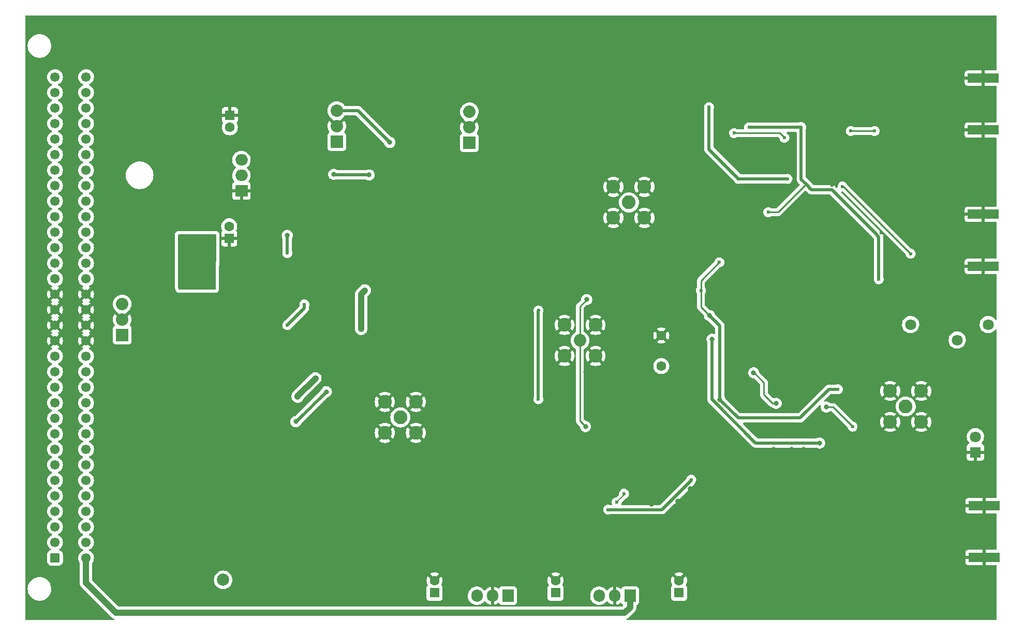
<source format=gbr>
G04 #@! TF.GenerationSoftware,KiCad,Pcbnew,(6.0.7)*
G04 #@! TF.CreationDate,2023-03-27T22:22:02+02:00*
G04 #@! TF.ProjectId,MTS_module,4d54535f-6d6f-4647-956c-652e6b696361,1.3.3*
G04 #@! TF.SameCoordinates,Original*
G04 #@! TF.FileFunction,Copper,L2,Bot*
G04 #@! TF.FilePolarity,Positive*
%FSLAX46Y46*%
G04 Gerber Fmt 4.6, Leading zero omitted, Abs format (unit mm)*
G04 Created by KiCad (PCBNEW (6.0.7)) date 2023-03-27 22:22:02*
%MOMM*%
%LPD*%
G01*
G04 APERTURE LIST*
G04 Aperture macros list*
%AMRoundRect*
0 Rectangle with rounded corners*
0 $1 Rounding radius*
0 $2 $3 $4 $5 $6 $7 $8 $9 X,Y pos of 4 corners*
0 Add a 4 corners polygon primitive as box body*
4,1,4,$2,$3,$4,$5,$6,$7,$8,$9,$2,$3,0*
0 Add four circle primitives for the rounded corners*
1,1,$1+$1,$2,$3*
1,1,$1+$1,$4,$5*
1,1,$1+$1,$6,$7*
1,1,$1+$1,$8,$9*
0 Add four rect primitives between the rounded corners*
20,1,$1+$1,$2,$3,$4,$5,0*
20,1,$1+$1,$4,$5,$6,$7,0*
20,1,$1+$1,$6,$7,$8,$9,0*
20,1,$1+$1,$8,$9,$2,$3,0*%
G04 Aperture macros list end*
G04 #@! TA.AperFunction,ComponentPad*
%ADD10RoundRect,0.249999X0.525001X-0.525001X0.525001X0.525001X-0.525001X0.525001X-0.525001X-0.525001X0*%
G04 #@! TD*
G04 #@! TA.AperFunction,ComponentPad*
%ADD11C,1.550000*%
G04 #@! TD*
G04 #@! TA.AperFunction,ComponentPad*
%ADD12C,1.600000*%
G04 #@! TD*
G04 #@! TA.AperFunction,ComponentPad*
%ADD13R,1.600000X1.600000*%
G04 #@! TD*
G04 #@! TA.AperFunction,ComponentPad*
%ADD14R,1.800000X1.800000*%
G04 #@! TD*
G04 #@! TA.AperFunction,ComponentPad*
%ADD15C,1.800000*%
G04 #@! TD*
G04 #@! TA.AperFunction,ComponentPad*
%ADD16C,2.250000*%
G04 #@! TD*
G04 #@! TA.AperFunction,ComponentPad*
%ADD17C,2.000000*%
G04 #@! TD*
G04 #@! TA.AperFunction,ComponentPad*
%ADD18R,1.905000X2.000000*%
G04 #@! TD*
G04 #@! TA.AperFunction,ComponentPad*
%ADD19O,1.905000X2.000000*%
G04 #@! TD*
G04 #@! TA.AperFunction,SMDPad,CuDef*
%ADD20R,5.080000X1.500000*%
G04 #@! TD*
G04 #@! TA.AperFunction,ComponentPad*
%ADD21R,2.032000X2.032000*%
G04 #@! TD*
G04 #@! TA.AperFunction,ComponentPad*
%ADD22C,2.032000*%
G04 #@! TD*
G04 #@! TA.AperFunction,ComponentPad*
%ADD23C,1.016000*%
G04 #@! TD*
G04 #@! TA.AperFunction,ComponentPad*
%ADD24R,2.000000X1.905000*%
G04 #@! TD*
G04 #@! TA.AperFunction,ComponentPad*
%ADD25O,2.000000X1.905000*%
G04 #@! TD*
G04 #@! TA.AperFunction,ComponentPad*
%ADD26C,2.050000*%
G04 #@! TD*
G04 #@! TA.AperFunction,ViaPad*
%ADD27C,0.600000*%
G04 #@! TD*
G04 #@! TA.AperFunction,ViaPad*
%ADD28C,0.800000*%
G04 #@! TD*
G04 #@! TA.AperFunction,Conductor*
%ADD29C,0.250000*%
G04 #@! TD*
G04 #@! TA.AperFunction,Conductor*
%ADD30C,1.000000*%
G04 #@! TD*
G04 #@! TA.AperFunction,Conductor*
%ADD31C,0.500000*%
G04 #@! TD*
G04 #@! TA.AperFunction,Conductor*
%ADD32C,0.200000*%
G04 #@! TD*
G04 APERTURE END LIST*
D10*
X55400000Y-138100000D03*
D11*
X55400000Y-135560000D03*
X55400000Y-133020000D03*
X55400000Y-130480000D03*
X55400000Y-127940000D03*
X55400000Y-125400000D03*
X55400000Y-122860000D03*
X55400000Y-120320000D03*
X55400000Y-117780000D03*
X55400000Y-115240000D03*
X55400000Y-112700000D03*
X55400000Y-110160000D03*
X55400000Y-107620000D03*
X55400000Y-105080000D03*
X55400000Y-102540000D03*
X55400000Y-100000000D03*
X55400000Y-97460000D03*
X55400000Y-94920000D03*
X55400000Y-92380000D03*
X55400000Y-89840000D03*
X55400000Y-87300000D03*
X55400000Y-84760000D03*
X55400000Y-82220000D03*
X55400000Y-79680000D03*
X55400000Y-77140000D03*
X55400000Y-74600000D03*
X55400000Y-72060000D03*
X55400000Y-69520000D03*
X55400000Y-66980000D03*
X55400000Y-64440000D03*
X55400000Y-61900000D03*
X55400000Y-59360000D03*
X60480000Y-138100000D03*
X60480000Y-135560000D03*
X60480000Y-133020000D03*
X60480000Y-130480000D03*
X60480000Y-127940000D03*
X60480000Y-125400000D03*
X60480000Y-122860000D03*
X60480000Y-120320000D03*
X60480000Y-117780000D03*
X60480000Y-115240000D03*
X60480000Y-112700000D03*
X60480000Y-110160000D03*
X60480000Y-107620000D03*
X60480000Y-105080000D03*
X60480000Y-102540000D03*
X60480000Y-100000000D03*
X60480000Y-97460000D03*
X60480000Y-94920000D03*
X60480000Y-92380000D03*
X60480000Y-89840000D03*
X60480000Y-87300000D03*
X60480000Y-84760000D03*
X60480000Y-82220000D03*
X60480000Y-79680000D03*
X60480000Y-77140000D03*
X60480000Y-74600000D03*
X60480000Y-72060000D03*
X60480000Y-69520000D03*
X60480000Y-66980000D03*
X60480000Y-64440000D03*
X60480000Y-61900000D03*
X60480000Y-59360000D03*
D12*
X154600000Y-106700000D03*
X154600000Y-101700000D03*
D13*
X157500000Y-143800000D03*
D12*
X157500000Y-141800000D03*
D13*
X137300000Y-143800000D03*
D12*
X137300000Y-141800000D03*
D13*
X117500000Y-143800000D03*
D12*
X117500000Y-141800000D03*
D13*
X83900000Y-85800000D03*
D12*
X83900000Y-83800000D03*
D14*
X206000000Y-120800000D03*
D15*
X206000000Y-118260000D03*
D16*
X111900000Y-115100000D03*
X114440000Y-117640000D03*
X114440000Y-112560000D03*
X109360000Y-112560000D03*
X109360000Y-117640000D03*
D17*
X82900000Y-141700000D03*
D18*
X149500000Y-144300000D03*
D19*
X146960000Y-144300000D03*
X144420000Y-144300000D03*
D18*
X129500000Y-144300000D03*
D19*
X126960000Y-144300000D03*
X124420000Y-144300000D03*
D20*
X207300000Y-81850000D03*
X207300000Y-90350000D03*
D16*
X149300000Y-79900000D03*
X151840000Y-77360000D03*
X146760000Y-82440000D03*
X151840000Y-82440000D03*
X146760000Y-77360000D03*
D15*
X195400000Y-99900000D03*
X203020000Y-102440000D03*
X208100000Y-99900000D03*
D20*
X207300000Y-59550000D03*
X207300000Y-68050000D03*
X207400000Y-138050000D03*
X207400000Y-129550000D03*
D21*
X101500000Y-69940000D03*
D22*
X101500000Y-67400000D03*
X101500000Y-64860000D03*
D21*
X66400000Y-101600000D03*
D22*
X66400000Y-99060000D03*
X66400000Y-96520000D03*
D23*
X185404000Y-84102000D03*
X181975000Y-87277000D03*
X173085000Y-82832000D03*
X185404000Y-85372000D03*
X181975000Y-82832000D03*
X173720000Y-92992000D03*
X178165000Y-86642000D03*
X179435000Y-86642000D03*
X184515000Y-82832000D03*
X172196000Y-84102000D03*
X172196000Y-91722000D03*
X175625000Y-88547000D03*
X179435000Y-90452000D03*
X185404000Y-90452000D03*
X178165000Y-90452000D03*
X175625000Y-82832000D03*
X172196000Y-85372000D03*
X172196000Y-90452000D03*
X183880000Y-92992000D03*
X177530000Y-92992000D03*
X185404000Y-91722000D03*
X181975000Y-92992000D03*
X175625000Y-87277000D03*
X181975000Y-88547000D03*
X175625000Y-92992000D03*
X180070000Y-92992000D03*
D24*
X85900000Y-78000000D03*
D25*
X85900000Y-75460000D03*
X85900000Y-72920000D03*
D26*
X141300000Y-102500000D03*
D16*
X143840000Y-105040000D03*
X138760000Y-105040000D03*
X138760000Y-99960000D03*
X143840000Y-99960000D03*
D21*
X123200000Y-70140000D03*
D22*
X123200000Y-67600000D03*
X123200000Y-65060000D03*
D16*
X194600000Y-113300000D03*
X192060000Y-115840000D03*
X192060000Y-110760000D03*
X197140000Y-115840000D03*
X197140000Y-110760000D03*
D13*
X84000000Y-65600000D03*
D12*
X84000000Y-67600000D03*
D27*
X78500000Y-134800000D03*
X78500000Y-133800000D03*
X78500000Y-121800000D03*
X78500000Y-120800000D03*
D28*
X117700000Y-113800000D03*
X118700000Y-113800000D03*
X119700000Y-113800000D03*
X120700000Y-113800000D03*
X121700000Y-113800000D03*
X122700000Y-113800000D03*
X123700000Y-113800000D03*
X124700000Y-113800000D03*
X125700000Y-113800000D03*
X134800000Y-113800000D03*
X135800000Y-113800000D03*
X136800000Y-113800000D03*
X137800000Y-113800000D03*
X138800000Y-113800000D03*
X117700000Y-116350000D03*
X118700000Y-116350000D03*
X119700000Y-116350000D03*
X120700000Y-116350000D03*
X121700000Y-116350000D03*
X122700000Y-116350000D03*
X123700000Y-116350000D03*
X124700000Y-116350000D03*
X125700000Y-116350000D03*
X134800000Y-116350000D03*
X135800000Y-116350000D03*
X136800000Y-116350000D03*
X137800000Y-116350000D03*
X138800000Y-116350000D03*
X148262653Y-114262653D03*
X149262653Y-114262653D03*
X150262653Y-114262653D03*
X150300000Y-113200000D03*
X155100000Y-113400000D03*
X155262653Y-114262653D03*
X156262653Y-114262653D03*
X157262653Y-114262653D03*
X158262653Y-114262653D03*
X159262653Y-114262653D03*
X160262653Y-114262653D03*
X161262653Y-114262653D03*
X164462653Y-116900000D03*
X165462653Y-117900000D03*
X166462653Y-118900000D03*
X167462653Y-119900000D03*
X168462653Y-120900000D03*
X169462653Y-121900000D03*
X163462653Y-115900000D03*
X148000000Y-117025002D03*
X149000000Y-117025002D03*
X150000000Y-117025002D03*
X155000000Y-117025002D03*
X156000000Y-117025002D03*
X157000000Y-117025002D03*
X158000000Y-117025002D03*
X159000000Y-117025002D03*
X160000000Y-117025002D03*
X161200000Y-117300000D03*
X162200000Y-118300000D03*
X163200000Y-119300000D03*
X164200000Y-120300000D03*
X165200000Y-121300000D03*
X166200000Y-122300000D03*
X167200000Y-123300000D03*
X168200000Y-124300000D03*
X169500000Y-124800000D03*
X162462653Y-114862653D03*
X194300000Y-135800000D03*
X193300000Y-135800000D03*
X192300000Y-135800000D03*
X191300000Y-136000000D03*
X190300000Y-136000000D03*
X189300000Y-136000000D03*
X188300000Y-136000000D03*
X187300000Y-136000000D03*
X186300000Y-136000000D03*
X185300000Y-136000000D03*
X184300000Y-136000000D03*
X183300000Y-136000000D03*
X182300000Y-136000000D03*
X181300000Y-136000000D03*
X180300000Y-136000000D03*
X179300000Y-136000000D03*
X178300000Y-136000000D03*
X177300000Y-136000000D03*
X176300000Y-136000000D03*
X175300000Y-136000000D03*
X174300000Y-136000000D03*
X173300000Y-136000000D03*
X172300000Y-136000000D03*
X171300000Y-136000000D03*
X170300000Y-136000000D03*
X169300000Y-136000000D03*
X168300000Y-135500000D03*
X167300000Y-134800000D03*
X166300000Y-133800000D03*
X165300000Y-132800000D03*
X163300000Y-130800000D03*
X162300000Y-129800000D03*
X161300000Y-128800000D03*
X160300000Y-127800000D03*
X159300000Y-126800000D03*
X164300000Y-131800000D03*
X194300000Y-138800000D03*
X193300000Y-138800000D03*
X192300000Y-138800000D03*
X191300000Y-138600000D03*
X190300000Y-138600000D03*
X189300000Y-138600000D03*
X188300000Y-138600000D03*
X187300000Y-138600000D03*
X186300000Y-138600000D03*
X185300000Y-138600000D03*
X184300000Y-138600000D03*
X183300000Y-138600000D03*
X182300000Y-138600000D03*
X181300000Y-138600000D03*
X180300000Y-138600000D03*
X179300000Y-138600000D03*
X178300000Y-138600000D03*
X177300000Y-138600000D03*
X176300000Y-138600000D03*
X175300000Y-138600000D03*
X174300000Y-138600000D03*
X173300000Y-138600000D03*
X172300000Y-138600000D03*
X171300000Y-138600000D03*
X170300000Y-138600000D03*
X169300000Y-138600000D03*
X168300000Y-138600000D03*
X167300000Y-138600000D03*
X166300000Y-137800000D03*
X165300000Y-136800000D03*
X164300000Y-135800000D03*
X163300000Y-134800000D03*
X162300000Y-133800000D03*
X161300000Y-132800000D03*
X160300000Y-131800000D03*
X159300000Y-130800000D03*
X158300000Y-129800000D03*
X157300000Y-128800000D03*
X153000000Y-135300000D03*
X153000000Y-133300000D03*
X153000000Y-131300000D03*
X153000000Y-129300000D03*
X104400000Y-133800000D03*
X104400000Y-131800000D03*
X104400000Y-129800000D03*
X104400000Y-127800000D03*
X104400000Y-125800000D03*
X104400000Y-123800000D03*
X104400000Y-121300000D03*
X104400000Y-113800000D03*
X104400000Y-111800000D03*
X104400000Y-109800000D03*
X106700000Y-107500000D03*
X108700000Y-107500000D03*
X110700000Y-107500000D03*
X112700000Y-107500000D03*
X114700000Y-107500000D03*
X116700000Y-107500000D03*
X118700000Y-107500000D03*
X120700000Y-107500000D03*
X122700000Y-107500000D03*
X124700000Y-107500000D03*
X126700000Y-107500000D03*
X135700000Y-107600000D03*
X137700000Y-107600000D03*
X106400000Y-135800000D03*
X108400000Y-135800000D03*
X110400000Y-135800000D03*
X112400000Y-135800000D03*
X114400000Y-135800000D03*
X116400000Y-135800000D03*
X118400000Y-135800000D03*
X120400000Y-135800000D03*
X122400000Y-135800000D03*
X124400000Y-135800000D03*
X126400000Y-135800000D03*
X135500000Y-135800000D03*
X137500000Y-135800000D03*
X139500000Y-135800000D03*
X141500000Y-135800000D03*
X143500000Y-135800000D03*
X145500000Y-135800000D03*
X147500000Y-135800000D03*
X149500000Y-135800000D03*
X151500000Y-135800000D03*
X173000000Y-128400000D03*
X184800000Y-112500000D03*
X185600000Y-114500000D03*
X186500000Y-118400000D03*
X186500000Y-120400000D03*
X186500000Y-122400000D03*
X186500000Y-124400000D03*
X186500000Y-126400000D03*
X186500000Y-128400000D03*
X186500000Y-130400000D03*
X186500000Y-132400000D03*
X186500000Y-134400000D03*
X178000000Y-122300000D03*
X173000000Y-132300000D03*
X176000000Y-132300000D03*
X176000000Y-124300000D03*
X178000000Y-124300000D03*
X178000000Y-130300000D03*
X178000000Y-132300000D03*
X176000000Y-126300000D03*
X178000000Y-126300000D03*
X176000000Y-130300000D03*
X183000000Y-124300000D03*
X176000000Y-128300000D03*
X178000000Y-128300000D03*
X173000000Y-130300000D03*
X183000000Y-126800000D03*
X176000000Y-122300000D03*
X175900000Y-120300000D03*
X177900000Y-120300000D03*
X173000000Y-120300000D03*
X183000000Y-121800000D03*
X184700000Y-98700000D03*
X184700000Y-99700000D03*
X184700000Y-100700000D03*
X184700000Y-101700000D03*
X184700000Y-102700000D03*
X184700000Y-103700000D03*
X184700000Y-104700000D03*
X185700000Y-104700000D03*
X186700000Y-104700000D03*
X187700000Y-104700000D03*
X188700000Y-104700000D03*
X189700000Y-104700000D03*
X190700000Y-104700000D03*
X191700000Y-104700000D03*
X192700000Y-104700000D03*
X193700000Y-104700000D03*
X194700000Y-104700000D03*
X195700000Y-104700000D03*
X196700000Y-104700000D03*
X197700000Y-104700000D03*
X198700000Y-104700000D03*
X199700000Y-104700000D03*
X200700000Y-104700000D03*
X201700000Y-104700000D03*
X202700000Y-104700000D03*
X203700000Y-104700000D03*
X204700000Y-104700000D03*
X205700000Y-104700000D03*
X206700000Y-104700000D03*
X207700000Y-104700000D03*
X208700000Y-104700000D03*
X140000000Y-119300000D03*
D27*
X207000000Y-61300000D03*
D28*
X138500000Y-117800000D03*
X131000000Y-107500000D03*
D27*
X203500000Y-133200000D03*
D28*
X147500000Y-140100000D03*
X173000000Y-122300000D03*
D27*
X203500000Y-138800000D03*
D28*
X73000000Y-137900000D03*
X141500000Y-119300000D03*
D27*
X203500000Y-53300000D03*
D28*
X95900000Y-133700000D03*
D27*
X203500000Y-140300000D03*
X155500000Y-88800000D03*
D28*
X158300000Y-121900000D03*
X80500000Y-141800000D03*
X158200000Y-119900000D03*
D27*
X163000000Y-76300000D03*
X102000000Y-99800000D03*
D28*
X169000000Y-129800000D03*
D27*
X132300000Y-109500000D03*
X187000000Y-71550000D03*
X176300000Y-97600000D03*
D28*
X97200000Y-125500000D03*
D27*
X124400000Y-110600000D03*
D28*
X179100000Y-74100000D03*
D27*
X207500000Y-140300000D03*
X164200000Y-92700000D03*
D28*
X173000000Y-126300000D03*
D27*
X158500000Y-49800000D03*
X203000000Y-64800000D03*
D28*
X146800000Y-112700000D03*
D27*
X203100000Y-83000000D03*
D28*
X93200000Y-70900000D03*
D27*
X189912500Y-119212500D03*
D28*
X171500000Y-134300000D03*
X129000000Y-107500000D03*
D27*
X208600000Y-92600000D03*
X155500000Y-64800000D03*
X203200000Y-80600000D03*
X194500000Y-49800000D03*
X204500000Y-136300000D03*
X155500000Y-53800000D03*
X203100000Y-88900000D03*
D28*
X173500000Y-134300000D03*
X84300000Y-94800000D03*
X173000000Y-124300000D03*
X150500000Y-107100000D03*
X132000000Y-135800000D03*
X118500000Y-117500000D03*
D27*
X208300000Y-79400000D03*
X202400000Y-138100000D03*
D28*
X116700000Y-113800000D03*
X144000000Y-109800000D03*
D27*
X65500000Y-65700000D03*
D28*
X104400000Y-120000000D03*
X174400000Y-73800000D03*
X104400000Y-115700000D03*
D27*
X171250000Y-64550000D03*
D28*
X144000000Y-119300000D03*
D27*
X88300000Y-137700000D03*
X167300000Y-81000000D03*
D28*
X134000000Y-135800000D03*
X72500000Y-124700000D03*
X147300000Y-120400000D03*
D27*
X80500000Y-99300000D03*
D28*
X169000000Y-126300000D03*
X138500000Y-119300000D03*
X116700000Y-116350000D03*
D27*
X182500000Y-77050000D03*
X182600000Y-97700000D03*
D28*
X97200000Y-120900000D03*
D27*
X208400000Y-83900000D03*
D28*
X145000000Y-110800000D03*
D27*
X206000000Y-131300000D03*
D28*
X130000000Y-135800000D03*
X143000000Y-108800000D03*
D27*
X201100000Y-135600000D03*
X203000000Y-68300000D03*
X198300000Y-119200000D03*
X194400000Y-97600000D03*
X171100000Y-97700000D03*
X165500000Y-79300000D03*
D28*
X184700000Y-97700000D03*
D27*
X206100000Y-92600000D03*
X203000000Y-58800000D03*
X204500000Y-140300000D03*
X206000000Y-127300000D03*
X101800000Y-107100000D03*
X200400000Y-91200000D03*
X207500000Y-136300000D03*
X207000000Y-56800000D03*
X155500000Y-51300000D03*
X188500000Y-49800000D03*
X66300000Y-132200000D03*
X176500000Y-49800000D03*
X202300000Y-134400000D03*
X155500000Y-70800000D03*
X164300000Y-94400000D03*
X203600000Y-137100000D03*
D28*
X173000000Y-117400000D03*
D27*
X189400000Y-121600000D03*
X160900000Y-68100000D03*
X174800000Y-106400000D03*
X66300000Y-131100000D03*
X65500000Y-67300000D03*
D28*
X174500000Y-71400000D03*
X128000000Y-135800000D03*
X181000000Y-115300000D03*
D27*
X203500000Y-49800000D03*
D28*
X183000000Y-117800000D03*
D27*
X108000000Y-99800000D03*
D28*
X74700000Y-94200000D03*
D27*
X206100000Y-88200000D03*
X188500000Y-97400000D03*
D28*
X183000000Y-129300000D03*
X169000000Y-132500000D03*
X80500000Y-128100000D03*
X102000000Y-87800000D03*
X96500000Y-87800000D03*
D27*
X147300000Y-132600000D03*
X203000000Y-76800000D03*
X186700000Y-99900000D03*
D28*
X99600000Y-133800000D03*
D27*
X206000000Y-84000000D03*
D28*
X195300000Y-135800000D03*
D27*
X207000000Y-65800000D03*
D28*
X104700000Y-107500000D03*
D27*
X170500000Y-49800000D03*
X190600000Y-84900000D03*
X155400000Y-94200000D03*
X65500000Y-68900000D03*
D28*
X72600000Y-95000000D03*
X195300000Y-138800000D03*
X144600000Y-113200000D03*
D27*
X188000000Y-73299990D03*
X78500000Y-135800000D03*
D28*
X95700000Y-142500000D03*
X183000000Y-115300000D03*
X142200000Y-107600000D03*
D27*
X155300000Y-96000000D03*
X204000000Y-127300000D03*
X202700000Y-97200000D03*
X201000000Y-138700000D03*
X204000000Y-131300000D03*
X193000000Y-130900000D03*
X184300000Y-65000000D03*
X208600000Y-88200000D03*
D28*
X97100000Y-116900000D03*
D27*
X182500000Y-49800000D03*
X200000000Y-49800000D03*
D28*
X160800000Y-108050000D03*
X169000000Y-128000000D03*
X140200000Y-107600000D03*
X105200000Y-142500000D03*
D27*
X155500000Y-76800000D03*
X194800000Y-81300000D03*
X209000000Y-136300000D03*
X206000000Y-136300000D03*
X93600000Y-82900000D03*
X204000000Y-129300000D03*
D28*
X147000000Y-117025002D03*
D27*
X146375001Y-118625001D03*
X130600000Y-118400000D03*
X164500000Y-49800000D03*
D28*
X178500000Y-109500006D03*
X84800000Y-124700000D03*
D27*
X176000000Y-77300000D03*
D28*
X161300000Y-113100000D03*
X133200000Y-107500000D03*
D27*
X89300000Y-124500000D03*
X203100000Y-94200000D03*
X155500000Y-82800000D03*
D28*
X84500000Y-138000000D03*
D27*
X186000000Y-73200000D03*
X206000000Y-140300000D03*
X207500000Y-127300000D03*
D28*
X179000000Y-115300000D03*
D27*
X188000000Y-76050000D03*
X207500000Y-131300000D03*
D28*
X146000000Y-111800000D03*
D27*
X203000000Y-70800000D03*
D28*
X152400000Y-140100000D03*
D27*
X187400000Y-91600000D03*
X199800000Y-97600000D03*
X166200000Y-82900000D03*
X155500000Y-58800000D03*
X207000000Y-70800000D03*
D28*
X127300000Y-140100000D03*
D27*
X205500000Y-79500000D03*
D28*
X175500000Y-117400000D03*
D27*
X66400000Y-129900000D03*
X209000000Y-140300000D03*
X78500000Y-122800000D03*
D28*
X142400000Y-95800000D03*
X142200000Y-116600000D03*
X169700000Y-107800000D03*
X173400000Y-112800002D03*
X162900000Y-102299998D03*
X94800000Y-115800000D03*
X180500000Y-119300000D03*
X99800000Y-110900000D03*
D27*
X174750000Y-69300000D03*
X166500000Y-68550000D03*
X96199994Y-96600000D03*
X184250000Y-77300000D03*
D28*
X162500000Y-98425010D03*
D27*
X167250000Y-76050000D03*
X162400000Y-64300000D03*
X183500000Y-110500000D03*
X161100000Y-94300000D03*
D28*
X110175688Y-70075688D03*
D27*
X93400000Y-100000000D03*
X147300000Y-129000000D03*
X175250000Y-76050000D03*
X195400000Y-88300000D03*
X164100000Y-89700000D03*
D28*
X164200000Y-112200000D03*
D27*
X148500000Y-127600000D03*
X78600000Y-91000000D03*
D28*
X101000000Y-75300000D03*
X106800000Y-75400000D03*
D27*
X78600000Y-91900000D03*
D28*
X106100000Y-94300000D03*
X95100000Y-111700000D03*
X105500000Y-100600000D03*
X98000000Y-108700000D03*
D27*
X159500000Y-125300000D03*
X177500000Y-67550000D03*
X168950000Y-67600000D03*
D28*
X93400000Y-85300000D03*
D27*
X134487500Y-112112500D03*
X185600000Y-68200000D03*
X134500000Y-97600000D03*
X172100000Y-81500000D03*
X93399992Y-88200000D03*
X190192600Y-92484100D03*
X145900000Y-130200000D03*
X189500000Y-68200000D03*
X185900000Y-116600000D03*
D28*
X181600000Y-113400000D03*
D29*
X114440000Y-117640000D02*
X115730000Y-116350000D01*
X115730000Y-116350000D02*
X116700000Y-116350000D01*
X141274999Y-115674999D02*
X141274999Y-96925001D01*
X141274999Y-96925001D02*
X142400000Y-95800000D01*
X142200000Y-116600000D02*
X141274999Y-115674999D01*
X171400000Y-111365687D02*
X171400000Y-109400000D01*
X172834315Y-112800002D02*
X171400000Y-111365687D01*
X171400000Y-109400000D02*
X169800000Y-107800000D01*
X173400000Y-112800002D02*
X172834315Y-112800002D01*
X169800000Y-107800000D02*
X169700000Y-107800000D01*
D30*
X60420000Y-142147978D02*
X65372022Y-147100000D01*
X149500000Y-146200000D02*
X149500000Y-144300000D01*
X148600000Y-147100000D02*
X149500000Y-146200000D01*
X65372022Y-147100000D02*
X148600000Y-147100000D01*
X60420000Y-138120000D02*
X60420000Y-142147978D01*
D31*
X99800000Y-110900000D02*
X94900000Y-115800000D01*
X170041998Y-119300000D02*
X162900000Y-112158002D01*
X180500000Y-119300000D02*
X170041998Y-119300000D01*
X162900000Y-112158002D02*
X162900000Y-102299998D01*
X94900000Y-115800000D02*
X94800000Y-115800000D01*
D29*
X174000000Y-68550000D02*
X174750000Y-69300000D01*
X166500000Y-68550000D02*
X174000000Y-68550000D01*
X161100000Y-94300000D02*
X161100000Y-97025010D01*
X195425000Y-88300000D02*
X184425000Y-77300000D01*
D31*
X175250000Y-76050000D02*
X167250000Y-76050000D01*
D32*
X148500000Y-127800000D02*
X147300000Y-129000000D01*
D31*
X164200000Y-112200000D02*
X167200000Y-115200000D01*
D29*
X161100000Y-92700000D02*
X161100000Y-94300000D01*
D31*
X177300000Y-115200000D02*
X182000000Y-110500000D01*
X101500000Y-64860000D02*
X104960000Y-64860000D01*
X164200000Y-100125010D02*
X162500000Y-98425010D01*
X104960000Y-64860000D02*
X110175688Y-70075688D01*
X93400000Y-100000000D02*
X96199994Y-97200006D01*
X164200000Y-112200000D02*
X164200000Y-100125010D01*
X96199994Y-97200006D02*
X96199994Y-96600000D01*
D32*
X148500000Y-127600000D02*
X148500000Y-127800000D01*
D29*
X184425000Y-77300000D02*
X184250000Y-77300000D01*
X161100000Y-97025010D02*
X162500000Y-98425010D01*
D31*
X182000000Y-110500000D02*
X183500000Y-110500000D01*
X167250000Y-76050000D02*
X162400000Y-71200000D01*
X162400000Y-71200000D02*
X162400000Y-64300000D01*
D29*
X164100000Y-89700000D02*
X161100000Y-92700000D01*
D31*
X167200000Y-115200000D02*
X177300000Y-115200000D01*
X106800000Y-75400000D02*
X101100000Y-75400000D01*
X101100000Y-75400000D02*
X101000000Y-75300000D01*
D30*
X95100000Y-111600000D02*
X98000000Y-108700000D01*
X105500000Y-94900000D02*
X106100000Y-94300000D01*
X105500000Y-100600000D02*
X105500000Y-94900000D01*
X95100000Y-111700000D02*
X95100000Y-111600000D01*
D31*
X134487500Y-97612500D02*
X134500000Y-97600000D01*
X189850489Y-85210459D02*
X190192600Y-85552570D01*
X168950000Y-67600000D02*
X177450000Y-67600000D01*
X178749999Y-77349999D02*
X178749999Y-77410001D01*
X178300000Y-76900000D02*
X178749999Y-77349999D01*
X190192600Y-85552570D02*
X190192600Y-92484100D01*
X179139999Y-77800001D02*
X182500001Y-77800001D01*
X145900000Y-130200000D02*
X154698609Y-130200000D01*
X177450000Y-67600000D02*
X177500000Y-67550000D01*
X189850489Y-85150489D02*
X189850489Y-85210459D01*
X134487500Y-112112500D02*
X134487500Y-97612500D01*
X182500001Y-77800001D02*
X189850489Y-85150489D01*
X159500000Y-125398609D02*
X159500000Y-125300000D01*
D29*
X173700000Y-81500000D02*
X178300000Y-76900000D01*
D31*
X154698609Y-130200000D02*
X159500000Y-125398609D01*
X93400000Y-88199992D02*
X93399992Y-88200000D01*
X177500000Y-76100000D02*
X178300000Y-76900000D01*
D29*
X172100000Y-81500000D02*
X173700000Y-81500000D01*
D31*
X93400000Y-85300000D02*
X93400000Y-88199992D01*
X177500000Y-67550000D02*
X177500000Y-76100000D01*
D29*
X189500000Y-68200000D02*
X185600000Y-68200000D01*
D31*
X178749999Y-77410001D02*
X179139999Y-77800001D01*
D29*
X182700000Y-113400000D02*
X185900000Y-116600000D01*
X181600000Y-113400000D02*
X182700000Y-113400000D01*
G04 #@! TA.AperFunction,Conductor*
G36*
X81740729Y-85120002D02*
G01*
X81787222Y-85173658D01*
X81798600Y-85227385D01*
X81701369Y-94075385D01*
X81680620Y-94143281D01*
X81626457Y-94189182D01*
X81575377Y-94200000D01*
X75726955Y-94200000D01*
X75658834Y-94179998D01*
X75612341Y-94126342D01*
X75601645Y-94087170D01*
X75600407Y-94075385D01*
X75593542Y-94010072D01*
X75534527Y-93828444D01*
X75516881Y-93797880D01*
X75500000Y-93734880D01*
X75500000Y-85226000D01*
X75520002Y-85157879D01*
X75573658Y-85111386D01*
X75626000Y-85100000D01*
X81672608Y-85100000D01*
X81740729Y-85120002D01*
G37*
G04 #@! TD.AperFunction*
G04 #@! TA.AperFunction,Conductor*
G36*
X209433621Y-49328502D02*
G01*
X209480114Y-49382158D01*
X209491500Y-49434500D01*
X209491500Y-58166000D01*
X209471498Y-58234121D01*
X209417842Y-58280614D01*
X209365500Y-58292000D01*
X207572115Y-58292000D01*
X207556876Y-58296475D01*
X207555671Y-58297865D01*
X207554000Y-58305548D01*
X207554000Y-60789884D01*
X207558475Y-60805123D01*
X207559865Y-60806328D01*
X207567548Y-60807999D01*
X209365500Y-60807999D01*
X209433621Y-60828001D01*
X209480114Y-60881657D01*
X209491500Y-60933999D01*
X209491500Y-66666000D01*
X209471498Y-66734121D01*
X209417842Y-66780614D01*
X209365500Y-66792000D01*
X207572115Y-66792000D01*
X207556876Y-66796475D01*
X207555671Y-66797865D01*
X207554000Y-66805548D01*
X207554000Y-69289884D01*
X207558475Y-69305123D01*
X207559865Y-69306328D01*
X207567548Y-69307999D01*
X209365500Y-69307999D01*
X209433621Y-69328001D01*
X209480114Y-69381657D01*
X209491500Y-69433999D01*
X209491500Y-80466000D01*
X209471498Y-80534121D01*
X209417842Y-80580614D01*
X209365500Y-80592000D01*
X207572115Y-80592000D01*
X207556876Y-80596475D01*
X207555671Y-80597865D01*
X207554000Y-80605548D01*
X207554000Y-83089884D01*
X207558475Y-83105123D01*
X207559865Y-83106328D01*
X207567548Y-83107999D01*
X209365500Y-83107999D01*
X209433621Y-83128001D01*
X209480114Y-83181657D01*
X209491500Y-83233999D01*
X209491500Y-88966000D01*
X209471498Y-89034121D01*
X209417842Y-89080614D01*
X209365500Y-89092000D01*
X207572115Y-89092000D01*
X207556876Y-89096475D01*
X207555671Y-89097865D01*
X207554000Y-89105548D01*
X207554000Y-91589884D01*
X207558475Y-91605123D01*
X207559865Y-91606328D01*
X207567548Y-91607999D01*
X209365500Y-91607999D01*
X209433621Y-91628001D01*
X209480114Y-91681657D01*
X209491500Y-91733999D01*
X209491500Y-99030969D01*
X209471498Y-99099090D01*
X209417842Y-99145583D01*
X209347568Y-99155687D01*
X209282988Y-99126193D01*
X209259708Y-99099409D01*
X209259421Y-99098965D01*
X209219764Y-99037665D01*
X209063887Y-98866358D01*
X209059836Y-98863159D01*
X209059832Y-98863155D01*
X208886177Y-98726011D01*
X208886172Y-98726008D01*
X208882123Y-98722810D01*
X208877607Y-98720317D01*
X208877604Y-98720315D01*
X208683879Y-98613373D01*
X208683875Y-98613371D01*
X208679355Y-98610876D01*
X208674486Y-98609152D01*
X208674482Y-98609150D01*
X208465903Y-98535288D01*
X208465899Y-98535287D01*
X208461028Y-98533562D01*
X208455935Y-98532655D01*
X208455932Y-98532654D01*
X208238095Y-98493851D01*
X208238089Y-98493850D01*
X208233006Y-98492945D01*
X208160096Y-98492054D01*
X208006581Y-98490179D01*
X208006579Y-98490179D01*
X208001411Y-98490116D01*
X207772464Y-98525150D01*
X207552314Y-98597106D01*
X207547726Y-98599494D01*
X207547722Y-98599496D01*
X207351461Y-98701663D01*
X207346872Y-98704052D01*
X207342739Y-98707155D01*
X207342736Y-98707157D01*
X207184731Y-98825791D01*
X207161655Y-98843117D01*
X207158083Y-98846855D01*
X207005932Y-99006072D01*
X207001639Y-99010564D01*
X206998725Y-99014836D01*
X206998724Y-99014837D01*
X206983152Y-99037665D01*
X206871119Y-99201899D01*
X206773602Y-99411981D01*
X206711707Y-99635169D01*
X206687095Y-99865469D01*
X206687392Y-99870622D01*
X206687392Y-99870625D01*
X206699506Y-100080717D01*
X206700427Y-100096697D01*
X206701564Y-100101743D01*
X206701565Y-100101749D01*
X206726257Y-100211313D01*
X206751346Y-100322642D01*
X206753288Y-100327424D01*
X206753289Y-100327428D01*
X206836540Y-100532450D01*
X206838484Y-100537237D01*
X206959501Y-100734719D01*
X207111147Y-100909784D01*
X207289349Y-101057730D01*
X207489322Y-101174584D01*
X207705694Y-101257209D01*
X207710760Y-101258240D01*
X207710761Y-101258240D01*
X207748957Y-101266011D01*
X207932656Y-101303385D01*
X208063324Y-101308176D01*
X208158949Y-101311683D01*
X208158953Y-101311683D01*
X208164113Y-101311872D01*
X208169233Y-101311216D01*
X208169235Y-101311216D01*
X208242270Y-101301860D01*
X208393847Y-101282442D01*
X208398795Y-101280957D01*
X208398802Y-101280956D01*
X208610747Y-101217369D01*
X208615690Y-101215886D01*
X208620324Y-101213616D01*
X208819049Y-101116262D01*
X208819052Y-101116260D01*
X208823684Y-101113991D01*
X209012243Y-100979494D01*
X209176303Y-100816005D01*
X209190080Y-100796833D01*
X209260319Y-100699085D01*
X209263177Y-100695107D01*
X209319172Y-100651459D01*
X209389875Y-100645013D01*
X209452840Y-100677816D01*
X209488074Y-100739452D01*
X209491500Y-100768633D01*
X209491500Y-128166000D01*
X209471498Y-128234121D01*
X209417842Y-128280614D01*
X209365500Y-128292000D01*
X207672115Y-128292000D01*
X207656876Y-128296475D01*
X207655671Y-128297865D01*
X207654000Y-128305548D01*
X207654000Y-130789884D01*
X207658475Y-130805123D01*
X207659865Y-130806328D01*
X207667548Y-130807999D01*
X209365500Y-130807999D01*
X209433621Y-130828001D01*
X209480114Y-130881657D01*
X209491500Y-130933999D01*
X209491500Y-136666000D01*
X209471498Y-136734121D01*
X209417842Y-136780614D01*
X209365500Y-136792000D01*
X207672115Y-136792000D01*
X207656876Y-136796475D01*
X207655671Y-136797865D01*
X207654000Y-136805548D01*
X207654000Y-139289884D01*
X207658475Y-139305123D01*
X207659865Y-139306328D01*
X207667548Y-139307999D01*
X209365500Y-139307999D01*
X209433621Y-139328001D01*
X209480114Y-139381657D01*
X209491500Y-139433999D01*
X209491500Y-148165500D01*
X209471498Y-148233621D01*
X209417842Y-148280114D01*
X209365500Y-148291500D01*
X148999120Y-148291500D01*
X148930999Y-148271498D01*
X148884506Y-148217842D01*
X148874402Y-148147568D01*
X148903896Y-148082988D01*
X148963964Y-148044503D01*
X148966401Y-148043795D01*
X148970417Y-148042629D01*
X148970420Y-148042628D01*
X148976336Y-148040909D01*
X148981068Y-148038456D01*
X148986169Y-148036916D01*
X149002062Y-148028466D01*
X149068260Y-147993269D01*
X149069426Y-147992657D01*
X149146453Y-147952729D01*
X149151926Y-147949892D01*
X149156089Y-147946569D01*
X149160796Y-147944066D01*
X149232918Y-147885245D01*
X149233774Y-147884554D01*
X149272973Y-147853262D01*
X149275477Y-147850758D01*
X149276195Y-147850116D01*
X149280528Y-147846415D01*
X149314062Y-147819065D01*
X149343291Y-147783733D01*
X149351272Y-147774963D01*
X150169383Y-146956851D01*
X150179527Y-146947749D01*
X150204218Y-146927897D01*
X150209025Y-146924032D01*
X150241292Y-146885578D01*
X150244472Y-146881931D01*
X150246115Y-146880119D01*
X150248309Y-146877925D01*
X150275642Y-146844651D01*
X150276348Y-146843800D01*
X150332195Y-146777244D01*
X150336154Y-146772526D01*
X150338722Y-146767856D01*
X150342103Y-146763739D01*
X150385977Y-146681914D01*
X150386606Y-146680755D01*
X150428462Y-146604619D01*
X150428465Y-146604611D01*
X150431433Y-146599213D01*
X150433045Y-146594131D01*
X150435562Y-146589437D01*
X150462762Y-146500469D01*
X150463108Y-146499358D01*
X150489373Y-146416563D01*
X150491235Y-146410694D01*
X150491829Y-146405398D01*
X150493387Y-146400302D01*
X150502790Y-146307743D01*
X150502911Y-146306607D01*
X150508500Y-146256773D01*
X150508500Y-146253246D01*
X150508555Y-146252261D01*
X150509002Y-146246581D01*
X150513374Y-146203538D01*
X150509059Y-146157891D01*
X150508500Y-146146033D01*
X150508500Y-145909435D01*
X150528502Y-145841314D01*
X150582158Y-145794821D01*
X150590270Y-145791453D01*
X150690797Y-145753767D01*
X150699205Y-145750615D01*
X150815761Y-145663261D01*
X150903115Y-145546705D01*
X150954245Y-145410316D01*
X150961000Y-145348134D01*
X150961000Y-143251866D01*
X150954245Y-143189684D01*
X150903115Y-143053295D01*
X150815761Y-142936739D01*
X150699205Y-142849385D01*
X150562816Y-142798255D01*
X150500634Y-142791500D01*
X148499366Y-142791500D01*
X148437184Y-142798255D01*
X148300795Y-142849385D01*
X148184239Y-142936739D01*
X148096885Y-143053295D01*
X148093734Y-143061701D01*
X148089242Y-143073683D01*
X148046599Y-143130447D01*
X147980038Y-143155146D01*
X147910689Y-143139938D01*
X147893168Y-143128334D01*
X147775056Y-143035055D01*
X147766469Y-143029350D01*
X147565278Y-142918286D01*
X147555866Y-142914056D01*
X147339232Y-142837341D01*
X147329261Y-142834707D01*
X147231837Y-142817353D01*
X147218540Y-142818813D01*
X147214000Y-142833370D01*
X147214000Y-145768096D01*
X147217918Y-145781440D01*
X147232194Y-145783427D01*
X147294515Y-145773890D01*
X147304543Y-145771501D01*
X147522988Y-145700102D01*
X147532497Y-145696105D01*
X147736344Y-145589989D01*
X147745061Y-145584500D01*
X147896099Y-145471098D01*
X147962584Y-145446193D01*
X148031980Y-145461186D01*
X148082253Y-145511316D01*
X148089732Y-145527625D01*
X148096885Y-145546705D01*
X148184239Y-145663261D01*
X148300795Y-145750615D01*
X148301052Y-145750711D01*
X148348104Y-145797874D01*
X148363114Y-145867266D01*
X148338226Y-145933757D01*
X148326541Y-145947225D01*
X148219171Y-146054595D01*
X148156859Y-146088621D01*
X148130076Y-146091500D01*
X65841946Y-146091500D01*
X65773825Y-146071498D01*
X65752851Y-146054595D01*
X61465405Y-141767149D01*
X61431379Y-141704837D01*
X61430859Y-141700000D01*
X81386835Y-141700000D01*
X81405465Y-141936711D01*
X81406619Y-141941518D01*
X81406620Y-141941524D01*
X81428657Y-142033312D01*
X81460895Y-142167594D01*
X81462788Y-142172165D01*
X81462789Y-142172167D01*
X81540095Y-142358800D01*
X81551760Y-142386963D01*
X81554346Y-142391183D01*
X81673241Y-142585202D01*
X81673245Y-142585208D01*
X81675824Y-142589416D01*
X81830031Y-142769969D01*
X82010584Y-142924176D01*
X82014792Y-142926755D01*
X82014798Y-142926759D01*
X82191521Y-143035055D01*
X82213037Y-143048240D01*
X82217607Y-143050133D01*
X82217611Y-143050135D01*
X82427833Y-143137211D01*
X82432406Y-143139105D01*
X82494411Y-143153991D01*
X82658476Y-143193380D01*
X82658482Y-143193381D01*
X82663289Y-143194535D01*
X82900000Y-143213165D01*
X83136711Y-143194535D01*
X83141518Y-143193381D01*
X83141524Y-143193380D01*
X83305589Y-143153991D01*
X83367594Y-143139105D01*
X83372167Y-143137211D01*
X83582389Y-143050135D01*
X83582393Y-143050133D01*
X83586963Y-143048240D01*
X83608479Y-143035055D01*
X83785202Y-142926759D01*
X83785208Y-142926755D01*
X83789416Y-142924176D01*
X83969969Y-142769969D01*
X84124176Y-142589416D01*
X84126755Y-142585208D01*
X84126759Y-142585202D01*
X84245654Y-142391183D01*
X84248240Y-142386963D01*
X84259906Y-142358800D01*
X84337211Y-142172167D01*
X84337212Y-142172165D01*
X84339105Y-142167594D01*
X84371343Y-142033312D01*
X84393380Y-141941524D01*
X84393381Y-141941518D01*
X84394535Y-141936711D01*
X84404864Y-141805475D01*
X116187483Y-141805475D01*
X116206472Y-142022519D01*
X116208375Y-142033312D01*
X116264764Y-142243761D01*
X116268510Y-142254053D01*
X116360586Y-142451511D01*
X116366071Y-142461011D01*
X116366701Y-142461910D01*
X116366856Y-142462370D01*
X116368818Y-142465768D01*
X116368135Y-142466162D01*
X116389388Y-142529184D01*
X116372102Y-142598044D01*
X116349066Y-142623803D01*
X116350270Y-142625007D01*
X116343919Y-142631358D01*
X116336739Y-142636739D01*
X116331358Y-142643919D01*
X116331355Y-142643922D01*
X116312937Y-142668498D01*
X116249385Y-142753295D01*
X116198255Y-142889684D01*
X116191500Y-142951866D01*
X116191500Y-144648134D01*
X116198255Y-144710316D01*
X116249385Y-144846705D01*
X116336739Y-144963261D01*
X116453295Y-145050615D01*
X116589684Y-145101745D01*
X116651866Y-145108500D01*
X118348134Y-145108500D01*
X118410316Y-145101745D01*
X118546705Y-145050615D01*
X118663261Y-144963261D01*
X118750615Y-144846705D01*
X118801745Y-144710316D01*
X118808500Y-144648134D01*
X118808500Y-144408402D01*
X122959000Y-144408402D01*
X122959212Y-144410975D01*
X122959212Y-144410986D01*
X122963108Y-144458373D01*
X122973678Y-144586937D01*
X123032206Y-144819944D01*
X123034267Y-144824683D01*
X123121210Y-145024639D01*
X123128003Y-145040263D01*
X123258498Y-145241977D01*
X123420186Y-145419670D01*
X123485305Y-145471098D01*
X123604670Y-145565367D01*
X123604675Y-145565370D01*
X123608724Y-145568568D01*
X123613240Y-145571061D01*
X123613243Y-145571063D01*
X123814526Y-145682177D01*
X123814530Y-145682179D01*
X123819050Y-145684674D01*
X123823919Y-145686398D01*
X123823923Y-145686400D01*
X124040640Y-145763144D01*
X124040644Y-145763145D01*
X124045515Y-145764870D01*
X124050608Y-145765777D01*
X124050611Y-145765778D01*
X124276948Y-145806095D01*
X124276954Y-145806096D01*
X124282037Y-145807001D01*
X124369400Y-145808068D01*
X124517093Y-145809873D01*
X124517095Y-145809873D01*
X124522263Y-145809936D01*
X124759744Y-145773596D01*
X124871997Y-145736906D01*
X124983183Y-145700566D01*
X124983189Y-145700563D01*
X124988101Y-145698958D01*
X124992687Y-145696571D01*
X124992691Y-145696569D01*
X125196607Y-145590416D01*
X125201200Y-145588025D01*
X125356932Y-145471098D01*
X125389185Y-145446882D01*
X125389188Y-145446880D01*
X125393320Y-145443777D01*
X125559301Y-145270088D01*
X125584840Y-145232649D01*
X125639751Y-145187648D01*
X125710275Y-145179477D01*
X125774022Y-145210731D01*
X125794716Y-145235210D01*
X125796085Y-145237326D01*
X125802378Y-145245498D01*
X125957050Y-145415480D01*
X125964583Y-145422506D01*
X126144944Y-145564945D01*
X126153531Y-145570650D01*
X126354722Y-145681714D01*
X126364134Y-145685944D01*
X126580768Y-145762659D01*
X126590739Y-145765293D01*
X126688163Y-145782647D01*
X126701460Y-145781187D01*
X126705543Y-145768096D01*
X127214000Y-145768096D01*
X127217918Y-145781440D01*
X127232194Y-145783427D01*
X127294515Y-145773890D01*
X127304543Y-145771501D01*
X127522988Y-145700102D01*
X127532497Y-145696105D01*
X127736344Y-145589989D01*
X127745061Y-145584500D01*
X127896099Y-145471098D01*
X127962584Y-145446193D01*
X128031980Y-145461186D01*
X128082253Y-145511316D01*
X128089732Y-145527625D01*
X128096885Y-145546705D01*
X128184239Y-145663261D01*
X128300795Y-145750615D01*
X128437184Y-145801745D01*
X128499366Y-145808500D01*
X130500634Y-145808500D01*
X130562816Y-145801745D01*
X130699205Y-145750615D01*
X130815761Y-145663261D01*
X130903115Y-145546705D01*
X130954245Y-145410316D01*
X130961000Y-145348134D01*
X130961000Y-143251866D01*
X130954245Y-143189684D01*
X130903115Y-143053295D01*
X130815761Y-142936739D01*
X130699205Y-142849385D01*
X130562816Y-142798255D01*
X130500634Y-142791500D01*
X128499366Y-142791500D01*
X128437184Y-142798255D01*
X128300795Y-142849385D01*
X128184239Y-142936739D01*
X128096885Y-143053295D01*
X128093734Y-143061701D01*
X128089242Y-143073683D01*
X128046599Y-143130447D01*
X127980038Y-143155146D01*
X127910689Y-143139938D01*
X127893168Y-143128334D01*
X127775056Y-143035055D01*
X127766469Y-143029350D01*
X127565278Y-142918286D01*
X127555866Y-142914056D01*
X127339232Y-142837341D01*
X127329261Y-142834707D01*
X127231837Y-142817353D01*
X127218540Y-142818813D01*
X127214000Y-142833370D01*
X127214000Y-145768096D01*
X126705543Y-145768096D01*
X126706000Y-145766630D01*
X126706000Y-142831904D01*
X126702082Y-142818560D01*
X126687806Y-142816573D01*
X126625485Y-142826110D01*
X126615457Y-142828499D01*
X126397012Y-142899898D01*
X126387503Y-142903895D01*
X126183656Y-143010011D01*
X126174931Y-143015505D01*
X125991148Y-143153493D01*
X125983441Y-143160336D01*
X125824661Y-143326491D01*
X125818177Y-143334498D01*
X125795763Y-143367356D01*
X125740852Y-143412359D01*
X125670328Y-143420532D01*
X125606580Y-143389278D01*
X125585884Y-143364796D01*
X125584311Y-143362365D01*
X125581502Y-143358023D01*
X125419814Y-143180330D01*
X125342983Y-143119653D01*
X125235330Y-143034633D01*
X125235325Y-143034630D01*
X125231276Y-143031432D01*
X125226760Y-143028939D01*
X125226757Y-143028937D01*
X125025474Y-142917823D01*
X125025470Y-142917821D01*
X125020950Y-142915326D01*
X125016081Y-142913602D01*
X125016077Y-142913600D01*
X124799360Y-142836856D01*
X124799356Y-142836855D01*
X124794485Y-142835130D01*
X124789392Y-142834223D01*
X124789389Y-142834222D01*
X124563052Y-142793905D01*
X124563046Y-142793904D01*
X124557963Y-142792999D01*
X124465474Y-142791869D01*
X124322907Y-142790127D01*
X124322905Y-142790127D01*
X124317737Y-142790064D01*
X124080256Y-142826404D01*
X123985833Y-142857266D01*
X123856817Y-142899434D01*
X123856811Y-142899437D01*
X123851899Y-142901042D01*
X123847313Y-142903429D01*
X123847309Y-142903431D01*
X123643393Y-143009584D01*
X123638800Y-143011975D01*
X123616209Y-143028937D01*
X123455565Y-143149552D01*
X123446680Y-143156223D01*
X123280699Y-143329912D01*
X123145314Y-143528378D01*
X123143140Y-143533061D01*
X123143138Y-143533065D01*
X123067640Y-143695713D01*
X123044163Y-143746290D01*
X122979960Y-143977798D01*
X122959000Y-144173928D01*
X122959000Y-144408402D01*
X118808500Y-144408402D01*
X118808500Y-142951866D01*
X118801745Y-142889684D01*
X118750615Y-142753295D01*
X118687063Y-142668498D01*
X118668645Y-142643922D01*
X118668642Y-142643919D01*
X118663261Y-142636739D01*
X118656081Y-142631358D01*
X118649730Y-142625007D01*
X118651872Y-142622865D01*
X118618436Y-142578154D01*
X118613406Y-142507336D01*
X118631523Y-142465965D01*
X118631182Y-142465768D01*
X118632952Y-142462702D01*
X118633299Y-142461910D01*
X118633929Y-142461011D01*
X118639414Y-142451511D01*
X118731490Y-142254053D01*
X118735236Y-142243761D01*
X118791625Y-142033312D01*
X118793528Y-142022519D01*
X118812517Y-141805475D01*
X135987483Y-141805475D01*
X136006472Y-142022519D01*
X136008375Y-142033312D01*
X136064764Y-142243761D01*
X136068510Y-142254053D01*
X136160586Y-142451511D01*
X136166071Y-142461011D01*
X136166701Y-142461910D01*
X136166856Y-142462370D01*
X136168818Y-142465768D01*
X136168135Y-142466162D01*
X136189388Y-142529184D01*
X136172102Y-142598044D01*
X136149066Y-142623803D01*
X136150270Y-142625007D01*
X136143919Y-142631358D01*
X136136739Y-142636739D01*
X136131358Y-142643919D01*
X136131355Y-142643922D01*
X136112937Y-142668498D01*
X136049385Y-142753295D01*
X135998255Y-142889684D01*
X135991500Y-142951866D01*
X135991500Y-144648134D01*
X135998255Y-144710316D01*
X136049385Y-144846705D01*
X136136739Y-144963261D01*
X136253295Y-145050615D01*
X136389684Y-145101745D01*
X136451866Y-145108500D01*
X138148134Y-145108500D01*
X138210316Y-145101745D01*
X138346705Y-145050615D01*
X138463261Y-144963261D01*
X138550615Y-144846705D01*
X138601745Y-144710316D01*
X138608500Y-144648134D01*
X138608500Y-144408402D01*
X142959000Y-144408402D01*
X142959212Y-144410975D01*
X142959212Y-144410986D01*
X142963108Y-144458373D01*
X142973678Y-144586937D01*
X143032206Y-144819944D01*
X143034267Y-144824683D01*
X143121210Y-145024639D01*
X143128003Y-145040263D01*
X143258498Y-145241977D01*
X143420186Y-145419670D01*
X143485305Y-145471098D01*
X143604670Y-145565367D01*
X143604675Y-145565370D01*
X143608724Y-145568568D01*
X143613240Y-145571061D01*
X143613243Y-145571063D01*
X143814526Y-145682177D01*
X143814530Y-145682179D01*
X143819050Y-145684674D01*
X143823919Y-145686398D01*
X143823923Y-145686400D01*
X144040640Y-145763144D01*
X144040644Y-145763145D01*
X144045515Y-145764870D01*
X144050608Y-145765777D01*
X144050611Y-145765778D01*
X144276948Y-145806095D01*
X144276954Y-145806096D01*
X144282037Y-145807001D01*
X144369400Y-145808068D01*
X144517093Y-145809873D01*
X144517095Y-145809873D01*
X144522263Y-145809936D01*
X144759744Y-145773596D01*
X144871997Y-145736906D01*
X144983183Y-145700566D01*
X144983189Y-145700563D01*
X144988101Y-145698958D01*
X144992687Y-145696571D01*
X144992691Y-145696569D01*
X145196607Y-145590416D01*
X145201200Y-145588025D01*
X145356932Y-145471098D01*
X145389185Y-145446882D01*
X145389188Y-145446880D01*
X145393320Y-145443777D01*
X145559301Y-145270088D01*
X145584840Y-145232649D01*
X145639751Y-145187648D01*
X145710275Y-145179477D01*
X145774022Y-145210731D01*
X145794716Y-145235210D01*
X145796085Y-145237326D01*
X145802378Y-145245498D01*
X145957050Y-145415480D01*
X145964583Y-145422506D01*
X146144944Y-145564945D01*
X146153531Y-145570650D01*
X146354722Y-145681714D01*
X146364134Y-145685944D01*
X146580768Y-145762659D01*
X146590739Y-145765293D01*
X146688163Y-145782647D01*
X146701460Y-145781187D01*
X146706000Y-145766630D01*
X146706000Y-142831904D01*
X146702082Y-142818560D01*
X146687806Y-142816573D01*
X146625485Y-142826110D01*
X146615457Y-142828499D01*
X146397012Y-142899898D01*
X146387503Y-142903895D01*
X146183656Y-143010011D01*
X146174931Y-143015505D01*
X145991148Y-143153493D01*
X145983441Y-143160336D01*
X145824661Y-143326491D01*
X145818177Y-143334498D01*
X145795763Y-143367356D01*
X145740852Y-143412359D01*
X145670328Y-143420532D01*
X145606580Y-143389278D01*
X145585884Y-143364796D01*
X145584311Y-143362365D01*
X145581502Y-143358023D01*
X145419814Y-143180330D01*
X145342983Y-143119653D01*
X145235330Y-143034633D01*
X145235325Y-143034630D01*
X145231276Y-143031432D01*
X145226760Y-143028939D01*
X145226757Y-143028937D01*
X145025474Y-142917823D01*
X145025470Y-142917821D01*
X145020950Y-142915326D01*
X145016081Y-142913602D01*
X145016077Y-142913600D01*
X144799360Y-142836856D01*
X144799356Y-142836855D01*
X144794485Y-142835130D01*
X144789392Y-142834223D01*
X144789389Y-142834222D01*
X144563052Y-142793905D01*
X144563046Y-142793904D01*
X144557963Y-142792999D01*
X144465474Y-142791869D01*
X144322907Y-142790127D01*
X144322905Y-142790127D01*
X144317737Y-142790064D01*
X144080256Y-142826404D01*
X143985833Y-142857266D01*
X143856817Y-142899434D01*
X143856811Y-142899437D01*
X143851899Y-142901042D01*
X143847313Y-142903429D01*
X143847309Y-142903431D01*
X143643393Y-143009584D01*
X143638800Y-143011975D01*
X143616209Y-143028937D01*
X143455565Y-143149552D01*
X143446680Y-143156223D01*
X143280699Y-143329912D01*
X143145314Y-143528378D01*
X143143140Y-143533061D01*
X143143138Y-143533065D01*
X143067640Y-143695713D01*
X143044163Y-143746290D01*
X142979960Y-143977798D01*
X142959000Y-144173928D01*
X142959000Y-144408402D01*
X138608500Y-144408402D01*
X138608500Y-142951866D01*
X138601745Y-142889684D01*
X138550615Y-142753295D01*
X138487063Y-142668498D01*
X138468645Y-142643922D01*
X138468642Y-142643919D01*
X138463261Y-142636739D01*
X138456081Y-142631358D01*
X138449730Y-142625007D01*
X138451872Y-142622865D01*
X138418436Y-142578154D01*
X138413406Y-142507336D01*
X138431523Y-142465965D01*
X138431182Y-142465768D01*
X138432952Y-142462702D01*
X138433299Y-142461910D01*
X138433929Y-142461011D01*
X138439414Y-142451511D01*
X138531490Y-142254053D01*
X138535236Y-142243761D01*
X138591625Y-142033312D01*
X138593528Y-142022519D01*
X138612517Y-141805475D01*
X156187483Y-141805475D01*
X156206472Y-142022519D01*
X156208375Y-142033312D01*
X156264764Y-142243761D01*
X156268510Y-142254053D01*
X156360586Y-142451511D01*
X156366071Y-142461011D01*
X156366701Y-142461910D01*
X156366856Y-142462370D01*
X156368818Y-142465768D01*
X156368135Y-142466162D01*
X156389388Y-142529184D01*
X156372102Y-142598044D01*
X156349066Y-142623803D01*
X156350270Y-142625007D01*
X156343919Y-142631358D01*
X156336739Y-142636739D01*
X156331358Y-142643919D01*
X156331355Y-142643922D01*
X156312937Y-142668498D01*
X156249385Y-142753295D01*
X156198255Y-142889684D01*
X156191500Y-142951866D01*
X156191500Y-144648134D01*
X156198255Y-144710316D01*
X156249385Y-144846705D01*
X156336739Y-144963261D01*
X156453295Y-145050615D01*
X156589684Y-145101745D01*
X156651866Y-145108500D01*
X158348134Y-145108500D01*
X158410316Y-145101745D01*
X158546705Y-145050615D01*
X158663261Y-144963261D01*
X158750615Y-144846705D01*
X158801745Y-144710316D01*
X158808500Y-144648134D01*
X158808500Y-142951866D01*
X158801745Y-142889684D01*
X158750615Y-142753295D01*
X158687063Y-142668498D01*
X158668645Y-142643922D01*
X158668642Y-142643919D01*
X158663261Y-142636739D01*
X158656081Y-142631358D01*
X158649730Y-142625007D01*
X158651872Y-142622865D01*
X158618436Y-142578154D01*
X158613406Y-142507336D01*
X158631523Y-142465965D01*
X158631182Y-142465768D01*
X158632952Y-142462702D01*
X158633299Y-142461910D01*
X158633929Y-142461011D01*
X158639414Y-142451511D01*
X158731490Y-142254053D01*
X158735236Y-142243761D01*
X158791625Y-142033312D01*
X158793528Y-142022519D01*
X158812517Y-141805475D01*
X158812517Y-141794525D01*
X158793528Y-141577481D01*
X158791625Y-141566688D01*
X158735236Y-141356239D01*
X158731490Y-141345947D01*
X158639414Y-141148489D01*
X158633931Y-141138994D01*
X158597491Y-141086952D01*
X158587012Y-141078576D01*
X158573566Y-141085644D01*
X157589095Y-142070115D01*
X157526783Y-142104141D01*
X157455968Y-142099076D01*
X157410905Y-142070115D01*
X156425713Y-141084923D01*
X156413938Y-141078493D01*
X156401923Y-141087789D01*
X156366069Y-141138994D01*
X156360586Y-141148489D01*
X156268510Y-141345947D01*
X156264764Y-141356239D01*
X156208375Y-141566688D01*
X156206472Y-141577481D01*
X156187483Y-141794525D01*
X156187483Y-141805475D01*
X138612517Y-141805475D01*
X138612517Y-141794525D01*
X138593528Y-141577481D01*
X138591625Y-141566688D01*
X138535236Y-141356239D01*
X138531490Y-141345947D01*
X138439414Y-141148489D01*
X138433931Y-141138994D01*
X138397491Y-141086952D01*
X138387012Y-141078576D01*
X138373566Y-141085644D01*
X137389095Y-142070115D01*
X137326783Y-142104141D01*
X137255968Y-142099076D01*
X137210905Y-142070115D01*
X136225713Y-141084923D01*
X136213938Y-141078493D01*
X136201923Y-141087789D01*
X136166069Y-141138994D01*
X136160586Y-141148489D01*
X136068510Y-141345947D01*
X136064764Y-141356239D01*
X136008375Y-141566688D01*
X136006472Y-141577481D01*
X135987483Y-141794525D01*
X135987483Y-141805475D01*
X118812517Y-141805475D01*
X118812517Y-141794525D01*
X118793528Y-141577481D01*
X118791625Y-141566688D01*
X118735236Y-141356239D01*
X118731490Y-141345947D01*
X118639414Y-141148489D01*
X118633931Y-141138994D01*
X118597491Y-141086952D01*
X118587012Y-141078576D01*
X118573566Y-141085644D01*
X117589095Y-142070115D01*
X117526783Y-142104141D01*
X117455968Y-142099076D01*
X117410905Y-142070115D01*
X116425713Y-141084923D01*
X116413938Y-141078493D01*
X116401923Y-141087789D01*
X116366069Y-141138994D01*
X116360586Y-141148489D01*
X116268510Y-141345947D01*
X116264764Y-141356239D01*
X116208375Y-141566688D01*
X116206472Y-141577481D01*
X116187483Y-141794525D01*
X116187483Y-141805475D01*
X84404864Y-141805475D01*
X84413165Y-141700000D01*
X84394535Y-141463289D01*
X84388759Y-141439228D01*
X84358360Y-141312609D01*
X84339105Y-141232406D01*
X84279203Y-141087789D01*
X84250135Y-141017611D01*
X84250133Y-141017607D01*
X84248240Y-141013037D01*
X84245654Y-141008817D01*
X84126759Y-140814798D01*
X84126755Y-140814792D01*
X84124176Y-140810584D01*
X84040821Y-140712988D01*
X116778576Y-140712988D01*
X116785644Y-140726434D01*
X117487188Y-141427978D01*
X117501132Y-141435592D01*
X117502965Y-141435461D01*
X117509580Y-141431210D01*
X118215077Y-140725713D01*
X118221507Y-140713938D01*
X118220772Y-140712988D01*
X136578576Y-140712988D01*
X136585644Y-140726434D01*
X137287188Y-141427978D01*
X137301132Y-141435592D01*
X137302965Y-141435461D01*
X137309580Y-141431210D01*
X138015077Y-140725713D01*
X138021507Y-140713938D01*
X138020772Y-140712988D01*
X156778576Y-140712988D01*
X156785644Y-140726434D01*
X157487188Y-141427978D01*
X157501132Y-141435592D01*
X157502965Y-141435461D01*
X157509580Y-141431210D01*
X158215077Y-140725713D01*
X158221507Y-140713938D01*
X158212211Y-140701923D01*
X158161006Y-140666069D01*
X158151511Y-140660586D01*
X157954053Y-140568510D01*
X157943761Y-140564764D01*
X157733312Y-140508375D01*
X157722519Y-140506472D01*
X157505475Y-140487483D01*
X157494525Y-140487483D01*
X157277481Y-140506472D01*
X157266688Y-140508375D01*
X157056239Y-140564764D01*
X157045947Y-140568510D01*
X156848489Y-140660586D01*
X156838994Y-140666069D01*
X156786952Y-140702509D01*
X156778576Y-140712988D01*
X138020772Y-140712988D01*
X138012211Y-140701923D01*
X137961006Y-140666069D01*
X137951511Y-140660586D01*
X137754053Y-140568510D01*
X137743761Y-140564764D01*
X137533312Y-140508375D01*
X137522519Y-140506472D01*
X137305475Y-140487483D01*
X137294525Y-140487483D01*
X137077481Y-140506472D01*
X137066688Y-140508375D01*
X136856239Y-140564764D01*
X136845947Y-140568510D01*
X136648489Y-140660586D01*
X136638994Y-140666069D01*
X136586952Y-140702509D01*
X136578576Y-140712988D01*
X118220772Y-140712988D01*
X118212211Y-140701923D01*
X118161006Y-140666069D01*
X118151511Y-140660586D01*
X117954053Y-140568510D01*
X117943761Y-140564764D01*
X117733312Y-140508375D01*
X117722519Y-140506472D01*
X117505475Y-140487483D01*
X117494525Y-140487483D01*
X117277481Y-140506472D01*
X117266688Y-140508375D01*
X117056239Y-140564764D01*
X117045947Y-140568510D01*
X116848489Y-140660586D01*
X116838994Y-140666069D01*
X116786952Y-140702509D01*
X116778576Y-140712988D01*
X84040821Y-140712988D01*
X83969969Y-140630031D01*
X83789416Y-140475824D01*
X83785208Y-140473245D01*
X83785202Y-140473241D01*
X83591183Y-140354346D01*
X83586963Y-140351760D01*
X83582393Y-140349867D01*
X83582389Y-140349865D01*
X83372167Y-140262789D01*
X83372165Y-140262788D01*
X83367594Y-140260895D01*
X83287391Y-140241640D01*
X83141524Y-140206620D01*
X83141518Y-140206619D01*
X83136711Y-140205465D01*
X82900000Y-140186835D01*
X82663289Y-140205465D01*
X82658482Y-140206619D01*
X82658476Y-140206620D01*
X82512609Y-140241640D01*
X82432406Y-140260895D01*
X82427835Y-140262788D01*
X82427833Y-140262789D01*
X82217611Y-140349865D01*
X82217607Y-140349867D01*
X82213037Y-140351760D01*
X82208817Y-140354346D01*
X82014798Y-140473241D01*
X82014792Y-140473245D01*
X82010584Y-140475824D01*
X81830031Y-140630031D01*
X81675824Y-140810584D01*
X81673245Y-140814792D01*
X81673241Y-140814798D01*
X81554346Y-141008817D01*
X81551760Y-141013037D01*
X81549867Y-141017607D01*
X81549865Y-141017611D01*
X81520797Y-141087789D01*
X81460895Y-141232406D01*
X81441640Y-141312609D01*
X81411242Y-141439228D01*
X81405465Y-141463289D01*
X81386835Y-141700000D01*
X61430859Y-141700000D01*
X61428500Y-141678054D01*
X61428500Y-139018833D01*
X61448502Y-138950712D01*
X61459903Y-138936565D01*
X61459550Y-138936269D01*
X61463078Y-138932065D01*
X61466974Y-138928169D01*
X61485052Y-138902352D01*
X61525442Y-138844669D01*
X204352001Y-138844669D01*
X204352371Y-138851490D01*
X204357895Y-138902352D01*
X204361521Y-138917604D01*
X204406676Y-139038054D01*
X204415214Y-139053649D01*
X204491715Y-139155724D01*
X204504276Y-139168285D01*
X204606351Y-139244786D01*
X204621946Y-139253324D01*
X204742394Y-139298478D01*
X204757649Y-139302105D01*
X204808514Y-139307631D01*
X204815328Y-139308000D01*
X207127885Y-139308000D01*
X207143124Y-139303525D01*
X207144329Y-139302135D01*
X207146000Y-139294452D01*
X207146000Y-138322115D01*
X207141525Y-138306876D01*
X207140135Y-138305671D01*
X207132452Y-138304000D01*
X204370116Y-138304000D01*
X204354877Y-138308475D01*
X204353672Y-138309865D01*
X204352001Y-138317548D01*
X204352001Y-138844669D01*
X61525442Y-138844669D01*
X61592633Y-138748710D01*
X61592634Y-138748708D01*
X61595790Y-138744201D01*
X61598113Y-138739219D01*
X61598116Y-138739214D01*
X61688380Y-138545642D01*
X61688381Y-138545641D01*
X61690703Y-138540660D01*
X61748829Y-138323729D01*
X61768403Y-138100000D01*
X61748829Y-137876271D01*
X61725749Y-137790135D01*
X61722467Y-137777885D01*
X204352000Y-137777885D01*
X204356475Y-137793124D01*
X204357865Y-137794329D01*
X204365548Y-137796000D01*
X207127885Y-137796000D01*
X207143124Y-137791525D01*
X207144329Y-137790135D01*
X207146000Y-137782452D01*
X207146000Y-136810116D01*
X207141525Y-136794877D01*
X207140135Y-136793672D01*
X207132452Y-136792001D01*
X204815331Y-136792001D01*
X204808510Y-136792371D01*
X204757648Y-136797895D01*
X204742396Y-136801521D01*
X204621946Y-136846676D01*
X204606351Y-136855214D01*
X204504276Y-136931715D01*
X204491715Y-136944276D01*
X204415214Y-137046351D01*
X204406676Y-137061946D01*
X204361522Y-137182394D01*
X204357895Y-137197649D01*
X204352369Y-137248514D01*
X204352000Y-137255328D01*
X204352000Y-137777885D01*
X61722467Y-137777885D01*
X61692126Y-137664650D01*
X61692125Y-137664648D01*
X61690703Y-137659340D01*
X61629396Y-137527867D01*
X61598116Y-137460786D01*
X61598113Y-137460781D01*
X61595790Y-137455799D01*
X61575609Y-137426977D01*
X61470133Y-137276342D01*
X61470131Y-137276339D01*
X61466974Y-137271831D01*
X61308169Y-137113026D01*
X61284591Y-137096516D01*
X61212948Y-137046351D01*
X61124202Y-136984210D01*
X61119220Y-136981887D01*
X61119215Y-136981884D01*
X61038389Y-136944195D01*
X60985104Y-136897278D01*
X60965643Y-136829001D01*
X60986185Y-136761041D01*
X61038389Y-136715805D01*
X61119215Y-136678116D01*
X61119220Y-136678113D01*
X61124202Y-136675790D01*
X61308169Y-136546974D01*
X61466974Y-136388169D01*
X61595790Y-136204201D01*
X61598113Y-136199219D01*
X61598116Y-136199214D01*
X61688380Y-136005642D01*
X61688381Y-136005641D01*
X61690703Y-136000660D01*
X61748829Y-135783729D01*
X61768403Y-135560000D01*
X61748829Y-135336271D01*
X61690703Y-135119340D01*
X61688380Y-135114358D01*
X61598116Y-134920786D01*
X61598113Y-134920781D01*
X61595790Y-134915799D01*
X61466974Y-134731831D01*
X61308169Y-134573026D01*
X61124202Y-134444210D01*
X61119220Y-134441887D01*
X61119215Y-134441884D01*
X61038389Y-134404195D01*
X60985104Y-134357278D01*
X60965643Y-134289001D01*
X60986185Y-134221041D01*
X61038389Y-134175805D01*
X61119215Y-134138116D01*
X61119220Y-134138113D01*
X61124202Y-134135790D01*
X61308169Y-134006974D01*
X61466974Y-133848169D01*
X61595790Y-133664201D01*
X61598113Y-133659219D01*
X61598116Y-133659214D01*
X61688380Y-133465642D01*
X61688381Y-133465641D01*
X61690703Y-133460660D01*
X61748829Y-133243729D01*
X61768403Y-133020000D01*
X61748829Y-132796271D01*
X61690703Y-132579340D01*
X61688380Y-132574358D01*
X61598116Y-132380786D01*
X61598113Y-132380781D01*
X61595790Y-132375799D01*
X61466974Y-132191831D01*
X61308169Y-132033026D01*
X61124202Y-131904210D01*
X61119220Y-131901887D01*
X61119215Y-131901884D01*
X61038389Y-131864195D01*
X60985104Y-131817278D01*
X60965643Y-131749001D01*
X60986185Y-131681041D01*
X61038389Y-131635805D01*
X61119215Y-131598116D01*
X61119220Y-131598113D01*
X61124202Y-131595790D01*
X61308169Y-131466974D01*
X61466974Y-131308169D01*
X61595790Y-131124201D01*
X61598113Y-131119219D01*
X61598116Y-131119214D01*
X61688380Y-130925642D01*
X61688381Y-130925641D01*
X61690703Y-130920660D01*
X61697753Y-130894351D01*
X61747405Y-130709044D01*
X61747405Y-130709042D01*
X61748829Y-130703729D01*
X61768403Y-130480000D01*
X61748829Y-130256271D01*
X61732587Y-130195653D01*
X61730708Y-130188640D01*
X145086463Y-130188640D01*
X145104163Y-130369160D01*
X145161418Y-130541273D01*
X145165065Y-130547295D01*
X145165066Y-130547297D01*
X145238339Y-130668285D01*
X145255380Y-130696424D01*
X145381382Y-130826902D01*
X145533159Y-130926222D01*
X145539763Y-130928678D01*
X145539765Y-130928679D01*
X145696558Y-130986990D01*
X145696560Y-130986990D01*
X145703168Y-130989448D01*
X145786995Y-131000633D01*
X145875980Y-131012507D01*
X145875984Y-131012507D01*
X145882961Y-131013438D01*
X145889972Y-131012800D01*
X145889976Y-131012800D01*
X146032459Y-130999832D01*
X146063600Y-130996998D01*
X146070302Y-130994820D01*
X146070304Y-130994820D01*
X146163105Y-130964667D01*
X146202041Y-130958500D01*
X154631539Y-130958500D01*
X154650489Y-130959933D01*
X154664724Y-130962099D01*
X154664728Y-130962099D01*
X154671958Y-130963199D01*
X154679250Y-130962606D01*
X154679253Y-130962606D01*
X154724627Y-130958915D01*
X154734842Y-130958500D01*
X154742902Y-130958500D01*
X154756192Y-130956951D01*
X154771116Y-130955211D01*
X154775491Y-130954778D01*
X154840948Y-130949454D01*
X154840951Y-130949453D01*
X154848246Y-130948860D01*
X154855210Y-130946604D01*
X154861169Y-130945413D01*
X154867024Y-130944029D01*
X154874290Y-130943182D01*
X154942936Y-130918265D01*
X154947064Y-130916848D01*
X155009545Y-130896607D01*
X155009547Y-130896606D01*
X155016508Y-130894351D01*
X155022763Y-130890555D01*
X155028237Y-130888049D01*
X155033667Y-130885330D01*
X155040546Y-130882833D01*
X155101585Y-130842814D01*
X155105289Y-130840477D01*
X155167716Y-130802595D01*
X155176093Y-130795197D01*
X155176117Y-130795224D01*
X155179109Y-130792571D01*
X155182342Y-130789868D01*
X155188461Y-130785856D01*
X155241737Y-130729617D01*
X155244115Y-130727175D01*
X155626621Y-130344669D01*
X204352001Y-130344669D01*
X204352371Y-130351490D01*
X204357895Y-130402352D01*
X204361521Y-130417604D01*
X204406676Y-130538054D01*
X204415214Y-130553649D01*
X204491715Y-130655724D01*
X204504276Y-130668285D01*
X204606351Y-130744786D01*
X204621946Y-130753324D01*
X204742394Y-130798478D01*
X204757649Y-130802105D01*
X204808514Y-130807631D01*
X204815328Y-130808000D01*
X207127885Y-130808000D01*
X207143124Y-130803525D01*
X207144329Y-130802135D01*
X207146000Y-130794452D01*
X207146000Y-129822115D01*
X207141525Y-129806876D01*
X207140135Y-129805671D01*
X207132452Y-129804000D01*
X204370116Y-129804000D01*
X204354877Y-129808475D01*
X204353672Y-129809865D01*
X204352001Y-129817548D01*
X204352001Y-130344669D01*
X155626621Y-130344669D01*
X156693405Y-129277885D01*
X204352000Y-129277885D01*
X204356475Y-129293124D01*
X204357865Y-129294329D01*
X204365548Y-129296000D01*
X207127885Y-129296000D01*
X207143124Y-129291525D01*
X207144329Y-129290135D01*
X207146000Y-129282452D01*
X207146000Y-128310116D01*
X207141525Y-128294877D01*
X207140135Y-128293672D01*
X207132452Y-128292001D01*
X204815331Y-128292001D01*
X204808510Y-128292371D01*
X204757648Y-128297895D01*
X204742396Y-128301521D01*
X204621946Y-128346676D01*
X204606351Y-128355214D01*
X204504276Y-128431715D01*
X204491715Y-128444276D01*
X204415214Y-128546351D01*
X204406676Y-128561946D01*
X204361522Y-128682394D01*
X204357895Y-128697649D01*
X204352369Y-128748514D01*
X204352000Y-128755328D01*
X204352000Y-129277885D01*
X156693405Y-129277885D01*
X159988911Y-125982379D01*
X160003323Y-125969993D01*
X160014918Y-125961460D01*
X160014923Y-125961455D01*
X160020818Y-125957117D01*
X160025557Y-125951539D01*
X160025560Y-125951536D01*
X160055035Y-125916841D01*
X160061965Y-125909325D01*
X160067660Y-125903630D01*
X160085281Y-125881358D01*
X160088072Y-125877954D01*
X160130591Y-125827906D01*
X160130592Y-125827904D01*
X160135333Y-125822324D01*
X160138661Y-125815806D01*
X160142025Y-125810763D01*
X160145194Y-125805632D01*
X160149734Y-125799893D01*
X160172141Y-125751951D01*
X160181340Y-125735576D01*
X160219745Y-125677770D01*
X160219747Y-125677766D01*
X160223643Y-125671902D01*
X160288055Y-125502338D01*
X160313299Y-125322717D01*
X160313616Y-125300000D01*
X160293397Y-125119745D01*
X160291080Y-125113091D01*
X160236064Y-124955106D01*
X160236062Y-124955103D01*
X160233745Y-124948448D01*
X160137626Y-124794624D01*
X160123941Y-124780843D01*
X160014778Y-124670915D01*
X160014774Y-124670912D01*
X160009815Y-124665918D01*
X159998697Y-124658862D01*
X159868665Y-124576342D01*
X159856666Y-124568727D01*
X159827463Y-124558328D01*
X159692425Y-124510243D01*
X159692420Y-124510242D01*
X159685790Y-124507881D01*
X159678802Y-124507048D01*
X159678799Y-124507047D01*
X159555698Y-124492368D01*
X159505680Y-124486404D01*
X159498677Y-124487140D01*
X159498676Y-124487140D01*
X159332288Y-124504628D01*
X159332286Y-124504629D01*
X159325288Y-124505364D01*
X159153579Y-124563818D01*
X159139457Y-124572506D01*
X159005095Y-124655166D01*
X159005092Y-124655168D01*
X158999088Y-124658862D01*
X158994053Y-124663793D01*
X158994050Y-124663795D01*
X158874525Y-124780843D01*
X158869493Y-124785771D01*
X158771235Y-124938238D01*
X158768826Y-124944858D01*
X158768824Y-124944861D01*
X158714146Y-125095088D01*
X158684840Y-125141088D01*
X154421333Y-129404595D01*
X154359021Y-129438621D01*
X154332238Y-129441500D01*
X148179853Y-129441500D01*
X148111732Y-129421498D01*
X148065239Y-129367842D01*
X148055135Y-129297568D01*
X148062065Y-129270756D01*
X148085555Y-129208920D01*
X148085556Y-129208918D01*
X148088055Y-129202338D01*
X148091779Y-129175844D01*
X148103420Y-129093009D01*
X148132708Y-129028335D01*
X148139099Y-129021450D01*
X148791283Y-128369266D01*
X148828324Y-128343616D01*
X148829411Y-128343123D01*
X148836108Y-128340947D01*
X148842155Y-128337342D01*
X148842160Y-128337340D01*
X148985860Y-128251677D01*
X148985862Y-128251676D01*
X148991912Y-128248069D01*
X149123266Y-128122982D01*
X149223643Y-127971902D01*
X149288055Y-127802338D01*
X149300898Y-127710956D01*
X149312748Y-127626639D01*
X149312748Y-127626636D01*
X149313299Y-127622717D01*
X149313616Y-127600000D01*
X149293397Y-127419745D01*
X149291080Y-127413091D01*
X149236064Y-127255106D01*
X149236062Y-127255103D01*
X149233745Y-127248448D01*
X149137626Y-127094624D01*
X149123941Y-127080843D01*
X149014778Y-126970915D01*
X149014774Y-126970912D01*
X149009815Y-126965918D01*
X148998697Y-126958862D01*
X148950538Y-126928300D01*
X148856666Y-126868727D01*
X148827463Y-126858328D01*
X148692425Y-126810243D01*
X148692420Y-126810242D01*
X148685790Y-126807881D01*
X148678802Y-126807048D01*
X148678799Y-126807047D01*
X148555698Y-126792368D01*
X148505680Y-126786404D01*
X148498677Y-126787140D01*
X148498676Y-126787140D01*
X148332288Y-126804628D01*
X148332286Y-126804629D01*
X148325288Y-126805364D01*
X148153579Y-126863818D01*
X148147575Y-126867512D01*
X148005095Y-126955166D01*
X148005092Y-126955168D01*
X147999088Y-126958862D01*
X147994053Y-126963793D01*
X147994050Y-126963795D01*
X147874525Y-127080843D01*
X147869493Y-127085771D01*
X147771235Y-127238238D01*
X147768826Y-127244858D01*
X147768824Y-127244861D01*
X147750284Y-127295799D01*
X147709197Y-127408685D01*
X147686463Y-127588640D01*
X147689416Y-127618757D01*
X147695326Y-127679040D01*
X147682066Y-127748787D01*
X147659022Y-127780429D01*
X147278416Y-128161035D01*
X147216104Y-128195061D01*
X147202495Y-128197249D01*
X147180802Y-128199529D01*
X147132296Y-128204627D01*
X147132292Y-128204628D01*
X147125288Y-128205364D01*
X146953579Y-128263818D01*
X146907167Y-128292371D01*
X146805095Y-128355166D01*
X146805092Y-128355168D01*
X146799088Y-128358862D01*
X146794053Y-128363793D01*
X146794050Y-128363795D01*
X146771741Y-128385642D01*
X146669493Y-128485771D01*
X146571235Y-128638238D01*
X146568826Y-128644858D01*
X146568824Y-128644861D01*
X146523944Y-128768169D01*
X146509197Y-128808685D01*
X146486463Y-128988640D01*
X146504163Y-129169160D01*
X146537475Y-129269297D01*
X146539614Y-129275728D01*
X146542137Y-129346679D01*
X146505900Y-129407732D01*
X146442409Y-129439501D01*
X146420056Y-129441500D01*
X146201966Y-129441500D01*
X146159699Y-129434199D01*
X146092424Y-129410243D01*
X146092422Y-129410242D01*
X146085790Y-129407881D01*
X146078802Y-129407048D01*
X146078799Y-129407047D01*
X145955698Y-129392368D01*
X145905680Y-129386404D01*
X145898677Y-129387140D01*
X145898676Y-129387140D01*
X145732288Y-129404628D01*
X145732286Y-129404629D01*
X145725288Y-129405364D01*
X145553579Y-129463818D01*
X145547575Y-129467512D01*
X145405095Y-129555166D01*
X145405092Y-129555168D01*
X145399088Y-129558862D01*
X145394053Y-129563793D01*
X145394050Y-129563795D01*
X145274525Y-129680843D01*
X145269493Y-129685771D01*
X145171235Y-129838238D01*
X145109197Y-130008685D01*
X145086463Y-130188640D01*
X61730708Y-130188640D01*
X61692126Y-130044650D01*
X61692125Y-130044648D01*
X61690703Y-130039340D01*
X61600016Y-129844861D01*
X61598116Y-129840786D01*
X61598113Y-129840781D01*
X61595790Y-129835799D01*
X61592633Y-129831290D01*
X61470133Y-129656342D01*
X61470131Y-129656339D01*
X61466974Y-129651831D01*
X61308169Y-129493026D01*
X61271732Y-129467512D01*
X61185379Y-129407047D01*
X61124202Y-129364210D01*
X61119220Y-129361887D01*
X61119215Y-129361884D01*
X61038389Y-129324195D01*
X60985104Y-129277278D01*
X60965643Y-129209001D01*
X60986185Y-129141041D01*
X61038389Y-129095805D01*
X61119215Y-129058116D01*
X61119220Y-129058113D01*
X61124202Y-129055790D01*
X61308169Y-128926974D01*
X61466974Y-128768169D01*
X61475966Y-128755328D01*
X61592633Y-128588710D01*
X61592634Y-128588708D01*
X61595790Y-128584201D01*
X61598113Y-128579219D01*
X61598116Y-128579214D01*
X61688380Y-128385642D01*
X61688381Y-128385641D01*
X61690703Y-128380660D01*
X61699216Y-128348891D01*
X61747405Y-128169044D01*
X61747405Y-128169042D01*
X61748829Y-128163729D01*
X61768403Y-127940000D01*
X61748829Y-127716271D01*
X61738853Y-127679040D01*
X61692126Y-127504650D01*
X61692125Y-127504648D01*
X61690703Y-127499340D01*
X61653587Y-127419745D01*
X61598116Y-127300786D01*
X61598113Y-127300781D01*
X61595790Y-127295799D01*
X61592633Y-127291290D01*
X61470133Y-127116342D01*
X61470131Y-127116339D01*
X61466974Y-127111831D01*
X61308169Y-126953026D01*
X61124202Y-126824210D01*
X61119220Y-126821887D01*
X61119215Y-126821884D01*
X61044705Y-126787140D01*
X61038389Y-126784195D01*
X60985104Y-126737278D01*
X60965643Y-126669001D01*
X60986185Y-126601041D01*
X61038389Y-126555805D01*
X61119215Y-126518116D01*
X61119220Y-126518113D01*
X61124202Y-126515790D01*
X61308169Y-126386974D01*
X61466974Y-126228169D01*
X61595790Y-126044201D01*
X61598113Y-126039219D01*
X61598116Y-126039214D01*
X61688380Y-125845642D01*
X61688381Y-125845641D01*
X61690703Y-125840660D01*
X61694121Y-125827906D01*
X61747405Y-125629044D01*
X61747405Y-125629042D01*
X61748829Y-125623729D01*
X61768403Y-125400000D01*
X61748829Y-125176271D01*
X61739402Y-125141088D01*
X61692126Y-124964650D01*
X61692125Y-124964648D01*
X61690703Y-124959340D01*
X61678100Y-124932312D01*
X61598116Y-124760786D01*
X61598113Y-124760781D01*
X61595790Y-124755799D01*
X61592633Y-124751290D01*
X61470133Y-124576342D01*
X61470131Y-124576339D01*
X61466974Y-124571831D01*
X61308169Y-124413026D01*
X61124202Y-124284210D01*
X61119220Y-124281887D01*
X61119215Y-124281884D01*
X61038389Y-124244195D01*
X60985104Y-124197278D01*
X60965643Y-124129001D01*
X60986185Y-124061041D01*
X61038389Y-124015805D01*
X61119215Y-123978116D01*
X61119220Y-123978113D01*
X61124202Y-123975790D01*
X61308169Y-123846974D01*
X61466974Y-123688169D01*
X61595790Y-123504201D01*
X61598113Y-123499219D01*
X61598116Y-123499214D01*
X61688380Y-123305642D01*
X61688381Y-123305641D01*
X61690703Y-123300660D01*
X61748829Y-123083729D01*
X61768403Y-122860000D01*
X61748829Y-122636271D01*
X61690703Y-122419340D01*
X61688380Y-122414358D01*
X61598116Y-122220786D01*
X61598113Y-122220781D01*
X61595790Y-122215799D01*
X61590329Y-122208000D01*
X61470133Y-122036342D01*
X61470131Y-122036339D01*
X61466974Y-122031831D01*
X61308169Y-121873026D01*
X61124858Y-121744669D01*
X204592001Y-121744669D01*
X204592371Y-121751490D01*
X204597895Y-121802352D01*
X204601521Y-121817604D01*
X204646676Y-121938054D01*
X204655214Y-121953649D01*
X204731715Y-122055724D01*
X204744276Y-122068285D01*
X204846351Y-122144786D01*
X204861946Y-122153324D01*
X204982394Y-122198478D01*
X204997649Y-122202105D01*
X205048514Y-122207631D01*
X205055328Y-122208000D01*
X205727885Y-122208000D01*
X205743124Y-122203525D01*
X205744329Y-122202135D01*
X205746000Y-122194452D01*
X205746000Y-122189884D01*
X206254000Y-122189884D01*
X206258475Y-122205123D01*
X206259865Y-122206328D01*
X206267548Y-122207999D01*
X206944669Y-122207999D01*
X206951490Y-122207629D01*
X207002352Y-122202105D01*
X207017604Y-122198479D01*
X207138054Y-122153324D01*
X207153649Y-122144786D01*
X207255724Y-122068285D01*
X207268285Y-122055724D01*
X207344786Y-121953649D01*
X207353324Y-121938054D01*
X207398478Y-121817606D01*
X207402105Y-121802351D01*
X207407631Y-121751486D01*
X207408000Y-121744672D01*
X207408000Y-121072115D01*
X207403525Y-121056876D01*
X207402135Y-121055671D01*
X207394452Y-121054000D01*
X206272115Y-121054000D01*
X206256876Y-121058475D01*
X206255671Y-121059865D01*
X206254000Y-121067548D01*
X206254000Y-122189884D01*
X205746000Y-122189884D01*
X205746000Y-121072115D01*
X205741525Y-121056876D01*
X205740135Y-121055671D01*
X205732452Y-121054000D01*
X204610116Y-121054000D01*
X204594877Y-121058475D01*
X204593672Y-121059865D01*
X204592001Y-121067548D01*
X204592001Y-121744669D01*
X61124858Y-121744669D01*
X61124202Y-121744210D01*
X61119220Y-121741887D01*
X61119215Y-121741884D01*
X61038389Y-121704195D01*
X60985104Y-121657278D01*
X60965643Y-121589001D01*
X60986185Y-121521041D01*
X61038389Y-121475805D01*
X61119215Y-121438116D01*
X61119220Y-121438113D01*
X61124202Y-121435790D01*
X61308169Y-121306974D01*
X61466974Y-121148169D01*
X61528806Y-121059865D01*
X61592633Y-120968710D01*
X61592634Y-120968708D01*
X61595790Y-120964201D01*
X61598113Y-120959219D01*
X61598116Y-120959214D01*
X61688380Y-120765642D01*
X61688381Y-120765641D01*
X61690703Y-120760660D01*
X61748829Y-120543729D01*
X61768403Y-120320000D01*
X61748829Y-120096271D01*
X61747405Y-120090956D01*
X61692126Y-119884650D01*
X61692125Y-119884648D01*
X61690703Y-119879340D01*
X61682601Y-119861965D01*
X61598116Y-119680786D01*
X61598113Y-119680781D01*
X61595790Y-119675799D01*
X61586090Y-119661946D01*
X61470133Y-119496342D01*
X61470131Y-119496339D01*
X61466974Y-119491831D01*
X61308169Y-119333026D01*
X61283126Y-119315490D01*
X61217851Y-119269784D01*
X61124202Y-119204210D01*
X61119220Y-119201887D01*
X61119215Y-119201884D01*
X61058716Y-119173673D01*
X61038389Y-119164195D01*
X60985104Y-119117278D01*
X60965643Y-119049001D01*
X60986185Y-118981041D01*
X61005307Y-118964471D01*
X108400884Y-118964471D01*
X108404570Y-118969740D01*
X108612121Y-119096927D01*
X108620915Y-119101408D01*
X108849242Y-119195984D01*
X108858627Y-119199033D01*
X109098940Y-119256728D01*
X109108687Y-119258271D01*
X109355070Y-119277662D01*
X109364930Y-119277662D01*
X109611313Y-119258271D01*
X109621060Y-119256728D01*
X109861373Y-119199033D01*
X109870758Y-119195984D01*
X110099085Y-119101408D01*
X110107879Y-119096927D01*
X110313928Y-118970660D01*
X110317968Y-118964471D01*
X113480884Y-118964471D01*
X113484570Y-118969740D01*
X113692121Y-119096927D01*
X113700915Y-119101408D01*
X113929242Y-119195984D01*
X113938627Y-119199033D01*
X114178940Y-119256728D01*
X114188687Y-119258271D01*
X114435070Y-119277662D01*
X114444930Y-119277662D01*
X114691313Y-119258271D01*
X114701060Y-119256728D01*
X114941373Y-119199033D01*
X114950758Y-119195984D01*
X115179085Y-119101408D01*
X115187879Y-119096927D01*
X115393928Y-118970660D01*
X115399190Y-118962599D01*
X115393183Y-118952393D01*
X114452812Y-118012022D01*
X114438868Y-118004408D01*
X114437035Y-118004539D01*
X114430420Y-118008790D01*
X113488276Y-118950934D01*
X113480884Y-118964471D01*
X110317968Y-118964471D01*
X110319190Y-118962599D01*
X110313183Y-118952393D01*
X109372812Y-118012022D01*
X109358868Y-118004408D01*
X109357035Y-118004539D01*
X109350420Y-118008790D01*
X108408276Y-118950934D01*
X108400884Y-118964471D01*
X61005307Y-118964471D01*
X61038389Y-118935805D01*
X61119215Y-118898116D01*
X61119220Y-118898113D01*
X61124202Y-118895790D01*
X61282537Y-118784922D01*
X61303658Y-118770133D01*
X61303660Y-118770131D01*
X61308169Y-118766974D01*
X61466974Y-118608169D01*
X61473262Y-118599190D01*
X61592633Y-118428710D01*
X61592634Y-118428708D01*
X61595790Y-118424201D01*
X61598113Y-118419219D01*
X61598116Y-118419214D01*
X61688380Y-118225642D01*
X61688381Y-118225641D01*
X61690703Y-118220660D01*
X61748829Y-118003729D01*
X61768403Y-117780000D01*
X61756586Y-117644930D01*
X107722338Y-117644930D01*
X107741729Y-117891313D01*
X107743272Y-117901060D01*
X107800967Y-118141373D01*
X107804016Y-118150758D01*
X107898592Y-118379085D01*
X107903073Y-118387879D01*
X108029340Y-118593928D01*
X108037401Y-118599190D01*
X108047607Y-118593183D01*
X108987978Y-117652812D01*
X108994356Y-117641132D01*
X109724408Y-117641132D01*
X109724539Y-117642965D01*
X109728790Y-117649580D01*
X110670934Y-118591724D01*
X110684471Y-118599116D01*
X110689740Y-118595430D01*
X110816927Y-118387879D01*
X110821408Y-118379085D01*
X110915984Y-118150758D01*
X110919033Y-118141373D01*
X110976728Y-117901060D01*
X110978271Y-117891313D01*
X110997662Y-117644930D01*
X112802338Y-117644930D01*
X112821729Y-117891313D01*
X112823272Y-117901060D01*
X112880967Y-118141373D01*
X112884016Y-118150758D01*
X112978592Y-118379085D01*
X112983073Y-118387879D01*
X113109340Y-118593928D01*
X113117401Y-118599190D01*
X113127607Y-118593183D01*
X114067978Y-117652812D01*
X114074356Y-117641132D01*
X114804408Y-117641132D01*
X114804539Y-117642965D01*
X114808790Y-117649580D01*
X115750934Y-118591724D01*
X115764471Y-118599116D01*
X115769740Y-118595430D01*
X115896927Y-118387879D01*
X115901408Y-118379085D01*
X115995984Y-118150758D01*
X115999033Y-118141373D01*
X116056728Y-117901060D01*
X116058271Y-117891313D01*
X116077662Y-117644930D01*
X116077662Y-117635070D01*
X116058271Y-117388687D01*
X116056728Y-117378940D01*
X115999033Y-117138627D01*
X115995984Y-117129242D01*
X115901408Y-116900915D01*
X115896927Y-116892121D01*
X115770660Y-116686072D01*
X115762599Y-116680810D01*
X115752393Y-116686817D01*
X114812022Y-117627188D01*
X114804408Y-117641132D01*
X114074356Y-117641132D01*
X114075592Y-117638868D01*
X114075461Y-117637035D01*
X114071210Y-117630420D01*
X113129066Y-116688276D01*
X113115529Y-116680884D01*
X113110260Y-116684570D01*
X112983073Y-116892121D01*
X112978592Y-116900915D01*
X112884016Y-117129242D01*
X112880967Y-117138627D01*
X112823272Y-117378940D01*
X112821729Y-117388687D01*
X112802338Y-117635070D01*
X112802338Y-117644930D01*
X110997662Y-117644930D01*
X110997662Y-117635070D01*
X110978271Y-117388687D01*
X110976728Y-117378940D01*
X110919033Y-117138627D01*
X110915984Y-117129242D01*
X110821408Y-116900915D01*
X110816927Y-116892121D01*
X110690660Y-116686072D01*
X110682599Y-116680810D01*
X110672393Y-116686817D01*
X109732022Y-117627188D01*
X109724408Y-117641132D01*
X108994356Y-117641132D01*
X108995592Y-117638868D01*
X108995461Y-117637035D01*
X108991210Y-117630420D01*
X108049066Y-116688276D01*
X108035529Y-116680884D01*
X108030260Y-116684570D01*
X107903073Y-116892121D01*
X107898592Y-116900915D01*
X107804016Y-117129242D01*
X107800967Y-117138627D01*
X107743272Y-117378940D01*
X107741729Y-117388687D01*
X107722338Y-117635070D01*
X107722338Y-117644930D01*
X61756586Y-117644930D01*
X61748829Y-117556271D01*
X61727766Y-117477662D01*
X61692126Y-117344650D01*
X61692125Y-117344648D01*
X61690703Y-117339340D01*
X61673015Y-117301408D01*
X61598116Y-117140786D01*
X61598113Y-117140781D01*
X61595790Y-117135799D01*
X61590218Y-117127841D01*
X61470133Y-116956342D01*
X61470131Y-116956339D01*
X61466974Y-116951831D01*
X61308169Y-116793026D01*
X61124202Y-116664210D01*
X61119220Y-116661887D01*
X61119215Y-116661884D01*
X61058716Y-116633673D01*
X61038389Y-116624195D01*
X60985104Y-116577278D01*
X60965643Y-116509001D01*
X60986185Y-116441041D01*
X61038389Y-116395805D01*
X61119215Y-116358116D01*
X61119220Y-116358113D01*
X61124202Y-116355790D01*
X61258370Y-116261844D01*
X61303658Y-116230133D01*
X61303660Y-116230131D01*
X61308169Y-116226974D01*
X61466974Y-116068169D01*
X61470513Y-116063116D01*
X61592633Y-115888710D01*
X61592634Y-115888708D01*
X61595790Y-115884201D01*
X61598113Y-115879219D01*
X61598116Y-115879214D01*
X61635054Y-115800000D01*
X93886496Y-115800000D01*
X93887186Y-115806565D01*
X93904460Y-115970915D01*
X93906458Y-115989928D01*
X93965473Y-116171556D01*
X93968776Y-116177277D01*
X93968777Y-116177279D01*
X94001946Y-116234729D01*
X94060960Y-116336944D01*
X94065378Y-116341851D01*
X94065379Y-116341852D01*
X94141816Y-116426744D01*
X94188747Y-116478866D01*
X94230224Y-116509001D01*
X94326513Y-116578959D01*
X94343248Y-116591118D01*
X94349276Y-116593802D01*
X94349278Y-116593803D01*
X94507416Y-116664210D01*
X94517712Y-116668794D01*
X94591932Y-116684570D01*
X94698056Y-116707128D01*
X94698061Y-116707128D01*
X94704513Y-116708500D01*
X94895487Y-116708500D01*
X94901939Y-116707128D01*
X94901944Y-116707128D01*
X95008068Y-116684570D01*
X95082288Y-116668794D01*
X95092584Y-116664210D01*
X95250722Y-116593803D01*
X95250724Y-116593802D01*
X95256752Y-116591118D01*
X95273488Y-116578959D01*
X95369776Y-116509001D01*
X95411253Y-116478866D01*
X95458184Y-116426744D01*
X95534621Y-116341852D01*
X95534622Y-116341851D01*
X95539040Y-116336944D01*
X95550323Y-116317401D01*
X108400810Y-116317401D01*
X108406817Y-116327607D01*
X109347188Y-117267978D01*
X109361132Y-117275592D01*
X109362965Y-117275461D01*
X109369580Y-117271210D01*
X110311724Y-116329066D01*
X110319116Y-116315529D01*
X110315430Y-116310260D01*
X110107879Y-116183073D01*
X110099085Y-116178592D01*
X109870758Y-116084016D01*
X109861373Y-116080967D01*
X109621060Y-116023272D01*
X109611313Y-116021729D01*
X109364930Y-116002338D01*
X109355070Y-116002338D01*
X109108687Y-116021729D01*
X109098940Y-116023272D01*
X108858627Y-116080967D01*
X108849242Y-116084016D01*
X108620915Y-116178592D01*
X108612121Y-116183073D01*
X108406072Y-116309340D01*
X108400810Y-116317401D01*
X95550323Y-116317401D01*
X95634527Y-116171556D01*
X95641257Y-116150842D01*
X95671995Y-116100686D01*
X96672681Y-115100000D01*
X110261449Y-115100000D01*
X110281622Y-115356326D01*
X110282776Y-115361133D01*
X110282777Y-115361139D01*
X110307407Y-115463729D01*
X110341645Y-115606340D01*
X110343538Y-115610911D01*
X110343539Y-115610913D01*
X110437202Y-115837035D01*
X110440040Y-115843887D01*
X110574384Y-116063116D01*
X110741369Y-116258631D01*
X110936884Y-116425616D01*
X111156113Y-116559960D01*
X111160683Y-116561853D01*
X111160687Y-116561855D01*
X111389087Y-116656461D01*
X111393660Y-116658355D01*
X111480502Y-116679204D01*
X111638861Y-116717223D01*
X111638867Y-116717224D01*
X111643674Y-116718378D01*
X111900000Y-116738551D01*
X112156326Y-116718378D01*
X112161133Y-116717224D01*
X112161139Y-116717223D01*
X112319498Y-116679204D01*
X112406340Y-116658355D01*
X112410913Y-116656461D01*
X112639313Y-116561855D01*
X112639317Y-116561853D01*
X112643887Y-116559960D01*
X112863116Y-116425616D01*
X112989820Y-116317401D01*
X113480810Y-116317401D01*
X113486817Y-116327607D01*
X114427188Y-117267978D01*
X114441132Y-117275592D01*
X114442965Y-117275461D01*
X114449580Y-117271210D01*
X115391724Y-116329066D01*
X115399116Y-116315529D01*
X115395430Y-116310260D01*
X115187879Y-116183073D01*
X115179085Y-116178592D01*
X114950758Y-116084016D01*
X114941373Y-116080967D01*
X114701060Y-116023272D01*
X114691313Y-116021729D01*
X114444930Y-116002338D01*
X114435070Y-116002338D01*
X114188687Y-116021729D01*
X114178940Y-116023272D01*
X113938627Y-116080967D01*
X113929242Y-116084016D01*
X113700915Y-116178592D01*
X113692121Y-116183073D01*
X113486072Y-116309340D01*
X113480810Y-116317401D01*
X112989820Y-116317401D01*
X113058631Y-116258631D01*
X113225616Y-116063116D01*
X113359960Y-115843887D01*
X113362799Y-115837035D01*
X113456461Y-115610913D01*
X113456462Y-115610911D01*
X113458355Y-115606340D01*
X113492593Y-115463729D01*
X113517223Y-115361139D01*
X113517224Y-115361133D01*
X113518378Y-115356326D01*
X113538551Y-115100000D01*
X113518378Y-114843674D01*
X113509010Y-114804650D01*
X113459510Y-114598472D01*
X113458355Y-114593660D01*
X113456461Y-114589087D01*
X113361855Y-114360687D01*
X113361853Y-114360683D01*
X113359960Y-114356113D01*
X113225616Y-114136884D01*
X113058631Y-113941369D01*
X112992012Y-113884471D01*
X113480884Y-113884471D01*
X113484570Y-113889740D01*
X113692121Y-114016927D01*
X113700915Y-114021408D01*
X113929242Y-114115984D01*
X113938627Y-114119033D01*
X114178940Y-114176728D01*
X114188687Y-114178271D01*
X114435070Y-114197662D01*
X114444930Y-114197662D01*
X114691313Y-114178271D01*
X114701060Y-114176728D01*
X114941373Y-114119033D01*
X114950758Y-114115984D01*
X115179085Y-114021408D01*
X115187879Y-114016927D01*
X115393928Y-113890660D01*
X115399190Y-113882599D01*
X115393183Y-113872393D01*
X114452812Y-112932022D01*
X114438868Y-112924408D01*
X114437035Y-112924539D01*
X114430420Y-112928790D01*
X113488276Y-113870934D01*
X113480884Y-113884471D01*
X112992012Y-113884471D01*
X112863116Y-113774384D01*
X112643887Y-113640040D01*
X112639317Y-113638147D01*
X112639313Y-113638145D01*
X112410913Y-113543539D01*
X112410911Y-113543538D01*
X112406340Y-113541645D01*
X112297147Y-113515430D01*
X112161139Y-113482777D01*
X112161133Y-113482776D01*
X112156326Y-113481622D01*
X111900000Y-113461449D01*
X111643674Y-113481622D01*
X111638867Y-113482776D01*
X111638861Y-113482777D01*
X111502853Y-113515430D01*
X111393660Y-113541645D01*
X111389089Y-113543538D01*
X111389087Y-113543539D01*
X111160687Y-113638145D01*
X111160683Y-113638147D01*
X111156113Y-113640040D01*
X110936884Y-113774384D01*
X110741369Y-113941369D01*
X110574384Y-114136884D01*
X110440040Y-114356113D01*
X110438147Y-114360683D01*
X110438145Y-114360687D01*
X110343539Y-114589087D01*
X110341645Y-114593660D01*
X110340490Y-114598472D01*
X110290991Y-114804650D01*
X110281622Y-114843674D01*
X110261449Y-115100000D01*
X96672681Y-115100000D01*
X97888210Y-113884471D01*
X108400884Y-113884471D01*
X108404570Y-113889740D01*
X108612121Y-114016927D01*
X108620915Y-114021408D01*
X108849242Y-114115984D01*
X108858627Y-114119033D01*
X109098940Y-114176728D01*
X109108687Y-114178271D01*
X109355070Y-114197662D01*
X109364930Y-114197662D01*
X109611313Y-114178271D01*
X109621060Y-114176728D01*
X109861373Y-114119033D01*
X109870758Y-114115984D01*
X110099085Y-114021408D01*
X110107879Y-114016927D01*
X110313928Y-113890660D01*
X110319190Y-113882599D01*
X110313183Y-113872393D01*
X109372812Y-112932022D01*
X109358868Y-112924408D01*
X109357035Y-112924539D01*
X109350420Y-112928790D01*
X108408276Y-113870934D01*
X108400884Y-113884471D01*
X97888210Y-113884471D01*
X99207751Y-112564930D01*
X107722338Y-112564930D01*
X107741729Y-112811313D01*
X107743272Y-112821060D01*
X107800967Y-113061373D01*
X107804016Y-113070758D01*
X107898592Y-113299085D01*
X107903073Y-113307879D01*
X108029340Y-113513928D01*
X108037401Y-113519190D01*
X108047607Y-113513183D01*
X108987978Y-112572812D01*
X108994356Y-112561132D01*
X109724408Y-112561132D01*
X109724539Y-112562965D01*
X109728790Y-112569580D01*
X110670934Y-113511724D01*
X110684471Y-113519116D01*
X110689740Y-113515430D01*
X110816927Y-113307879D01*
X110821408Y-113299085D01*
X110915984Y-113070758D01*
X110919033Y-113061373D01*
X110976728Y-112821060D01*
X110978271Y-112811313D01*
X110997662Y-112564930D01*
X112802338Y-112564930D01*
X112821729Y-112811313D01*
X112823272Y-112821060D01*
X112880967Y-113061373D01*
X112884016Y-113070758D01*
X112978592Y-113299085D01*
X112983073Y-113307879D01*
X113109340Y-113513928D01*
X113117401Y-113519190D01*
X113127607Y-113513183D01*
X114067978Y-112572812D01*
X114074356Y-112561132D01*
X114804408Y-112561132D01*
X114804539Y-112562965D01*
X114808790Y-112569580D01*
X115750934Y-113511724D01*
X115764471Y-113519116D01*
X115769740Y-113515430D01*
X115896927Y-113307879D01*
X115901408Y-113299085D01*
X115995984Y-113070758D01*
X115999033Y-113061373D01*
X116056728Y-112821060D01*
X116058271Y-112811313D01*
X116077662Y-112564930D01*
X116077662Y-112555070D01*
X116058271Y-112308687D01*
X116056728Y-112298940D01*
X116009240Y-112101140D01*
X133673963Y-112101140D01*
X133691663Y-112281660D01*
X133748918Y-112453773D01*
X133752565Y-112459795D01*
X133752566Y-112459797D01*
X133819053Y-112569580D01*
X133842880Y-112608924D01*
X133847769Y-112613987D01*
X133847770Y-112613988D01*
X133885334Y-112652886D01*
X133968882Y-112739402D01*
X133974778Y-112743260D01*
X134093669Y-112821060D01*
X134120659Y-112838722D01*
X134127263Y-112841178D01*
X134127265Y-112841179D01*
X134284058Y-112899490D01*
X134284060Y-112899490D01*
X134290668Y-112901948D01*
X134374495Y-112913133D01*
X134463480Y-112925007D01*
X134463484Y-112925007D01*
X134470461Y-112925938D01*
X134477472Y-112925300D01*
X134477476Y-112925300D01*
X134619959Y-112912332D01*
X134651100Y-112909498D01*
X134657802Y-112907320D01*
X134657804Y-112907320D01*
X134816909Y-112855624D01*
X134816912Y-112855623D01*
X134823608Y-112853447D01*
X134924276Y-112793437D01*
X134973360Y-112764177D01*
X134973362Y-112764176D01*
X134979412Y-112760569D01*
X135110766Y-112635482D01*
X135211143Y-112484402D01*
X135265786Y-112340555D01*
X135273055Y-112321420D01*
X135273056Y-112321418D01*
X135275555Y-112314838D01*
X135276939Y-112304990D01*
X135300248Y-112139139D01*
X135300248Y-112139136D01*
X135300799Y-112135217D01*
X135300954Y-112124117D01*
X135301061Y-112116462D01*
X135301061Y-112116457D01*
X135301116Y-112112500D01*
X135280897Y-111932245D01*
X135277046Y-111921185D01*
X135253009Y-111852162D01*
X135246000Y-111810725D01*
X135246000Y-106364471D01*
X137800884Y-106364471D01*
X137804570Y-106369740D01*
X138012121Y-106496927D01*
X138020915Y-106501408D01*
X138249242Y-106595984D01*
X138258627Y-106599033D01*
X138498940Y-106656728D01*
X138508687Y-106658271D01*
X138755070Y-106677662D01*
X138764930Y-106677662D01*
X139011313Y-106658271D01*
X139021060Y-106656728D01*
X139261373Y-106599033D01*
X139270758Y-106595984D01*
X139499085Y-106501408D01*
X139507879Y-106496927D01*
X139713928Y-106370660D01*
X139719190Y-106362599D01*
X139713183Y-106352393D01*
X138772812Y-105412022D01*
X138758868Y-105404408D01*
X138757035Y-105404539D01*
X138750420Y-105408790D01*
X137808276Y-106350934D01*
X137800884Y-106364471D01*
X135246000Y-106364471D01*
X135246000Y-105044930D01*
X137122338Y-105044930D01*
X137141729Y-105291313D01*
X137143272Y-105301060D01*
X137200967Y-105541373D01*
X137204016Y-105550758D01*
X137298592Y-105779085D01*
X137303073Y-105787879D01*
X137429340Y-105993928D01*
X137437401Y-105999190D01*
X137447607Y-105993183D01*
X138387978Y-105052812D01*
X138394356Y-105041132D01*
X139124408Y-105041132D01*
X139124539Y-105042965D01*
X139128790Y-105049580D01*
X140070934Y-105991724D01*
X140084471Y-105999116D01*
X140089740Y-105995430D01*
X140216927Y-105787879D01*
X140221408Y-105779085D01*
X140315984Y-105550758D01*
X140319033Y-105541373D01*
X140376728Y-105301060D01*
X140378271Y-105291313D01*
X140389887Y-105143721D01*
X140415172Y-105077380D01*
X140468680Y-105037918D01*
X140432987Y-105021617D01*
X140394603Y-104961891D01*
X140389887Y-104936279D01*
X140378271Y-104788687D01*
X140376728Y-104778940D01*
X140319033Y-104538627D01*
X140315984Y-104529242D01*
X140221408Y-104300915D01*
X140216927Y-104292121D01*
X140090660Y-104086072D01*
X140082599Y-104080810D01*
X140072393Y-104086817D01*
X139132022Y-105027188D01*
X139124408Y-105041132D01*
X138394356Y-105041132D01*
X138395592Y-105038868D01*
X138395461Y-105037035D01*
X138391210Y-105030420D01*
X137449066Y-104088276D01*
X137435529Y-104080884D01*
X137430260Y-104084570D01*
X137303073Y-104292121D01*
X137298592Y-104300915D01*
X137204016Y-104529242D01*
X137200967Y-104538627D01*
X137143272Y-104778940D01*
X137141729Y-104788687D01*
X137122338Y-105035070D01*
X137122338Y-105044930D01*
X135246000Y-105044930D01*
X135246000Y-103717401D01*
X137800810Y-103717401D01*
X137806817Y-103727607D01*
X138747188Y-104667978D01*
X138761132Y-104675592D01*
X138762965Y-104675461D01*
X138769580Y-104671210D01*
X139711724Y-103729066D01*
X139719116Y-103715529D01*
X139715430Y-103710260D01*
X139507879Y-103583073D01*
X139499085Y-103578592D01*
X139270758Y-103484016D01*
X139261373Y-103480967D01*
X139021060Y-103423272D01*
X139011313Y-103421729D01*
X138764930Y-103402338D01*
X138755070Y-103402338D01*
X138508687Y-103421729D01*
X138498940Y-103423272D01*
X138258627Y-103480967D01*
X138249242Y-103484016D01*
X138020915Y-103578592D01*
X138012121Y-103583073D01*
X137806072Y-103709340D01*
X137800810Y-103717401D01*
X135246000Y-103717401D01*
X135246000Y-102500000D01*
X139761758Y-102500000D01*
X139780696Y-102740634D01*
X139781850Y-102745441D01*
X139781851Y-102745447D01*
X139803095Y-102833931D01*
X139837045Y-102975343D01*
X139838938Y-102979914D01*
X139838939Y-102979916D01*
X139918551Y-103172116D01*
X139929416Y-103198347D01*
X140055536Y-103404156D01*
X140212299Y-103587701D01*
X140395844Y-103744464D01*
X140581335Y-103858133D01*
X140628965Y-103910780D01*
X140641499Y-103965565D01*
X140641499Y-104926393D01*
X140621497Y-104994514D01*
X140567841Y-105041007D01*
X140563006Y-105041702D01*
X140605228Y-105065150D01*
X140638808Y-105127703D01*
X140641499Y-105153607D01*
X140641499Y-115596232D01*
X140640972Y-115607415D01*
X140639297Y-115614908D01*
X140639546Y-115622834D01*
X140639546Y-115622835D01*
X140641437Y-115682985D01*
X140641499Y-115686944D01*
X140641499Y-115714855D01*
X140641996Y-115718789D01*
X140641996Y-115718790D01*
X140642004Y-115718855D01*
X140642937Y-115730692D01*
X140644326Y-115774888D01*
X140649977Y-115794338D01*
X140653986Y-115813699D01*
X140656525Y-115833796D01*
X140659444Y-115841167D01*
X140659444Y-115841169D01*
X140672803Y-115874911D01*
X140676648Y-115886141D01*
X140679033Y-115894351D01*
X140688981Y-115928592D01*
X140693014Y-115935411D01*
X140693016Y-115935416D01*
X140699292Y-115946027D01*
X140707987Y-115963775D01*
X140715447Y-115982616D01*
X140720109Y-115989032D01*
X140720109Y-115989033D01*
X140741435Y-116018386D01*
X140747951Y-116028306D01*
X140766044Y-116058899D01*
X140770457Y-116066361D01*
X140784778Y-116080682D01*
X140797618Y-116095715D01*
X140809527Y-116112106D01*
X140815632Y-116117157D01*
X140815637Y-116117162D01*
X140843597Y-116140293D01*
X140852375Y-116148280D01*
X141062212Y-116358116D01*
X141252878Y-116548782D01*
X141286903Y-116611095D01*
X141289093Y-116624706D01*
X141293726Y-116668794D01*
X141303539Y-116762152D01*
X141306458Y-116789928D01*
X141365473Y-116971556D01*
X141460960Y-117136944D01*
X141465378Y-117141851D01*
X141465379Y-117141852D01*
X141584325Y-117273955D01*
X141588747Y-117278866D01*
X141743248Y-117391118D01*
X141749276Y-117393802D01*
X141749278Y-117393803D01*
X141911681Y-117466109D01*
X141917712Y-117468794D01*
X142011113Y-117488647D01*
X142098056Y-117507128D01*
X142098061Y-117507128D01*
X142104513Y-117508500D01*
X142295487Y-117508500D01*
X142301939Y-117507128D01*
X142301944Y-117507128D01*
X142388887Y-117488647D01*
X142482288Y-117468794D01*
X142488319Y-117466109D01*
X142650722Y-117393803D01*
X142650724Y-117393802D01*
X142656752Y-117391118D01*
X142811253Y-117278866D01*
X142815675Y-117273955D01*
X142934621Y-117141852D01*
X142934622Y-117141851D01*
X142939040Y-117136944D01*
X143034527Y-116971556D01*
X143093542Y-116789928D01*
X143096462Y-116762152D01*
X143112814Y-116606565D01*
X143113504Y-116600000D01*
X143101181Y-116482749D01*
X143094232Y-116416635D01*
X143094232Y-116416633D01*
X143093542Y-116410072D01*
X143034527Y-116228444D01*
X143020726Y-116204539D01*
X142966884Y-116111283D01*
X142939040Y-116063056D01*
X142903219Y-116023272D01*
X142815675Y-115926045D01*
X142815674Y-115926044D01*
X142811253Y-115921134D01*
X142691043Y-115833796D01*
X142662094Y-115812763D01*
X142662093Y-115812762D01*
X142656752Y-115808882D01*
X142650724Y-115806198D01*
X142650722Y-115806197D01*
X142488319Y-115733891D01*
X142488318Y-115733891D01*
X142482288Y-115731206D01*
X142386714Y-115710891D01*
X142301944Y-115692872D01*
X142301939Y-115692872D01*
X142295487Y-115691500D01*
X142239595Y-115691500D01*
X142171474Y-115671498D01*
X142150500Y-115654595D01*
X141945404Y-115449499D01*
X141911378Y-115387187D01*
X141908499Y-115360404D01*
X141908499Y-106700000D01*
X153286502Y-106700000D01*
X153306457Y-106928087D01*
X153307881Y-106933400D01*
X153307881Y-106933402D01*
X153327387Y-107006197D01*
X153365716Y-107149243D01*
X153368039Y-107154224D01*
X153368039Y-107154225D01*
X153460151Y-107351762D01*
X153460154Y-107351767D01*
X153462477Y-107356749D01*
X153593802Y-107544300D01*
X153755700Y-107706198D01*
X153760208Y-107709355D01*
X153760211Y-107709357D01*
X153803221Y-107739473D01*
X153943251Y-107837523D01*
X153948233Y-107839846D01*
X153948238Y-107839849D01*
X154145775Y-107931961D01*
X154150757Y-107934284D01*
X154156065Y-107935706D01*
X154156067Y-107935707D01*
X154366598Y-107992119D01*
X154366600Y-107992119D01*
X154371913Y-107993543D01*
X154600000Y-108013498D01*
X154828087Y-107993543D01*
X154833400Y-107992119D01*
X154833402Y-107992119D01*
X155043933Y-107935707D01*
X155043935Y-107935706D01*
X155049243Y-107934284D01*
X155054225Y-107931961D01*
X155251762Y-107839849D01*
X155251767Y-107839846D01*
X155256749Y-107837523D01*
X155396779Y-107739473D01*
X155439789Y-107709357D01*
X155439792Y-107709355D01*
X155444300Y-107706198D01*
X155606198Y-107544300D01*
X155737523Y-107356749D01*
X155739846Y-107351767D01*
X155739849Y-107351762D01*
X155831961Y-107154225D01*
X155831961Y-107154224D01*
X155834284Y-107149243D01*
X155872614Y-107006197D01*
X155892119Y-106933402D01*
X155892119Y-106933400D01*
X155893543Y-106928087D01*
X155913498Y-106700000D01*
X155893543Y-106471913D01*
X155879354Y-106418959D01*
X155835707Y-106256067D01*
X155835706Y-106256065D01*
X155834284Y-106250757D01*
X155807181Y-106192633D01*
X155739849Y-106048238D01*
X155739846Y-106048233D01*
X155737523Y-106043251D01*
X155606198Y-105855700D01*
X155444300Y-105693802D01*
X155439792Y-105690645D01*
X155439789Y-105690643D01*
X155361611Y-105635902D01*
X155256749Y-105562477D01*
X155251767Y-105560154D01*
X155251762Y-105560151D01*
X155054225Y-105468039D01*
X155054224Y-105468039D01*
X155049243Y-105465716D01*
X155043935Y-105464294D01*
X155043933Y-105464293D01*
X154833402Y-105407881D01*
X154833400Y-105407881D01*
X154828087Y-105406457D01*
X154600000Y-105386502D01*
X154371913Y-105406457D01*
X154366600Y-105407881D01*
X154366598Y-105407881D01*
X154156067Y-105464293D01*
X154156065Y-105464294D01*
X154150757Y-105465716D01*
X154145776Y-105468039D01*
X154145775Y-105468039D01*
X153948238Y-105560151D01*
X153948233Y-105560154D01*
X153943251Y-105562477D01*
X153838389Y-105635902D01*
X153760211Y-105690643D01*
X153760208Y-105690645D01*
X153755700Y-105693802D01*
X153593802Y-105855700D01*
X153462477Y-106043251D01*
X153460154Y-106048233D01*
X153460151Y-106048238D01*
X153392819Y-106192633D01*
X153365716Y-106250757D01*
X153364294Y-106256065D01*
X153364293Y-106256067D01*
X153320646Y-106418959D01*
X153306457Y-106471913D01*
X153286502Y-106700000D01*
X141908499Y-106700000D01*
X141908499Y-106364471D01*
X142880884Y-106364471D01*
X142884570Y-106369740D01*
X143092121Y-106496927D01*
X143100915Y-106501408D01*
X143329242Y-106595984D01*
X143338627Y-106599033D01*
X143578940Y-106656728D01*
X143588687Y-106658271D01*
X143835070Y-106677662D01*
X143844930Y-106677662D01*
X144091313Y-106658271D01*
X144101060Y-106656728D01*
X144341373Y-106599033D01*
X144350758Y-106595984D01*
X144579085Y-106501408D01*
X144587879Y-106496927D01*
X144793928Y-106370660D01*
X144799190Y-106362599D01*
X144793183Y-106352393D01*
X143852812Y-105412022D01*
X143838868Y-105404408D01*
X143837035Y-105404539D01*
X143830420Y-105408790D01*
X142888276Y-106350934D01*
X142880884Y-106364471D01*
X141908499Y-106364471D01*
X141908499Y-105044930D01*
X142202338Y-105044930D01*
X142221729Y-105291313D01*
X142223272Y-105301060D01*
X142280967Y-105541373D01*
X142284016Y-105550758D01*
X142378592Y-105779085D01*
X142383073Y-105787879D01*
X142509340Y-105993928D01*
X142517401Y-105999190D01*
X142527607Y-105993183D01*
X143467978Y-105052812D01*
X143474356Y-105041132D01*
X144204408Y-105041132D01*
X144204539Y-105042965D01*
X144208790Y-105049580D01*
X145150934Y-105991724D01*
X145164471Y-105999116D01*
X145169740Y-105995430D01*
X145296927Y-105787879D01*
X145301408Y-105779085D01*
X145395984Y-105550758D01*
X145399033Y-105541373D01*
X145456728Y-105301060D01*
X145458271Y-105291313D01*
X145477662Y-105044930D01*
X145477662Y-105035070D01*
X145458271Y-104788687D01*
X145456728Y-104778940D01*
X145399033Y-104538627D01*
X145395984Y-104529242D01*
X145301408Y-104300915D01*
X145296927Y-104292121D01*
X145170660Y-104086072D01*
X145162599Y-104080810D01*
X145152393Y-104086817D01*
X144212022Y-105027188D01*
X144204408Y-105041132D01*
X143474356Y-105041132D01*
X143475592Y-105038868D01*
X143475461Y-105037035D01*
X143471210Y-105030420D01*
X142529066Y-104088276D01*
X142515529Y-104080884D01*
X142510260Y-104084570D01*
X142383073Y-104292121D01*
X142378592Y-104300915D01*
X142284016Y-104529242D01*
X142280967Y-104538627D01*
X142223272Y-104778940D01*
X142221729Y-104788687D01*
X142202338Y-105035070D01*
X142202338Y-105044930D01*
X141908499Y-105044930D01*
X141908499Y-103991991D01*
X141928501Y-103923870D01*
X141986280Y-103875583D01*
X141993766Y-103872482D01*
X141993771Y-103872479D01*
X141998347Y-103870584D01*
X142204156Y-103744464D01*
X142235843Y-103717401D01*
X142880810Y-103717401D01*
X142886817Y-103727607D01*
X143827188Y-104667978D01*
X143841132Y-104675592D01*
X143842965Y-104675461D01*
X143849580Y-104671210D01*
X144791724Y-103729066D01*
X144799116Y-103715529D01*
X144795430Y-103710260D01*
X144587879Y-103583073D01*
X144579085Y-103578592D01*
X144350758Y-103484016D01*
X144341373Y-103480967D01*
X144101060Y-103423272D01*
X144091313Y-103421729D01*
X143844930Y-103402338D01*
X143835070Y-103402338D01*
X143588687Y-103421729D01*
X143578940Y-103423272D01*
X143338627Y-103480967D01*
X143329242Y-103484016D01*
X143100915Y-103578592D01*
X143092121Y-103583073D01*
X142886072Y-103709340D01*
X142880810Y-103717401D01*
X142235843Y-103717401D01*
X142387701Y-103587701D01*
X142544464Y-103404156D01*
X142670584Y-103198347D01*
X142681450Y-103172116D01*
X142761061Y-102979916D01*
X142761062Y-102979914D01*
X142762955Y-102975343D01*
X142796905Y-102833931D01*
X142808398Y-102786062D01*
X153878493Y-102786062D01*
X153887789Y-102798077D01*
X153938994Y-102833931D01*
X153948489Y-102839414D01*
X154145947Y-102931490D01*
X154156239Y-102935236D01*
X154366688Y-102991625D01*
X154377481Y-102993528D01*
X154594525Y-103012517D01*
X154605475Y-103012517D01*
X154822519Y-102993528D01*
X154833312Y-102991625D01*
X155043761Y-102935236D01*
X155054053Y-102931490D01*
X155251511Y-102839414D01*
X155261006Y-102833931D01*
X155313048Y-102797491D01*
X155321424Y-102787012D01*
X155314356Y-102773566D01*
X154612812Y-102072022D01*
X154598868Y-102064408D01*
X154597035Y-102064539D01*
X154590420Y-102068790D01*
X153884923Y-102774287D01*
X153878493Y-102786062D01*
X142808398Y-102786062D01*
X142818149Y-102745447D01*
X142818150Y-102745441D01*
X142819304Y-102740634D01*
X142838242Y-102500000D01*
X142819304Y-102259366D01*
X142818150Y-102254559D01*
X142818149Y-102254553D01*
X142764110Y-102029469D01*
X142762955Y-102024657D01*
X142746335Y-101984533D01*
X142672479Y-101806227D01*
X142672477Y-101806223D01*
X142670584Y-101801653D01*
X142611646Y-101705475D01*
X153287483Y-101705475D01*
X153306472Y-101922519D01*
X153308375Y-101933312D01*
X153364764Y-102143761D01*
X153368510Y-102154053D01*
X153460586Y-102351511D01*
X153466069Y-102361006D01*
X153502509Y-102413048D01*
X153512988Y-102421424D01*
X153526434Y-102414356D01*
X154227978Y-101712812D01*
X154234356Y-101701132D01*
X154964408Y-101701132D01*
X154964539Y-101702965D01*
X154968790Y-101709580D01*
X155674287Y-102415077D01*
X155686062Y-102421507D01*
X155698077Y-102412211D01*
X155733931Y-102361006D01*
X155739414Y-102351511D01*
X155831490Y-102154053D01*
X155835236Y-102143761D01*
X155891625Y-101933312D01*
X155893528Y-101922519D01*
X155912517Y-101705475D01*
X155912517Y-101694525D01*
X155893528Y-101477481D01*
X155891625Y-101466688D01*
X155835236Y-101256239D01*
X155831490Y-101245947D01*
X155739414Y-101048489D01*
X155733931Y-101038994D01*
X155697491Y-100986952D01*
X155687012Y-100978576D01*
X155673566Y-100985644D01*
X154972022Y-101687188D01*
X154964408Y-101701132D01*
X154234356Y-101701132D01*
X154235592Y-101698868D01*
X154235461Y-101697035D01*
X154231210Y-101690420D01*
X153525713Y-100984923D01*
X153513938Y-100978493D01*
X153501923Y-100987789D01*
X153466069Y-101038994D01*
X153460586Y-101048489D01*
X153368510Y-101245947D01*
X153364764Y-101256239D01*
X153308375Y-101466688D01*
X153306472Y-101477481D01*
X153287483Y-101694525D01*
X153287483Y-101705475D01*
X142611646Y-101705475D01*
X142544464Y-101595844D01*
X142387701Y-101412299D01*
X142238034Y-101284471D01*
X142880884Y-101284471D01*
X142884570Y-101289740D01*
X143092121Y-101416927D01*
X143100915Y-101421408D01*
X143329242Y-101515984D01*
X143338627Y-101519033D01*
X143578940Y-101576728D01*
X143588687Y-101578271D01*
X143835070Y-101597662D01*
X143844930Y-101597662D01*
X144091313Y-101578271D01*
X144101060Y-101576728D01*
X144341373Y-101519033D01*
X144350758Y-101515984D01*
X144579085Y-101421408D01*
X144587879Y-101416927D01*
X144793928Y-101290660D01*
X144799190Y-101282599D01*
X144793183Y-101272393D01*
X143852812Y-100332022D01*
X143838868Y-100324408D01*
X143837035Y-100324539D01*
X143830420Y-100328790D01*
X142888276Y-101270934D01*
X142880884Y-101284471D01*
X142238034Y-101284471D01*
X142204156Y-101255536D01*
X141998347Y-101129416D01*
X141993771Y-101127521D01*
X141993766Y-101127518D01*
X141986280Y-101124417D01*
X141930999Y-101079869D01*
X141908499Y-101008009D01*
X141908499Y-99964930D01*
X142202338Y-99964930D01*
X142221729Y-100211313D01*
X142223272Y-100221060D01*
X142280967Y-100461373D01*
X142284016Y-100470758D01*
X142378592Y-100699085D01*
X142383073Y-100707879D01*
X142509340Y-100913928D01*
X142517401Y-100919190D01*
X142527607Y-100913183D01*
X143467978Y-99972812D01*
X143474356Y-99961132D01*
X144204408Y-99961132D01*
X144204539Y-99962965D01*
X144208790Y-99969580D01*
X145150934Y-100911724D01*
X145164471Y-100919116D01*
X145169740Y-100915430D01*
X145296927Y-100707879D01*
X145301408Y-100699085D01*
X145337070Y-100612988D01*
X153878576Y-100612988D01*
X153885644Y-100626434D01*
X154587188Y-101327978D01*
X154601132Y-101335592D01*
X154602965Y-101335461D01*
X154609580Y-101331210D01*
X155315077Y-100625713D01*
X155321507Y-100613938D01*
X155312211Y-100601923D01*
X155261006Y-100566069D01*
X155251511Y-100560586D01*
X155054053Y-100468510D01*
X155043761Y-100464764D01*
X154833312Y-100408375D01*
X154822519Y-100406472D01*
X154605475Y-100387483D01*
X154594525Y-100387483D01*
X154377481Y-100406472D01*
X154366688Y-100408375D01*
X154156239Y-100464764D01*
X154145947Y-100468510D01*
X153948489Y-100560586D01*
X153938994Y-100566069D01*
X153886952Y-100602509D01*
X153878576Y-100612988D01*
X145337070Y-100612988D01*
X145395984Y-100470758D01*
X145399033Y-100461373D01*
X145456728Y-100221060D01*
X145458271Y-100211313D01*
X145477662Y-99964930D01*
X145477662Y-99955070D01*
X145458271Y-99708687D01*
X145456728Y-99698940D01*
X145399033Y-99458627D01*
X145395984Y-99449242D01*
X145301408Y-99220915D01*
X145296927Y-99212121D01*
X145170660Y-99006072D01*
X145162599Y-99000810D01*
X145152393Y-99006817D01*
X144212022Y-99947188D01*
X144204408Y-99961132D01*
X143474356Y-99961132D01*
X143475592Y-99958868D01*
X143475461Y-99957035D01*
X143471210Y-99950420D01*
X142529066Y-99008276D01*
X142515529Y-99000884D01*
X142510260Y-99004570D01*
X142383073Y-99212121D01*
X142378592Y-99220915D01*
X142284016Y-99449242D01*
X142280967Y-99458627D01*
X142223272Y-99698940D01*
X142221729Y-99708687D01*
X142202338Y-99955070D01*
X142202338Y-99964930D01*
X141908499Y-99964930D01*
X141908499Y-98637401D01*
X142880810Y-98637401D01*
X142886817Y-98647607D01*
X143827188Y-99587978D01*
X143841132Y-99595592D01*
X143842965Y-99595461D01*
X143849580Y-99591210D01*
X144791724Y-98649066D01*
X144799116Y-98635529D01*
X144795430Y-98630260D01*
X144587879Y-98503073D01*
X144579085Y-98498592D01*
X144350758Y-98404016D01*
X144341373Y-98400967D01*
X144101060Y-98343272D01*
X144091313Y-98341729D01*
X143844930Y-98322338D01*
X143835070Y-98322338D01*
X143588687Y-98341729D01*
X143578940Y-98343272D01*
X143338627Y-98400967D01*
X143329242Y-98404016D01*
X143100915Y-98498592D01*
X143092121Y-98503073D01*
X142886072Y-98629340D01*
X142880810Y-98637401D01*
X141908499Y-98637401D01*
X141908499Y-97239595D01*
X141928501Y-97171474D01*
X141945404Y-97150500D01*
X142350499Y-96745405D01*
X142412811Y-96711379D01*
X142439594Y-96708500D01*
X142495487Y-96708500D01*
X142501939Y-96707128D01*
X142501944Y-96707128D01*
X142615454Y-96683000D01*
X142682288Y-96668794D01*
X142688319Y-96666109D01*
X142850722Y-96593803D01*
X142850724Y-96593802D01*
X142856752Y-96591118D01*
X142866613Y-96583954D01*
X142921740Y-96543901D01*
X143011253Y-96478866D01*
X143055845Y-96429342D01*
X143134621Y-96341852D01*
X143134622Y-96341851D01*
X143139040Y-96336944D01*
X143234527Y-96171556D01*
X143293542Y-95989928D01*
X143294971Y-95976337D01*
X143312814Y-95806565D01*
X143313504Y-95800000D01*
X143310907Y-95775292D01*
X143294232Y-95616635D01*
X143294232Y-95616633D01*
X143293542Y-95610072D01*
X143234527Y-95428444D01*
X143139040Y-95263056D01*
X143011253Y-95121134D01*
X142856752Y-95008882D01*
X142850724Y-95006198D01*
X142850722Y-95006197D01*
X142688319Y-94933891D01*
X142688318Y-94933891D01*
X142682288Y-94931206D01*
X142569293Y-94907188D01*
X142501944Y-94892872D01*
X142501939Y-94892872D01*
X142495487Y-94891500D01*
X142304513Y-94891500D01*
X142298061Y-94892872D01*
X142298056Y-94892872D01*
X142230707Y-94907188D01*
X142117712Y-94931206D01*
X142111682Y-94933891D01*
X142111681Y-94933891D01*
X141949278Y-95006197D01*
X141949276Y-95006198D01*
X141943248Y-95008882D01*
X141788747Y-95121134D01*
X141660960Y-95263056D01*
X141565473Y-95428444D01*
X141506458Y-95610072D01*
X141505768Y-95616633D01*
X141505768Y-95616635D01*
X141489093Y-95775292D01*
X141462080Y-95840949D01*
X141452878Y-95851217D01*
X140882741Y-96421354D01*
X140874462Y-96428888D01*
X140867981Y-96433001D01*
X140829523Y-96473955D01*
X140821356Y-96482652D01*
X140818601Y-96485494D01*
X140798864Y-96505231D01*
X140796384Y-96508428D01*
X140788681Y-96517448D01*
X140758413Y-96549680D01*
X140754594Y-96556626D01*
X140754592Y-96556629D01*
X140748651Y-96567435D01*
X140737800Y-96583954D01*
X140725385Y-96599960D01*
X140722240Y-96607229D01*
X140722237Y-96607233D01*
X140707825Y-96640538D01*
X140702608Y-96651188D01*
X140681304Y-96689941D01*
X140679333Y-96697616D01*
X140679333Y-96697617D01*
X140676266Y-96709563D01*
X140669862Y-96728267D01*
X140661818Y-96746856D01*
X140660579Y-96754679D01*
X140660576Y-96754689D01*
X140654900Y-96790525D01*
X140652494Y-96802145D01*
X140650755Y-96808920D01*
X140641499Y-96844971D01*
X140641499Y-96865225D01*
X140639948Y-96884935D01*
X140636779Y-96904944D01*
X140637525Y-96912836D01*
X140640940Y-96948962D01*
X140641499Y-96960820D01*
X140641499Y-99846393D01*
X140621497Y-99914514D01*
X140567841Y-99961007D01*
X140563006Y-99961702D01*
X140605228Y-99985150D01*
X140638808Y-100047703D01*
X140641499Y-100073607D01*
X140641499Y-101034435D01*
X140621497Y-101102556D01*
X140581335Y-101141867D01*
X140395844Y-101255536D01*
X140212299Y-101412299D01*
X140055536Y-101595844D01*
X139929416Y-101801653D01*
X139927523Y-101806223D01*
X139927521Y-101806227D01*
X139853665Y-101984533D01*
X139837045Y-102024657D01*
X139835890Y-102029469D01*
X139781851Y-102254553D01*
X139781850Y-102254559D01*
X139780696Y-102259366D01*
X139761758Y-102500000D01*
X135246000Y-102500000D01*
X135246000Y-101284471D01*
X137800884Y-101284471D01*
X137804570Y-101289740D01*
X138012121Y-101416927D01*
X138020915Y-101421408D01*
X138249242Y-101515984D01*
X138258627Y-101519033D01*
X138498940Y-101576728D01*
X138508687Y-101578271D01*
X138755070Y-101597662D01*
X138764930Y-101597662D01*
X139011313Y-101578271D01*
X139021060Y-101576728D01*
X139261373Y-101519033D01*
X139270758Y-101515984D01*
X139499085Y-101421408D01*
X139507879Y-101416927D01*
X139713928Y-101290660D01*
X139719190Y-101282599D01*
X139713183Y-101272393D01*
X138772812Y-100332022D01*
X138758868Y-100324408D01*
X138757035Y-100324539D01*
X138750420Y-100328790D01*
X137808276Y-101270934D01*
X137800884Y-101284471D01*
X135246000Y-101284471D01*
X135246000Y-99964930D01*
X137122338Y-99964930D01*
X137141729Y-100211313D01*
X137143272Y-100221060D01*
X137200967Y-100461373D01*
X137204016Y-100470758D01*
X137298592Y-100699085D01*
X137303073Y-100707879D01*
X137429340Y-100913928D01*
X137437401Y-100919190D01*
X137447607Y-100913183D01*
X138387978Y-99972812D01*
X138394356Y-99961132D01*
X139124408Y-99961132D01*
X139124539Y-99962965D01*
X139128790Y-99969580D01*
X140070934Y-100911724D01*
X140084471Y-100919116D01*
X140089740Y-100915430D01*
X140216927Y-100707879D01*
X140221408Y-100699085D01*
X140315984Y-100470758D01*
X140319033Y-100461373D01*
X140376728Y-100221060D01*
X140378271Y-100211313D01*
X140389887Y-100063721D01*
X140415172Y-99997380D01*
X140468680Y-99957918D01*
X140432987Y-99941617D01*
X140394603Y-99881891D01*
X140389887Y-99856279D01*
X140378271Y-99708687D01*
X140376728Y-99698940D01*
X140319033Y-99458627D01*
X140315984Y-99449242D01*
X140221408Y-99220915D01*
X140216927Y-99212121D01*
X140090660Y-99006072D01*
X140082599Y-99000810D01*
X140072393Y-99006817D01*
X139132022Y-99947188D01*
X139124408Y-99961132D01*
X138394356Y-99961132D01*
X138395592Y-99958868D01*
X138395461Y-99957035D01*
X138391210Y-99950420D01*
X137449066Y-99008276D01*
X137435529Y-99000884D01*
X137430260Y-99004570D01*
X137303073Y-99212121D01*
X137298592Y-99220915D01*
X137204016Y-99449242D01*
X137200967Y-99458627D01*
X137143272Y-99698940D01*
X137141729Y-99708687D01*
X137122338Y-99955070D01*
X137122338Y-99964930D01*
X135246000Y-99964930D01*
X135246000Y-98637401D01*
X137800810Y-98637401D01*
X137806817Y-98647607D01*
X138747188Y-99587978D01*
X138761132Y-99595592D01*
X138762965Y-99595461D01*
X138769580Y-99591210D01*
X139711724Y-98649066D01*
X139719116Y-98635529D01*
X139715430Y-98630260D01*
X139507879Y-98503073D01*
X139499085Y-98498592D01*
X139270758Y-98404016D01*
X139261373Y-98400967D01*
X139021060Y-98343272D01*
X139011313Y-98341729D01*
X138764930Y-98322338D01*
X138755070Y-98322338D01*
X138508687Y-98341729D01*
X138498940Y-98343272D01*
X138258627Y-98400967D01*
X138249242Y-98404016D01*
X138020915Y-98498592D01*
X138012121Y-98503073D01*
X137806072Y-98629340D01*
X137800810Y-98637401D01*
X135246000Y-98637401D01*
X135246000Y-97936173D01*
X135254212Y-97891429D01*
X135285555Y-97808920D01*
X135285556Y-97808918D01*
X135288055Y-97802338D01*
X135289308Y-97793421D01*
X135312748Y-97626639D01*
X135312748Y-97626636D01*
X135313299Y-97622717D01*
X135313616Y-97600000D01*
X135293397Y-97419745D01*
X135289845Y-97409545D01*
X135236064Y-97255106D01*
X135236062Y-97255103D01*
X135233745Y-97248448D01*
X135222493Y-97230441D01*
X135141359Y-97100598D01*
X135137626Y-97094624D01*
X135108075Y-97064866D01*
X135014778Y-96970915D01*
X135014774Y-96970912D01*
X135009815Y-96965918D01*
X134998697Y-96958862D01*
X134913735Y-96904944D01*
X134856666Y-96868727D01*
X134827463Y-96858328D01*
X134692425Y-96810243D01*
X134692420Y-96810242D01*
X134685790Y-96807881D01*
X134678802Y-96807048D01*
X134678799Y-96807047D01*
X134540239Y-96790525D01*
X134505680Y-96786404D01*
X134498677Y-96787140D01*
X134498676Y-96787140D01*
X134332288Y-96804628D01*
X134332286Y-96804629D01*
X134325288Y-96805364D01*
X134153579Y-96863818D01*
X134099456Y-96897115D01*
X134005095Y-96955166D01*
X134005092Y-96955168D01*
X133999088Y-96958862D01*
X133994053Y-96963793D01*
X133994050Y-96963795D01*
X133880727Y-97074770D01*
X133869493Y-97085771D01*
X133771235Y-97238238D01*
X133768826Y-97244858D01*
X133768824Y-97244861D01*
X133739563Y-97325256D01*
X133709197Y-97408685D01*
X133686463Y-97588640D01*
X133704163Y-97769160D01*
X133706387Y-97775845D01*
X133722558Y-97824457D01*
X133729000Y-97864229D01*
X133729000Y-111810217D01*
X133721401Y-111853312D01*
X133696697Y-111921185D01*
X133673963Y-112101140D01*
X116009240Y-112101140D01*
X115999033Y-112058627D01*
X115995984Y-112049242D01*
X115901408Y-111820915D01*
X115896927Y-111812121D01*
X115770660Y-111606072D01*
X115762599Y-111600810D01*
X115752393Y-111606817D01*
X114812022Y-112547188D01*
X114804408Y-112561132D01*
X114074356Y-112561132D01*
X114075592Y-112558868D01*
X114075461Y-112557035D01*
X114071210Y-112550420D01*
X113129066Y-111608276D01*
X113115529Y-111600884D01*
X113110260Y-111604570D01*
X112983073Y-111812121D01*
X112978592Y-111820915D01*
X112884016Y-112049242D01*
X112880967Y-112058627D01*
X112823272Y-112298940D01*
X112821729Y-112308687D01*
X112802338Y-112555070D01*
X112802338Y-112564930D01*
X110997662Y-112564930D01*
X110997662Y-112555070D01*
X110978271Y-112308687D01*
X110976728Y-112298940D01*
X110919033Y-112058627D01*
X110915984Y-112049242D01*
X110821408Y-111820915D01*
X110816927Y-111812121D01*
X110690660Y-111606072D01*
X110682599Y-111600810D01*
X110672393Y-111606817D01*
X109732022Y-112547188D01*
X109724408Y-112561132D01*
X108994356Y-112561132D01*
X108995592Y-112558868D01*
X108995461Y-112557035D01*
X108991210Y-112550420D01*
X108049066Y-111608276D01*
X108035529Y-111600884D01*
X108030260Y-111604570D01*
X107903073Y-111812121D01*
X107898592Y-111820915D01*
X107804016Y-112049242D01*
X107800967Y-112058627D01*
X107743272Y-112298940D01*
X107741729Y-112308687D01*
X107722338Y-112555070D01*
X107722338Y-112564930D01*
X99207751Y-112564930D01*
X99956331Y-111816350D01*
X100019228Y-111782199D01*
X100075824Y-111770169D01*
X100075833Y-111770166D01*
X100082288Y-111768794D01*
X100088319Y-111766109D01*
X100250722Y-111693803D01*
X100250724Y-111693802D01*
X100256752Y-111691118D01*
X100268233Y-111682777D01*
X100366102Y-111611670D01*
X100411253Y-111578866D01*
X100442471Y-111544195D01*
X100534621Y-111441852D01*
X100534622Y-111441851D01*
X100539040Y-111436944D01*
X100619838Y-111296998D01*
X100631223Y-111277279D01*
X100631224Y-111277278D01*
X100634527Y-111271556D01*
X100645625Y-111237401D01*
X108400810Y-111237401D01*
X108406817Y-111247607D01*
X109347188Y-112187978D01*
X109361132Y-112195592D01*
X109362965Y-112195461D01*
X109369580Y-112191210D01*
X110311724Y-111249066D01*
X110318094Y-111237401D01*
X113480810Y-111237401D01*
X113486817Y-111247607D01*
X114427188Y-112187978D01*
X114441132Y-112195592D01*
X114442965Y-112195461D01*
X114449580Y-112191210D01*
X115391724Y-111249066D01*
X115399116Y-111235529D01*
X115395430Y-111230260D01*
X115187879Y-111103073D01*
X115179085Y-111098592D01*
X114950758Y-111004016D01*
X114941373Y-111000967D01*
X114701060Y-110943272D01*
X114691313Y-110941729D01*
X114444930Y-110922338D01*
X114435070Y-110922338D01*
X114188687Y-110941729D01*
X114178940Y-110943272D01*
X113938627Y-111000967D01*
X113929242Y-111004016D01*
X113700915Y-111098592D01*
X113692121Y-111103073D01*
X113486072Y-111229340D01*
X113480810Y-111237401D01*
X110318094Y-111237401D01*
X110319116Y-111235529D01*
X110315430Y-111230260D01*
X110107879Y-111103073D01*
X110099085Y-111098592D01*
X109870758Y-111004016D01*
X109861373Y-111000967D01*
X109621060Y-110943272D01*
X109611313Y-110941729D01*
X109364930Y-110922338D01*
X109355070Y-110922338D01*
X109108687Y-110941729D01*
X109098940Y-110943272D01*
X108858627Y-111000967D01*
X108849242Y-111004016D01*
X108620915Y-111098592D01*
X108612121Y-111103073D01*
X108406072Y-111229340D01*
X108400810Y-111237401D01*
X100645625Y-111237401D01*
X100693542Y-111089928D01*
X100713504Y-110900000D01*
X100700136Y-110772812D01*
X100694232Y-110716635D01*
X100694232Y-110716633D01*
X100693542Y-110710072D01*
X100634527Y-110528444D01*
X100628935Y-110518757D01*
X100553429Y-110387978D01*
X100539040Y-110363056D01*
X100494052Y-110313091D01*
X100415675Y-110226045D01*
X100415674Y-110226044D01*
X100411253Y-110221134D01*
X100256752Y-110108882D01*
X100250724Y-110106198D01*
X100250722Y-110106197D01*
X100088319Y-110033891D01*
X100088318Y-110033891D01*
X100082288Y-110031206D01*
X99988888Y-110011353D01*
X99901944Y-109992872D01*
X99901939Y-109992872D01*
X99895487Y-109991500D01*
X99704513Y-109991500D01*
X99698061Y-109992872D01*
X99698056Y-109992872D01*
X99611112Y-110011353D01*
X99517712Y-110031206D01*
X99511682Y-110033891D01*
X99511681Y-110033891D01*
X99349278Y-110106197D01*
X99349276Y-110106198D01*
X99343248Y-110108882D01*
X99188747Y-110221134D01*
X99184326Y-110226044D01*
X99184325Y-110226045D01*
X99105949Y-110313091D01*
X99060960Y-110363056D01*
X99046571Y-110387978D01*
X98971066Y-110518757D01*
X98965473Y-110528444D01*
X98911237Y-110695366D01*
X98910613Y-110697285D01*
X98879875Y-110747444D01*
X94770272Y-114857047D01*
X94707960Y-114891073D01*
X94705305Y-114891500D01*
X94704513Y-114891500D01*
X94517712Y-114931206D01*
X94511682Y-114933891D01*
X94511681Y-114933891D01*
X94349278Y-115006197D01*
X94349276Y-115006198D01*
X94343248Y-115008882D01*
X94188747Y-115121134D01*
X94060960Y-115263056D01*
X93965473Y-115428444D01*
X93906458Y-115610072D01*
X93905768Y-115616633D01*
X93905768Y-115616635D01*
X93894404Y-115724759D01*
X93886496Y-115800000D01*
X61635054Y-115800000D01*
X61688380Y-115685642D01*
X61688381Y-115685641D01*
X61690703Y-115680660D01*
X61709392Y-115610913D01*
X61747405Y-115469044D01*
X61747405Y-115469042D01*
X61748829Y-115463729D01*
X61768403Y-115240000D01*
X61748829Y-115016271D01*
X61726036Y-114931206D01*
X61692126Y-114804650D01*
X61692125Y-114804648D01*
X61690703Y-114799340D01*
X61688380Y-114794358D01*
X61598116Y-114600786D01*
X61598113Y-114600781D01*
X61595790Y-114595799D01*
X61549063Y-114529066D01*
X61470133Y-114416342D01*
X61470131Y-114416339D01*
X61466974Y-114411831D01*
X61308169Y-114253026D01*
X61124202Y-114124210D01*
X61119220Y-114121887D01*
X61119215Y-114121884D01*
X61038389Y-114084195D01*
X60985104Y-114037278D01*
X60965643Y-113969001D01*
X60986185Y-113901041D01*
X61038389Y-113855805D01*
X61119215Y-113818116D01*
X61119220Y-113818113D01*
X61124202Y-113815790D01*
X61277424Y-113708502D01*
X61303658Y-113690133D01*
X61303660Y-113690131D01*
X61308169Y-113686974D01*
X61466974Y-113528169D01*
X61473262Y-113519190D01*
X61592633Y-113348710D01*
X61592634Y-113348708D01*
X61595790Y-113344201D01*
X61598113Y-113339219D01*
X61598116Y-113339214D01*
X61688380Y-113145642D01*
X61688381Y-113145641D01*
X61690703Y-113140660D01*
X61709145Y-113071835D01*
X61747405Y-112929044D01*
X61747405Y-112929042D01*
X61748829Y-112923729D01*
X61768403Y-112700000D01*
X61748829Y-112476271D01*
X61741010Y-112447090D01*
X61692126Y-112264650D01*
X61692125Y-112264648D01*
X61690703Y-112259340D01*
X61673015Y-112221408D01*
X61598116Y-112060786D01*
X61598113Y-112060781D01*
X61595790Y-112055799D01*
X61589940Y-112047444D01*
X61470133Y-111876342D01*
X61470131Y-111876339D01*
X61466974Y-111871831D01*
X61308169Y-111713026D01*
X61276882Y-111691118D01*
X61215334Y-111648022D01*
X61141699Y-111596462D01*
X94086626Y-111596462D01*
X94087605Y-111606817D01*
X94090941Y-111642109D01*
X94091500Y-111653967D01*
X94091500Y-111749769D01*
X94091800Y-111752825D01*
X94091800Y-111752832D01*
X94096070Y-111796381D01*
X94105920Y-111896833D01*
X94107702Y-111902734D01*
X94107702Y-111902736D01*
X94117109Y-111933893D01*
X94163084Y-112086169D01*
X94255934Y-112260796D01*
X94303431Y-112319033D01*
X94377040Y-112409287D01*
X94377043Y-112409290D01*
X94380935Y-112414062D01*
X94385682Y-112417989D01*
X94385684Y-112417991D01*
X94528575Y-112536201D01*
X94528579Y-112536203D01*
X94533325Y-112540130D01*
X94707299Y-112634198D01*
X94896232Y-112692682D01*
X94902357Y-112693326D01*
X94902358Y-112693326D01*
X95086796Y-112712711D01*
X95086798Y-112712711D01*
X95092925Y-112713355D01*
X95201126Y-112703508D01*
X95283749Y-112695989D01*
X95283752Y-112695988D01*
X95289888Y-112695430D01*
X95295794Y-112693692D01*
X95295798Y-112693691D01*
X95434442Y-112652886D01*
X95479619Y-112639590D01*
X95485077Y-112636737D01*
X95485081Y-112636735D01*
X95575853Y-112589280D01*
X95654890Y-112547960D01*
X95809025Y-112424032D01*
X95936154Y-112272526D01*
X95939121Y-112267128D01*
X95939125Y-112267123D01*
X96028182Y-112105127D01*
X96049502Y-112076733D01*
X98746125Y-109380109D01*
X98748309Y-109377925D01*
X98842102Y-109263739D01*
X98908675Y-109139581D01*
X98932649Y-109094870D01*
X98932650Y-109094869D01*
X98935562Y-109089437D01*
X98975795Y-108957842D01*
X98991584Y-108906200D01*
X98991584Y-108906198D01*
X98993387Y-108900302D01*
X99000457Y-108830703D01*
X99012752Y-108709666D01*
X99012752Y-108709661D01*
X99013374Y-108703538D01*
X98994761Y-108506638D01*
X98938259Y-108317104D01*
X98846018Y-108142154D01*
X98721553Y-107988453D01*
X98671485Y-107946738D01*
X98574335Y-107865795D01*
X98574330Y-107865792D01*
X98569604Y-107861854D01*
X98555104Y-107853948D01*
X98482782Y-107814517D01*
X98395959Y-107767179D01*
X98207232Y-107708035D01*
X98201109Y-107707370D01*
X98201105Y-107707369D01*
X98016736Y-107687341D01*
X98016732Y-107687341D01*
X98010611Y-107686676D01*
X97813587Y-107703913D01*
X97623663Y-107759091D01*
X97448074Y-107850108D01*
X97443264Y-107853948D01*
X97329777Y-107944542D01*
X97329770Y-107944549D01*
X97327027Y-107946738D01*
X97324532Y-107949233D01*
X94430621Y-110843145D01*
X94420478Y-110852247D01*
X94390975Y-110875968D01*
X94370810Y-110900000D01*
X94358709Y-110914421D01*
X94355528Y-110918069D01*
X94353885Y-110919881D01*
X94351691Y-110922075D01*
X94324358Y-110955349D01*
X94323696Y-110956147D01*
X94263846Y-111027474D01*
X94261278Y-111032144D01*
X94257897Y-111036261D01*
X94235585Y-111077874D01*
X94214023Y-111118086D01*
X94213394Y-111119245D01*
X94171538Y-111195381D01*
X94171535Y-111195389D01*
X94168567Y-111200787D01*
X94166955Y-111205869D01*
X94164438Y-111210563D01*
X94137238Y-111299531D01*
X94136918Y-111300559D01*
X94108765Y-111389306D01*
X94108171Y-111394602D01*
X94106613Y-111399698D01*
X94097512Y-111489297D01*
X94097218Y-111492187D01*
X94097089Y-111493393D01*
X94091500Y-111543227D01*
X94091500Y-111546754D01*
X94091445Y-111547739D01*
X94090998Y-111553419D01*
X94088912Y-111573955D01*
X94087871Y-111584210D01*
X94086626Y-111596462D01*
X61141699Y-111596462D01*
X61124202Y-111584210D01*
X61119220Y-111581887D01*
X61119215Y-111581884D01*
X61047576Y-111548479D01*
X61038389Y-111544195D01*
X60985104Y-111497278D01*
X60965643Y-111429001D01*
X60986185Y-111361041D01*
X61038389Y-111315805D01*
X61044834Y-111312800D01*
X61077351Y-111297637D01*
X61119215Y-111278116D01*
X61119220Y-111278113D01*
X61124202Y-111275790D01*
X61239037Y-111195381D01*
X61303658Y-111150133D01*
X61303660Y-111150131D01*
X61308169Y-111146974D01*
X61466974Y-110988169D01*
X61498412Y-110943272D01*
X61592633Y-110808710D01*
X61592634Y-110808708D01*
X61595790Y-110804201D01*
X61598113Y-110799219D01*
X61598116Y-110799214D01*
X61688380Y-110605642D01*
X61688381Y-110605641D01*
X61690703Y-110600660D01*
X61745686Y-110395461D01*
X61747405Y-110389044D01*
X61747405Y-110389042D01*
X61748829Y-110383729D01*
X61768403Y-110160000D01*
X61748829Y-109936271D01*
X61747405Y-109930956D01*
X61692126Y-109724650D01*
X61692125Y-109724648D01*
X61690703Y-109719340D01*
X61646944Y-109625499D01*
X61598116Y-109520786D01*
X61598113Y-109520781D01*
X61595790Y-109515799D01*
X61561556Y-109466908D01*
X61470133Y-109336342D01*
X61470131Y-109336339D01*
X61466974Y-109331831D01*
X61308169Y-109173026D01*
X61270154Y-109146407D01*
X61227425Y-109116488D01*
X61124202Y-109044210D01*
X61119220Y-109041887D01*
X61119215Y-109041884D01*
X61038389Y-109004195D01*
X60985104Y-108957278D01*
X60965643Y-108889001D01*
X60986185Y-108821041D01*
X61038389Y-108775805D01*
X61119215Y-108738116D01*
X61119220Y-108738113D01*
X61124202Y-108735790D01*
X61308169Y-108606974D01*
X61466974Y-108448169D01*
X61562563Y-108311655D01*
X61592633Y-108268710D01*
X61592634Y-108268708D01*
X61595790Y-108264201D01*
X61598113Y-108259219D01*
X61598116Y-108259214D01*
X61688380Y-108065642D01*
X61688381Y-108065641D01*
X61690703Y-108060660D01*
X61708559Y-107994022D01*
X61747405Y-107849044D01*
X61747405Y-107849042D01*
X61748829Y-107843729D01*
X61768403Y-107620000D01*
X61748829Y-107396271D01*
X61714667Y-107268774D01*
X61692126Y-107184650D01*
X61692125Y-107184648D01*
X61690703Y-107179340D01*
X61678992Y-107154225D01*
X61598116Y-106980786D01*
X61598113Y-106980781D01*
X61595790Y-106975799D01*
X61566446Y-106933891D01*
X61470133Y-106796342D01*
X61470131Y-106796339D01*
X61466974Y-106791831D01*
X61308169Y-106633026D01*
X61259623Y-106599033D01*
X61227425Y-106576488D01*
X61124202Y-106504210D01*
X61119220Y-106501887D01*
X61119215Y-106501884D01*
X61054941Y-106471913D01*
X61038389Y-106464195D01*
X60985104Y-106417278D01*
X60965643Y-106349001D01*
X60986185Y-106281041D01*
X61038389Y-106235805D01*
X61119215Y-106198116D01*
X61119220Y-106198113D01*
X61124202Y-106195790D01*
X61308169Y-106066974D01*
X61466974Y-105908169D01*
X61503714Y-105855700D01*
X61592633Y-105728710D01*
X61592634Y-105728708D01*
X61595790Y-105724201D01*
X61598113Y-105719219D01*
X61598116Y-105719214D01*
X61688380Y-105525642D01*
X61688381Y-105525641D01*
X61690703Y-105520660D01*
X61705807Y-105464293D01*
X61747405Y-105309044D01*
X61747405Y-105309042D01*
X61748829Y-105303729D01*
X61768403Y-105080000D01*
X61748829Y-104856271D01*
X61730720Y-104788687D01*
X61692126Y-104644650D01*
X61692125Y-104644648D01*
X61690703Y-104639340D01*
X61643740Y-104538627D01*
X61598116Y-104440786D01*
X61598113Y-104440781D01*
X61595790Y-104435799D01*
X61501343Y-104300915D01*
X61470133Y-104256342D01*
X61470131Y-104256339D01*
X61466974Y-104251831D01*
X61308169Y-104093026D01*
X61301386Y-104088276D01*
X61163877Y-103991991D01*
X61124202Y-103964210D01*
X61119220Y-103961887D01*
X61119215Y-103961884D01*
X61037797Y-103923919D01*
X60984512Y-103877002D01*
X60965051Y-103808725D01*
X60985593Y-103740765D01*
X61037797Y-103695529D01*
X61118964Y-103657681D01*
X61128459Y-103652198D01*
X61175099Y-103619540D01*
X61183474Y-103609063D01*
X61176406Y-103595616D01*
X60492812Y-102912022D01*
X60478868Y-102904408D01*
X60477035Y-102904539D01*
X60470420Y-102908790D01*
X59782873Y-103596337D01*
X59776443Y-103608112D01*
X59785739Y-103620127D01*
X59831541Y-103652198D01*
X59841036Y-103657681D01*
X59922203Y-103695529D01*
X59975488Y-103742446D01*
X59994949Y-103810723D01*
X59974407Y-103878683D01*
X59922203Y-103923919D01*
X59840786Y-103961884D01*
X59840781Y-103961887D01*
X59835799Y-103964210D01*
X59831292Y-103967366D01*
X59831290Y-103967367D01*
X59656342Y-104089867D01*
X59656339Y-104089869D01*
X59651831Y-104093026D01*
X59493026Y-104251831D01*
X59489869Y-104256339D01*
X59489867Y-104256342D01*
X59458657Y-104300915D01*
X59364210Y-104435799D01*
X59361887Y-104440781D01*
X59361884Y-104440786D01*
X59316260Y-104538627D01*
X59269297Y-104639340D01*
X59267875Y-104644648D01*
X59267874Y-104644650D01*
X59229280Y-104788687D01*
X59211171Y-104856271D01*
X59191597Y-105080000D01*
X59211171Y-105303729D01*
X59212595Y-105309042D01*
X59212595Y-105309044D01*
X59254194Y-105464293D01*
X59269297Y-105520660D01*
X59271619Y-105525641D01*
X59271620Y-105525642D01*
X59361884Y-105719214D01*
X59361887Y-105719219D01*
X59364210Y-105724201D01*
X59367366Y-105728708D01*
X59367367Y-105728710D01*
X59456287Y-105855700D01*
X59493026Y-105908169D01*
X59651831Y-106066974D01*
X59835798Y-106195790D01*
X59840780Y-106198113D01*
X59840785Y-106198116D01*
X59921611Y-106235805D01*
X59974896Y-106282722D01*
X59994357Y-106350999D01*
X59973815Y-106418959D01*
X59921611Y-106464195D01*
X59840786Y-106501884D01*
X59840781Y-106501887D01*
X59835799Y-106504210D01*
X59831292Y-106507366D01*
X59831290Y-106507367D01*
X59656342Y-106629867D01*
X59656339Y-106629869D01*
X59651831Y-106633026D01*
X59493026Y-106791831D01*
X59489869Y-106796339D01*
X59489867Y-106796342D01*
X59393554Y-106933891D01*
X59364210Y-106975799D01*
X59361887Y-106980781D01*
X59361884Y-106980786D01*
X59281008Y-107154225D01*
X59269297Y-107179340D01*
X59267875Y-107184648D01*
X59267874Y-107184650D01*
X59245333Y-107268774D01*
X59211171Y-107396271D01*
X59191597Y-107620000D01*
X59211171Y-107843729D01*
X59212595Y-107849042D01*
X59212595Y-107849044D01*
X59251442Y-107994022D01*
X59269297Y-108060660D01*
X59271619Y-108065641D01*
X59271620Y-108065642D01*
X59361884Y-108259214D01*
X59361887Y-108259219D01*
X59364210Y-108264201D01*
X59367366Y-108268708D01*
X59367367Y-108268710D01*
X59397438Y-108311655D01*
X59493026Y-108448169D01*
X59651831Y-108606974D01*
X59835798Y-108735790D01*
X59840780Y-108738113D01*
X59840785Y-108738116D01*
X59921611Y-108775805D01*
X59974896Y-108822722D01*
X59994357Y-108890999D01*
X59973815Y-108958959D01*
X59921611Y-109004195D01*
X59840786Y-109041884D01*
X59840781Y-109041887D01*
X59835799Y-109044210D01*
X59831292Y-109047366D01*
X59831290Y-109047367D01*
X59656342Y-109169867D01*
X59656339Y-109169869D01*
X59651831Y-109173026D01*
X59493026Y-109331831D01*
X59489869Y-109336339D01*
X59489867Y-109336342D01*
X59398444Y-109466908D01*
X59364210Y-109515799D01*
X59361887Y-109520781D01*
X59361884Y-109520786D01*
X59313056Y-109625499D01*
X59269297Y-109719340D01*
X59267875Y-109724648D01*
X59267874Y-109724650D01*
X59212595Y-109930956D01*
X59211171Y-109936271D01*
X59191597Y-110160000D01*
X59211171Y-110383729D01*
X59212595Y-110389042D01*
X59212595Y-110389044D01*
X59214315Y-110395461D01*
X59269297Y-110600660D01*
X59271619Y-110605641D01*
X59271620Y-110605642D01*
X59361884Y-110799214D01*
X59361887Y-110799219D01*
X59364210Y-110804201D01*
X59367366Y-110808708D01*
X59367367Y-110808710D01*
X59461589Y-110943272D01*
X59493026Y-110988169D01*
X59651831Y-111146974D01*
X59656340Y-111150131D01*
X59656342Y-111150133D01*
X59720963Y-111195381D01*
X59835798Y-111275790D01*
X59840780Y-111278113D01*
X59840785Y-111278116D01*
X59882649Y-111297637D01*
X59915167Y-111312800D01*
X59921611Y-111315805D01*
X59974896Y-111362722D01*
X59994357Y-111430999D01*
X59973815Y-111498959D01*
X59921611Y-111544195D01*
X59840786Y-111581884D01*
X59840781Y-111581887D01*
X59835799Y-111584210D01*
X59831292Y-111587366D01*
X59831290Y-111587367D01*
X59656342Y-111709867D01*
X59656339Y-111709869D01*
X59651831Y-111713026D01*
X59493026Y-111871831D01*
X59489869Y-111876339D01*
X59489867Y-111876342D01*
X59370060Y-112047444D01*
X59364210Y-112055799D01*
X59361887Y-112060781D01*
X59361884Y-112060786D01*
X59286985Y-112221408D01*
X59269297Y-112259340D01*
X59267875Y-112264648D01*
X59267874Y-112264650D01*
X59218990Y-112447090D01*
X59211171Y-112476271D01*
X59191597Y-112700000D01*
X59211171Y-112923729D01*
X59212595Y-112929042D01*
X59212595Y-112929044D01*
X59250856Y-113071835D01*
X59269297Y-113140660D01*
X59271619Y-113145641D01*
X59271620Y-113145642D01*
X59361884Y-113339214D01*
X59361887Y-113339219D01*
X59364210Y-113344201D01*
X59367366Y-113348708D01*
X59367367Y-113348710D01*
X59486739Y-113519190D01*
X59493026Y-113528169D01*
X59651831Y-113686974D01*
X59656340Y-113690131D01*
X59656342Y-113690133D01*
X59682576Y-113708502D01*
X59835798Y-113815790D01*
X59840780Y-113818113D01*
X59840785Y-113818116D01*
X59921611Y-113855805D01*
X59974896Y-113902722D01*
X59994357Y-113970999D01*
X59973815Y-114038959D01*
X59921611Y-114084195D01*
X59840786Y-114121884D01*
X59840781Y-114121887D01*
X59835799Y-114124210D01*
X59831292Y-114127366D01*
X59831290Y-114127367D01*
X59656342Y-114249867D01*
X59656339Y-114249869D01*
X59651831Y-114253026D01*
X59493026Y-114411831D01*
X59489869Y-114416339D01*
X59489867Y-114416342D01*
X59410937Y-114529066D01*
X59364210Y-114595799D01*
X59361887Y-114600781D01*
X59361884Y-114600786D01*
X59271620Y-114794358D01*
X59269297Y-114799340D01*
X59267875Y-114804648D01*
X59267874Y-114804650D01*
X59233964Y-114931206D01*
X59211171Y-115016271D01*
X59191597Y-115240000D01*
X59211171Y-115463729D01*
X59212595Y-115469042D01*
X59212595Y-115469044D01*
X59250609Y-115610913D01*
X59269297Y-115680660D01*
X59271619Y-115685641D01*
X59271620Y-115685642D01*
X59361884Y-115879214D01*
X59361887Y-115879219D01*
X59364210Y-115884201D01*
X59367366Y-115888708D01*
X59367367Y-115888710D01*
X59489488Y-116063116D01*
X59493026Y-116068169D01*
X59651831Y-116226974D01*
X59656340Y-116230131D01*
X59656342Y-116230133D01*
X59701630Y-116261844D01*
X59835798Y-116355790D01*
X59840780Y-116358113D01*
X59840785Y-116358116D01*
X59921611Y-116395805D01*
X59974896Y-116442722D01*
X59994357Y-116510999D01*
X59973815Y-116578959D01*
X59921611Y-116624195D01*
X59840786Y-116661884D01*
X59840781Y-116661887D01*
X59835799Y-116664210D01*
X59831292Y-116667366D01*
X59831290Y-116667367D01*
X59656342Y-116789867D01*
X59656339Y-116789869D01*
X59651831Y-116793026D01*
X59493026Y-116951831D01*
X59489869Y-116956339D01*
X59489867Y-116956342D01*
X59369782Y-117127841D01*
X59364210Y-117135799D01*
X59361887Y-117140781D01*
X59361884Y-117140786D01*
X59286985Y-117301408D01*
X59269297Y-117339340D01*
X59267875Y-117344648D01*
X59267874Y-117344650D01*
X59232234Y-117477662D01*
X59211171Y-117556271D01*
X59191597Y-117780000D01*
X59211171Y-118003729D01*
X59269297Y-118220660D01*
X59271619Y-118225641D01*
X59271620Y-118225642D01*
X59361884Y-118419214D01*
X59361887Y-118419219D01*
X59364210Y-118424201D01*
X59367366Y-118428708D01*
X59367367Y-118428710D01*
X59486739Y-118599190D01*
X59493026Y-118608169D01*
X59651831Y-118766974D01*
X59656340Y-118770131D01*
X59656342Y-118770133D01*
X59677463Y-118784922D01*
X59835798Y-118895790D01*
X59840780Y-118898113D01*
X59840785Y-118898116D01*
X59921611Y-118935805D01*
X59974896Y-118982722D01*
X59994357Y-119050999D01*
X59973815Y-119118959D01*
X59921611Y-119164195D01*
X59840786Y-119201884D01*
X59840781Y-119201887D01*
X59835799Y-119204210D01*
X59831292Y-119207366D01*
X59831290Y-119207367D01*
X59656342Y-119329867D01*
X59656339Y-119329869D01*
X59651831Y-119333026D01*
X59493026Y-119491831D01*
X59489869Y-119496339D01*
X59489867Y-119496342D01*
X59373910Y-119661946D01*
X59364210Y-119675799D01*
X59361887Y-119680781D01*
X59361884Y-119680786D01*
X59277399Y-119861965D01*
X59269297Y-119879340D01*
X59267875Y-119884648D01*
X59267874Y-119884650D01*
X59212595Y-120090956D01*
X59211171Y-120096271D01*
X59191597Y-120320000D01*
X59211171Y-120543729D01*
X59269297Y-120760660D01*
X59271619Y-120765641D01*
X59271620Y-120765642D01*
X59361884Y-120959214D01*
X59361887Y-120959219D01*
X59364210Y-120964201D01*
X59367366Y-120968708D01*
X59367367Y-120968710D01*
X59431195Y-121059865D01*
X59493026Y-121148169D01*
X59651831Y-121306974D01*
X59835798Y-121435790D01*
X59840780Y-121438113D01*
X59840785Y-121438116D01*
X59921611Y-121475805D01*
X59974896Y-121522722D01*
X59994357Y-121590999D01*
X59973815Y-121658959D01*
X59921611Y-121704195D01*
X59840786Y-121741884D01*
X59840781Y-121741887D01*
X59835799Y-121744210D01*
X59831292Y-121747366D01*
X59831290Y-121747367D01*
X59656342Y-121869867D01*
X59656339Y-121869869D01*
X59651831Y-121873026D01*
X59493026Y-122031831D01*
X59489869Y-122036339D01*
X59489867Y-122036342D01*
X59369671Y-122208000D01*
X59364210Y-122215799D01*
X59361887Y-122220781D01*
X59361884Y-122220786D01*
X59271620Y-122414358D01*
X59269297Y-122419340D01*
X59211171Y-122636271D01*
X59191597Y-122860000D01*
X59211171Y-123083729D01*
X59269297Y-123300660D01*
X59271619Y-123305641D01*
X59271620Y-123305642D01*
X59361884Y-123499214D01*
X59361887Y-123499219D01*
X59364210Y-123504201D01*
X59493026Y-123688169D01*
X59651831Y-123846974D01*
X59835798Y-123975790D01*
X59840780Y-123978113D01*
X59840785Y-123978116D01*
X59921611Y-124015805D01*
X59974896Y-124062722D01*
X59994357Y-124130999D01*
X59973815Y-124198959D01*
X59921611Y-124244195D01*
X59840786Y-124281884D01*
X59840781Y-124281887D01*
X59835799Y-124284210D01*
X59831292Y-124287366D01*
X59831290Y-124287367D01*
X59656342Y-124409867D01*
X59656339Y-124409869D01*
X59651831Y-124413026D01*
X59493026Y-124571831D01*
X59489869Y-124576339D01*
X59489867Y-124576342D01*
X59367367Y-124751290D01*
X59364210Y-124755799D01*
X59361887Y-124760781D01*
X59361884Y-124760786D01*
X59281900Y-124932312D01*
X59269297Y-124959340D01*
X59267875Y-124964648D01*
X59267874Y-124964650D01*
X59220598Y-125141088D01*
X59211171Y-125176271D01*
X59191597Y-125400000D01*
X59211171Y-125623729D01*
X59212595Y-125629042D01*
X59212595Y-125629044D01*
X59265880Y-125827906D01*
X59269297Y-125840660D01*
X59271619Y-125845641D01*
X59271620Y-125845642D01*
X59361884Y-126039214D01*
X59361887Y-126039219D01*
X59364210Y-126044201D01*
X59493026Y-126228169D01*
X59651831Y-126386974D01*
X59835798Y-126515790D01*
X59840780Y-126518113D01*
X59840785Y-126518116D01*
X59921611Y-126555805D01*
X59974896Y-126602722D01*
X59994357Y-126670999D01*
X59973815Y-126738959D01*
X59921611Y-126784195D01*
X59840786Y-126821884D01*
X59840781Y-126821887D01*
X59835799Y-126824210D01*
X59831292Y-126827366D01*
X59831290Y-126827367D01*
X59656342Y-126949867D01*
X59656339Y-126949869D01*
X59651831Y-126953026D01*
X59493026Y-127111831D01*
X59489869Y-127116339D01*
X59489867Y-127116342D01*
X59367367Y-127291290D01*
X59364210Y-127295799D01*
X59361887Y-127300781D01*
X59361884Y-127300786D01*
X59306413Y-127419745D01*
X59269297Y-127499340D01*
X59267875Y-127504648D01*
X59267874Y-127504650D01*
X59221147Y-127679040D01*
X59211171Y-127716271D01*
X59191597Y-127940000D01*
X59211171Y-128163729D01*
X59212595Y-128169042D01*
X59212595Y-128169044D01*
X59260785Y-128348891D01*
X59269297Y-128380660D01*
X59271619Y-128385641D01*
X59271620Y-128385642D01*
X59361884Y-128579214D01*
X59361887Y-128579219D01*
X59364210Y-128584201D01*
X59367366Y-128588708D01*
X59367367Y-128588710D01*
X59484035Y-128755328D01*
X59493026Y-128768169D01*
X59651831Y-128926974D01*
X59835798Y-129055790D01*
X59840780Y-129058113D01*
X59840785Y-129058116D01*
X59921611Y-129095805D01*
X59974896Y-129142722D01*
X59994357Y-129210999D01*
X59973815Y-129278959D01*
X59921611Y-129324195D01*
X59840786Y-129361884D01*
X59840781Y-129361887D01*
X59835799Y-129364210D01*
X59831292Y-129367366D01*
X59831290Y-129367367D01*
X59656342Y-129489867D01*
X59656339Y-129489869D01*
X59651831Y-129493026D01*
X59493026Y-129651831D01*
X59489869Y-129656339D01*
X59489867Y-129656342D01*
X59367367Y-129831290D01*
X59364210Y-129835799D01*
X59361887Y-129840781D01*
X59361884Y-129840786D01*
X59359984Y-129844861D01*
X59269297Y-130039340D01*
X59267875Y-130044648D01*
X59267874Y-130044650D01*
X59227413Y-130195653D01*
X59211171Y-130256271D01*
X59191597Y-130480000D01*
X59211171Y-130703729D01*
X59212595Y-130709042D01*
X59212595Y-130709044D01*
X59262248Y-130894351D01*
X59269297Y-130920660D01*
X59271619Y-130925641D01*
X59271620Y-130925642D01*
X59361884Y-131119214D01*
X59361887Y-131119219D01*
X59364210Y-131124201D01*
X59493026Y-131308169D01*
X59651831Y-131466974D01*
X59835798Y-131595790D01*
X59840780Y-131598113D01*
X59840785Y-131598116D01*
X59921611Y-131635805D01*
X59974896Y-131682722D01*
X59994357Y-131750999D01*
X59973815Y-131818959D01*
X59921611Y-131864195D01*
X59840786Y-131901884D01*
X59840781Y-131901887D01*
X59835799Y-131904210D01*
X59831292Y-131907366D01*
X59831290Y-131907367D01*
X59656342Y-132029867D01*
X59656339Y-132029869D01*
X59651831Y-132033026D01*
X59493026Y-132191831D01*
X59364210Y-132375799D01*
X59361887Y-132380781D01*
X59361884Y-132380786D01*
X59271620Y-132574358D01*
X59269297Y-132579340D01*
X59211171Y-132796271D01*
X59191597Y-133020000D01*
X59211171Y-133243729D01*
X59269297Y-133460660D01*
X59271619Y-133465641D01*
X59271620Y-133465642D01*
X59361884Y-133659214D01*
X59361887Y-133659219D01*
X59364210Y-133664201D01*
X59493026Y-133848169D01*
X59651831Y-134006974D01*
X59835798Y-134135790D01*
X59840780Y-134138113D01*
X59840785Y-134138116D01*
X59921611Y-134175805D01*
X59974896Y-134222722D01*
X59994357Y-134290999D01*
X59973815Y-134358959D01*
X59921611Y-134404195D01*
X59840786Y-134441884D01*
X59840781Y-134441887D01*
X59835799Y-134444210D01*
X59831292Y-134447366D01*
X59831290Y-134447367D01*
X59656342Y-134569867D01*
X59656339Y-134569869D01*
X59651831Y-134573026D01*
X59493026Y-134731831D01*
X59364210Y-134915799D01*
X59361887Y-134920781D01*
X59361884Y-134920786D01*
X59271620Y-135114358D01*
X59269297Y-135119340D01*
X59211171Y-135336271D01*
X59191597Y-135560000D01*
X59211171Y-135783729D01*
X59269297Y-136000660D01*
X59271619Y-136005641D01*
X59271620Y-136005642D01*
X59361884Y-136199214D01*
X59361887Y-136199219D01*
X59364210Y-136204201D01*
X59493026Y-136388169D01*
X59651831Y-136546974D01*
X59835798Y-136675790D01*
X59840780Y-136678113D01*
X59840785Y-136678116D01*
X59921611Y-136715805D01*
X59974896Y-136762722D01*
X59994357Y-136830999D01*
X59973815Y-136898959D01*
X59921611Y-136944195D01*
X59840786Y-136981884D01*
X59840781Y-136981887D01*
X59835799Y-136984210D01*
X59831292Y-136987366D01*
X59831290Y-136987367D01*
X59656342Y-137109867D01*
X59656339Y-137109869D01*
X59651831Y-137113026D01*
X59493026Y-137271831D01*
X59489869Y-137276339D01*
X59489867Y-137276342D01*
X59384391Y-137426977D01*
X59364210Y-137455799D01*
X59361887Y-137460781D01*
X59361884Y-137460786D01*
X59330604Y-137527867D01*
X59269297Y-137659340D01*
X59267875Y-137664648D01*
X59267874Y-137664650D01*
X59234251Y-137790135D01*
X59211171Y-137876271D01*
X59191597Y-138100000D01*
X59211171Y-138323729D01*
X59269297Y-138540660D01*
X59271619Y-138545641D01*
X59271620Y-138545642D01*
X59361884Y-138739214D01*
X59361887Y-138739219D01*
X59364210Y-138744201D01*
X59367366Y-138748708D01*
X59367367Y-138748710D01*
X59388713Y-138779195D01*
X59411500Y-138851466D01*
X59411500Y-142086135D01*
X59410763Y-142099742D01*
X59408602Y-142119638D01*
X59406676Y-142137366D01*
X59407213Y-142143501D01*
X59411050Y-142187366D01*
X59411379Y-142192192D01*
X59411500Y-142194664D01*
X59411500Y-142197747D01*
X59411801Y-142200815D01*
X59415690Y-142240484D01*
X59415812Y-142241797D01*
X59419685Y-142286062D01*
X59423913Y-142334391D01*
X59425400Y-142339510D01*
X59425920Y-142344811D01*
X59452791Y-142433812D01*
X59453126Y-142434945D01*
X59462139Y-142465965D01*
X59479091Y-142524314D01*
X59481544Y-142529046D01*
X59483084Y-142534147D01*
X59485978Y-142539590D01*
X59526731Y-142616238D01*
X59527343Y-142617404D01*
X59553828Y-142668498D01*
X59570108Y-142699904D01*
X59573431Y-142704067D01*
X59575934Y-142708774D01*
X59634755Y-142780896D01*
X59635446Y-142781752D01*
X59666738Y-142820951D01*
X59669242Y-142823455D01*
X59669884Y-142824173D01*
X59673585Y-142828506D01*
X59700935Y-142862040D01*
X59705682Y-142865967D01*
X59705684Y-142865969D01*
X59736262Y-142891265D01*
X59745042Y-142899255D01*
X64615167Y-147769379D01*
X64624269Y-147779522D01*
X64647990Y-147809025D01*
X64659955Y-147819065D01*
X64686443Y-147841291D01*
X64690091Y-147844472D01*
X64691903Y-147846115D01*
X64694097Y-147848309D01*
X64727371Y-147875642D01*
X64728169Y-147876304D01*
X64799496Y-147936154D01*
X64804166Y-147938722D01*
X64808283Y-147942103D01*
X64890142Y-147985995D01*
X64891302Y-147986624D01*
X64967411Y-148028466D01*
X64967416Y-148028468D01*
X64972809Y-148031433D01*
X64977887Y-148033044D01*
X64982585Y-148035563D01*
X65013472Y-148045006D01*
X65072767Y-148084051D01*
X65101541Y-148148955D01*
X65090657Y-148219113D01*
X65043571Y-148272248D01*
X64976632Y-148291500D01*
X50634500Y-148291500D01*
X50566379Y-148271498D01*
X50519886Y-148217842D01*
X50508500Y-148165500D01*
X50508500Y-143149552D01*
X50921800Y-143149552D01*
X50922044Y-143153987D01*
X50922044Y-143153991D01*
X50934993Y-143389278D01*
X50936846Y-143422951D01*
X50990264Y-143691502D01*
X51080989Y-143949847D01*
X51083042Y-143953798D01*
X51083044Y-143953804D01*
X51111834Y-144009227D01*
X51207209Y-144192832D01*
X51209792Y-144196447D01*
X51209796Y-144196453D01*
X51246481Y-144247788D01*
X51366407Y-144415608D01*
X51369479Y-144418828D01*
X51534635Y-144591956D01*
X51555406Y-144613730D01*
X51558902Y-144616486D01*
X51599048Y-144648134D01*
X51770436Y-144783245D01*
X51774278Y-144785477D01*
X51774283Y-144785480D01*
X52003351Y-144918534D01*
X52003357Y-144918537D01*
X52007205Y-144920772D01*
X52075023Y-144948241D01*
X52256857Y-145021892D01*
X52256865Y-145021895D01*
X52260989Y-145023565D01*
X52369886Y-145050615D01*
X52522401Y-145088500D01*
X52522405Y-145088501D01*
X52526726Y-145089574D01*
X52760247Y-145113500D01*
X52929754Y-145113500D01*
X53133128Y-145099100D01*
X53137483Y-145098162D01*
X53137486Y-145098162D01*
X53396460Y-145042407D01*
X53396462Y-145042407D01*
X53400807Y-145041471D01*
X53657695Y-144946700D01*
X53898668Y-144816678D01*
X54118915Y-144654001D01*
X54314045Y-144461913D01*
X54341398Y-144426072D01*
X54477460Y-144247788D01*
X54477462Y-144247784D01*
X54480162Y-144244247D01*
X54613952Y-144005347D01*
X54712746Y-143749979D01*
X54714690Y-143741595D01*
X54756842Y-143559737D01*
X54774574Y-143483239D01*
X54798200Y-143210448D01*
X54797346Y-143194923D01*
X54783399Y-142941492D01*
X54783398Y-142941485D01*
X54783154Y-142937049D01*
X54729736Y-142668498D01*
X54639011Y-142410153D01*
X54612336Y-142358800D01*
X54514843Y-142171118D01*
X54514842Y-142171116D01*
X54512791Y-142167168D01*
X54510208Y-142163553D01*
X54510204Y-142163547D01*
X54356181Y-141948014D01*
X54353593Y-141944392D01*
X54164594Y-141746270D01*
X54110150Y-141703350D01*
X53953059Y-141579510D01*
X53953057Y-141579509D01*
X53949564Y-141576755D01*
X53945722Y-141574523D01*
X53945717Y-141574520D01*
X53716649Y-141441466D01*
X53716643Y-141441463D01*
X53712795Y-141439228D01*
X53607664Y-141396645D01*
X53463143Y-141338108D01*
X53463135Y-141338105D01*
X53459011Y-141336435D01*
X53326142Y-141303430D01*
X53197599Y-141271500D01*
X53197595Y-141271499D01*
X53193274Y-141270426D01*
X52959753Y-141246500D01*
X52790246Y-141246500D01*
X52586872Y-141260900D01*
X52582517Y-141261838D01*
X52582514Y-141261838D01*
X52323540Y-141317593D01*
X52323538Y-141317593D01*
X52319193Y-141318529D01*
X52062305Y-141413300D01*
X51821332Y-141543322D01*
X51718893Y-141618984D01*
X51615882Y-141695070D01*
X51601085Y-141705999D01*
X51405955Y-141898087D01*
X51403256Y-141901624D01*
X51403253Y-141901627D01*
X51257234Y-142092959D01*
X51239838Y-142115753D01*
X51106048Y-142354653D01*
X51007254Y-142610021D01*
X51006251Y-142614346D01*
X51006250Y-142614351D01*
X50992685Y-142672873D01*
X50945426Y-142876761D01*
X50921800Y-143149552D01*
X50508500Y-143149552D01*
X50508500Y-135560000D01*
X54111597Y-135560000D01*
X54131171Y-135783729D01*
X54189297Y-136000660D01*
X54191619Y-136005641D01*
X54191620Y-136005642D01*
X54281884Y-136199214D01*
X54281887Y-136199219D01*
X54284210Y-136204201D01*
X54413026Y-136388169D01*
X54571831Y-136546974D01*
X54685598Y-136626635D01*
X54729925Y-136682091D01*
X54737234Y-136752711D01*
X54705203Y-136816071D01*
X54653203Y-136849370D01*
X54557998Y-136881133D01*
X54557996Y-136881134D01*
X54551054Y-136883450D01*
X54400651Y-136976521D01*
X54275694Y-137101697D01*
X54182885Y-137252261D01*
X54127203Y-137420138D01*
X54116500Y-137524599D01*
X54116501Y-138675400D01*
X54127474Y-138781167D01*
X54129658Y-138787713D01*
X54180730Y-138940792D01*
X54183450Y-138948946D01*
X54276521Y-139099349D01*
X54401697Y-139224306D01*
X54407927Y-139228146D01*
X54537474Y-139308000D01*
X54552261Y-139317115D01*
X54632004Y-139343564D01*
X54713610Y-139370632D01*
X54713612Y-139370632D01*
X54720138Y-139372797D01*
X54726974Y-139373497D01*
X54726977Y-139373498D01*
X54770030Y-139377909D01*
X54824599Y-139383500D01*
X55395562Y-139383500D01*
X55975400Y-139383499D01*
X56081167Y-139372526D01*
X56115953Y-139360920D01*
X56242002Y-139318867D01*
X56242004Y-139318866D01*
X56248946Y-139316550D01*
X56399349Y-139223479D01*
X56524306Y-139098303D01*
X56573292Y-139018833D01*
X56613275Y-138953969D01*
X56613276Y-138953967D01*
X56617115Y-138947739D01*
X56672797Y-138779862D01*
X56683500Y-138675401D01*
X56683499Y-137524600D01*
X56672526Y-137418833D01*
X56622182Y-137267934D01*
X56618867Y-137257998D01*
X56618866Y-137257996D01*
X56616550Y-137251054D01*
X56523479Y-137100651D01*
X56398303Y-136975694D01*
X56271089Y-136897278D01*
X56253969Y-136886725D01*
X56253967Y-136886724D01*
X56247739Y-136882885D01*
X56164313Y-136855214D01*
X56146975Y-136849463D01*
X56088615Y-136809032D01*
X56061378Y-136743468D01*
X56073911Y-136673587D01*
X56114371Y-136626657D01*
X56223658Y-136550133D01*
X56223660Y-136550131D01*
X56228169Y-136546974D01*
X56386974Y-136388169D01*
X56515790Y-136204201D01*
X56518113Y-136199219D01*
X56518116Y-136199214D01*
X56608380Y-136005642D01*
X56608381Y-136005641D01*
X56610703Y-136000660D01*
X56668829Y-135783729D01*
X56688403Y-135560000D01*
X56668829Y-135336271D01*
X56610703Y-135119340D01*
X56608380Y-135114358D01*
X56518116Y-134920786D01*
X56518113Y-134920781D01*
X56515790Y-134915799D01*
X56386974Y-134731831D01*
X56228169Y-134573026D01*
X56044202Y-134444210D01*
X56039220Y-134441887D01*
X56039215Y-134441884D01*
X55958389Y-134404195D01*
X55905104Y-134357278D01*
X55885643Y-134289001D01*
X55906185Y-134221041D01*
X55958389Y-134175805D01*
X56039215Y-134138116D01*
X56039220Y-134138113D01*
X56044202Y-134135790D01*
X56228169Y-134006974D01*
X56386974Y-133848169D01*
X56515790Y-133664201D01*
X56518113Y-133659219D01*
X56518116Y-133659214D01*
X56608380Y-133465642D01*
X56608381Y-133465641D01*
X56610703Y-133460660D01*
X56668829Y-133243729D01*
X56688403Y-133020000D01*
X56668829Y-132796271D01*
X56610703Y-132579340D01*
X56608380Y-132574358D01*
X56518116Y-132380786D01*
X56518113Y-132380781D01*
X56515790Y-132375799D01*
X56386974Y-132191831D01*
X56228169Y-132033026D01*
X56044202Y-131904210D01*
X56039220Y-131901887D01*
X56039215Y-131901884D01*
X55958389Y-131864195D01*
X55905104Y-131817278D01*
X55885643Y-131749001D01*
X55906185Y-131681041D01*
X55958389Y-131635805D01*
X56039215Y-131598116D01*
X56039220Y-131598113D01*
X56044202Y-131595790D01*
X56228169Y-131466974D01*
X56386974Y-131308169D01*
X56515790Y-131124201D01*
X56518113Y-131119219D01*
X56518116Y-131119214D01*
X56608380Y-130925642D01*
X56608381Y-130925641D01*
X56610703Y-130920660D01*
X56617753Y-130894351D01*
X56667405Y-130709044D01*
X56667405Y-130709042D01*
X56668829Y-130703729D01*
X56688403Y-130480000D01*
X56668829Y-130256271D01*
X56652587Y-130195653D01*
X56612126Y-130044650D01*
X56612125Y-130044648D01*
X56610703Y-130039340D01*
X56520016Y-129844861D01*
X56518116Y-129840786D01*
X56518113Y-129840781D01*
X56515790Y-129835799D01*
X56512633Y-129831290D01*
X56390133Y-129656342D01*
X56390131Y-129656339D01*
X56386974Y-129651831D01*
X56228169Y-129493026D01*
X56191732Y-129467512D01*
X56105379Y-129407047D01*
X56044202Y-129364210D01*
X56039220Y-129361887D01*
X56039215Y-129361884D01*
X55958389Y-129324195D01*
X55905104Y-129277278D01*
X55885643Y-129209001D01*
X55906185Y-129141041D01*
X55958389Y-129095805D01*
X56039215Y-129058116D01*
X56039220Y-129058113D01*
X56044202Y-129055790D01*
X56228169Y-128926974D01*
X56386974Y-128768169D01*
X56395966Y-128755328D01*
X56512633Y-128588710D01*
X56512634Y-128588708D01*
X56515790Y-128584201D01*
X56518113Y-128579219D01*
X56518116Y-128579214D01*
X56608380Y-128385642D01*
X56608381Y-128385641D01*
X56610703Y-128380660D01*
X56619216Y-128348891D01*
X56667405Y-128169044D01*
X56667405Y-128169042D01*
X56668829Y-128163729D01*
X56688403Y-127940000D01*
X56668829Y-127716271D01*
X56658853Y-127679040D01*
X56612126Y-127504650D01*
X56612125Y-127504648D01*
X56610703Y-127499340D01*
X56573587Y-127419745D01*
X56518116Y-127300786D01*
X56518113Y-127300781D01*
X56515790Y-127295799D01*
X56512633Y-127291290D01*
X56390133Y-127116342D01*
X56390131Y-127116339D01*
X56386974Y-127111831D01*
X56228169Y-126953026D01*
X56044202Y-126824210D01*
X56039220Y-126821887D01*
X56039215Y-126821884D01*
X55964705Y-126787140D01*
X55958389Y-126784195D01*
X55905104Y-126737278D01*
X55885643Y-126669001D01*
X55906185Y-126601041D01*
X55958389Y-126555805D01*
X56039215Y-126518116D01*
X56039220Y-126518113D01*
X56044202Y-126515790D01*
X56228169Y-126386974D01*
X56386974Y-126228169D01*
X56515790Y-126044201D01*
X56518113Y-126039219D01*
X56518116Y-126039214D01*
X56608380Y-125845642D01*
X56608381Y-125845641D01*
X56610703Y-125840660D01*
X56614121Y-125827906D01*
X56667405Y-125629044D01*
X56667405Y-125629042D01*
X56668829Y-125623729D01*
X56688403Y-125400000D01*
X56668829Y-125176271D01*
X56659402Y-125141088D01*
X56612126Y-124964650D01*
X56612125Y-124964648D01*
X56610703Y-124959340D01*
X56598100Y-124932312D01*
X56518116Y-124760786D01*
X56518113Y-124760781D01*
X56515790Y-124755799D01*
X56512633Y-124751290D01*
X56390133Y-124576342D01*
X56390131Y-124576339D01*
X56386974Y-124571831D01*
X56228169Y-124413026D01*
X56044202Y-124284210D01*
X56039220Y-124281887D01*
X56039215Y-124281884D01*
X55958389Y-124244195D01*
X55905104Y-124197278D01*
X55885643Y-124129001D01*
X55906185Y-124061041D01*
X55958389Y-124015805D01*
X56039215Y-123978116D01*
X56039220Y-123978113D01*
X56044202Y-123975790D01*
X56228169Y-123846974D01*
X56386974Y-123688169D01*
X56515790Y-123504201D01*
X56518113Y-123499219D01*
X56518116Y-123499214D01*
X56608380Y-123305642D01*
X56608381Y-123305641D01*
X56610703Y-123300660D01*
X56668829Y-123083729D01*
X56688403Y-122860000D01*
X56668829Y-122636271D01*
X56610703Y-122419340D01*
X56608380Y-122414358D01*
X56518116Y-122220786D01*
X56518113Y-122220781D01*
X56515790Y-122215799D01*
X56510329Y-122208000D01*
X56390133Y-122036342D01*
X56390131Y-122036339D01*
X56386974Y-122031831D01*
X56228169Y-121873026D01*
X56044202Y-121744210D01*
X56039220Y-121741887D01*
X56039215Y-121741884D01*
X55958389Y-121704195D01*
X55905104Y-121657278D01*
X55885643Y-121589001D01*
X55906185Y-121521041D01*
X55958389Y-121475805D01*
X56039215Y-121438116D01*
X56039220Y-121438113D01*
X56044202Y-121435790D01*
X56228169Y-121306974D01*
X56386974Y-121148169D01*
X56448806Y-121059865D01*
X56512633Y-120968710D01*
X56512634Y-120968708D01*
X56515790Y-120964201D01*
X56518113Y-120959219D01*
X56518116Y-120959214D01*
X56608380Y-120765642D01*
X56608381Y-120765641D01*
X56610703Y-120760660D01*
X56668829Y-120543729D01*
X56688403Y-120320000D01*
X56668829Y-120096271D01*
X56667405Y-120090956D01*
X56612126Y-119884650D01*
X56612125Y-119884648D01*
X56610703Y-119879340D01*
X56602601Y-119861965D01*
X56518116Y-119680786D01*
X56518113Y-119680781D01*
X56515790Y-119675799D01*
X56506090Y-119661946D01*
X56390133Y-119496342D01*
X56390131Y-119496339D01*
X56386974Y-119491831D01*
X56228169Y-119333026D01*
X56203126Y-119315490D01*
X56137851Y-119269784D01*
X56044202Y-119204210D01*
X56039220Y-119201887D01*
X56039215Y-119201884D01*
X55978716Y-119173673D01*
X55958389Y-119164195D01*
X55905104Y-119117278D01*
X55885643Y-119049001D01*
X55906185Y-118981041D01*
X55958389Y-118935805D01*
X56039215Y-118898116D01*
X56039220Y-118898113D01*
X56044202Y-118895790D01*
X56202537Y-118784922D01*
X56223658Y-118770133D01*
X56223660Y-118770131D01*
X56228169Y-118766974D01*
X56386974Y-118608169D01*
X56393262Y-118599190D01*
X56512633Y-118428710D01*
X56512634Y-118428708D01*
X56515790Y-118424201D01*
X56518113Y-118419219D01*
X56518116Y-118419214D01*
X56608380Y-118225642D01*
X56608381Y-118225641D01*
X56610703Y-118220660D01*
X56668829Y-118003729D01*
X56688403Y-117780000D01*
X56668829Y-117556271D01*
X56647766Y-117477662D01*
X56612126Y-117344650D01*
X56612125Y-117344648D01*
X56610703Y-117339340D01*
X56593015Y-117301408D01*
X56518116Y-117140786D01*
X56518113Y-117140781D01*
X56515790Y-117135799D01*
X56510218Y-117127841D01*
X56390133Y-116956342D01*
X56390131Y-116956339D01*
X56386974Y-116951831D01*
X56228169Y-116793026D01*
X56044202Y-116664210D01*
X56039220Y-116661887D01*
X56039215Y-116661884D01*
X55978716Y-116633673D01*
X55958389Y-116624195D01*
X55905104Y-116577278D01*
X55885643Y-116509001D01*
X55906185Y-116441041D01*
X55958389Y-116395805D01*
X56039215Y-116358116D01*
X56039220Y-116358113D01*
X56044202Y-116355790D01*
X56178370Y-116261844D01*
X56223658Y-116230133D01*
X56223660Y-116230131D01*
X56228169Y-116226974D01*
X56386974Y-116068169D01*
X56390513Y-116063116D01*
X56512633Y-115888710D01*
X56512634Y-115888708D01*
X56515790Y-115884201D01*
X56518113Y-115879219D01*
X56518116Y-115879214D01*
X56608380Y-115685642D01*
X56608381Y-115685641D01*
X56610703Y-115680660D01*
X56629392Y-115610913D01*
X56667405Y-115469044D01*
X56667405Y-115469042D01*
X56668829Y-115463729D01*
X56688403Y-115240000D01*
X56668829Y-115016271D01*
X56646036Y-114931206D01*
X56612126Y-114804650D01*
X56612125Y-114804648D01*
X56610703Y-114799340D01*
X56608380Y-114794358D01*
X56518116Y-114600786D01*
X56518113Y-114600781D01*
X56515790Y-114595799D01*
X56469063Y-114529066D01*
X56390133Y-114416342D01*
X56390131Y-114416339D01*
X56386974Y-114411831D01*
X56228169Y-114253026D01*
X56044202Y-114124210D01*
X56039220Y-114121887D01*
X56039215Y-114121884D01*
X55958389Y-114084195D01*
X55905104Y-114037278D01*
X55885643Y-113969001D01*
X55906185Y-113901041D01*
X55958389Y-113855805D01*
X56039215Y-113818116D01*
X56039220Y-113818113D01*
X56044202Y-113815790D01*
X56197424Y-113708502D01*
X56223658Y-113690133D01*
X56223660Y-113690131D01*
X56228169Y-113686974D01*
X56386974Y-113528169D01*
X56393262Y-113519190D01*
X56512633Y-113348710D01*
X56512634Y-113348708D01*
X56515790Y-113344201D01*
X56518113Y-113339219D01*
X56518116Y-113339214D01*
X56608380Y-113145642D01*
X56608381Y-113145641D01*
X56610703Y-113140660D01*
X56629145Y-113071835D01*
X56667405Y-112929044D01*
X56667405Y-112929042D01*
X56668829Y-112923729D01*
X56688403Y-112700000D01*
X56668829Y-112476271D01*
X56661010Y-112447090D01*
X56612126Y-112264650D01*
X56612125Y-112264648D01*
X56610703Y-112259340D01*
X56593015Y-112221408D01*
X56518116Y-112060786D01*
X56518113Y-112060781D01*
X56515790Y-112055799D01*
X56509940Y-112047444D01*
X56390133Y-111876342D01*
X56390131Y-111876339D01*
X56386974Y-111871831D01*
X56228169Y-111713026D01*
X56196882Y-111691118D01*
X56135334Y-111648022D01*
X56044202Y-111584210D01*
X56039220Y-111581887D01*
X56039215Y-111581884D01*
X55967576Y-111548479D01*
X55958389Y-111544195D01*
X55905104Y-111497278D01*
X55885643Y-111429001D01*
X55906185Y-111361041D01*
X55958389Y-111315805D01*
X55964834Y-111312800D01*
X55997351Y-111297637D01*
X56039215Y-111278116D01*
X56039220Y-111278113D01*
X56044202Y-111275790D01*
X56159037Y-111195381D01*
X56223658Y-111150133D01*
X56223660Y-111150131D01*
X56228169Y-111146974D01*
X56386974Y-110988169D01*
X56418412Y-110943272D01*
X56512633Y-110808710D01*
X56512634Y-110808708D01*
X56515790Y-110804201D01*
X56518113Y-110799219D01*
X56518116Y-110799214D01*
X56608380Y-110605642D01*
X56608381Y-110605641D01*
X56610703Y-110600660D01*
X56665686Y-110395461D01*
X56667405Y-110389044D01*
X56667405Y-110389042D01*
X56668829Y-110383729D01*
X56688403Y-110160000D01*
X56668829Y-109936271D01*
X56667405Y-109930956D01*
X56612126Y-109724650D01*
X56612125Y-109724648D01*
X56610703Y-109719340D01*
X56566944Y-109625499D01*
X56518116Y-109520786D01*
X56518113Y-109520781D01*
X56515790Y-109515799D01*
X56481556Y-109466908D01*
X56390133Y-109336342D01*
X56390131Y-109336339D01*
X56386974Y-109331831D01*
X56228169Y-109173026D01*
X56190154Y-109146407D01*
X56147425Y-109116488D01*
X56044202Y-109044210D01*
X56039220Y-109041887D01*
X56039215Y-109041884D01*
X55958389Y-109004195D01*
X55905104Y-108957278D01*
X55885643Y-108889001D01*
X55906185Y-108821041D01*
X55958389Y-108775805D01*
X56039215Y-108738116D01*
X56039220Y-108738113D01*
X56044202Y-108735790D01*
X56228169Y-108606974D01*
X56386974Y-108448169D01*
X56482563Y-108311655D01*
X56512633Y-108268710D01*
X56512634Y-108268708D01*
X56515790Y-108264201D01*
X56518113Y-108259219D01*
X56518116Y-108259214D01*
X56608380Y-108065642D01*
X56608381Y-108065641D01*
X56610703Y-108060660D01*
X56628559Y-107994022D01*
X56667405Y-107849044D01*
X56667405Y-107849042D01*
X56668829Y-107843729D01*
X56688403Y-107620000D01*
X56668829Y-107396271D01*
X56634667Y-107268774D01*
X56612126Y-107184650D01*
X56612125Y-107184648D01*
X56610703Y-107179340D01*
X56598992Y-107154225D01*
X56518116Y-106980786D01*
X56518113Y-106980781D01*
X56515790Y-106975799D01*
X56486446Y-106933891D01*
X56390133Y-106796342D01*
X56390131Y-106796339D01*
X56386974Y-106791831D01*
X56228169Y-106633026D01*
X56179623Y-106599033D01*
X56147425Y-106576488D01*
X56044202Y-106504210D01*
X56039220Y-106501887D01*
X56039215Y-106501884D01*
X55974941Y-106471913D01*
X55958389Y-106464195D01*
X55905104Y-106417278D01*
X55885643Y-106349001D01*
X55906185Y-106281041D01*
X55958389Y-106235805D01*
X56039215Y-106198116D01*
X56039220Y-106198113D01*
X56044202Y-106195790D01*
X56228169Y-106066974D01*
X56386974Y-105908169D01*
X56423714Y-105855700D01*
X56512633Y-105728710D01*
X56512634Y-105728708D01*
X56515790Y-105724201D01*
X56518113Y-105719219D01*
X56518116Y-105719214D01*
X56608380Y-105525642D01*
X56608381Y-105525641D01*
X56610703Y-105520660D01*
X56625807Y-105464293D01*
X56667405Y-105309044D01*
X56667405Y-105309042D01*
X56668829Y-105303729D01*
X56688403Y-105080000D01*
X56668829Y-104856271D01*
X56650720Y-104788687D01*
X56612126Y-104644650D01*
X56612125Y-104644648D01*
X56610703Y-104639340D01*
X56563740Y-104538627D01*
X56518116Y-104440786D01*
X56518113Y-104440781D01*
X56515790Y-104435799D01*
X56421343Y-104300915D01*
X56390133Y-104256342D01*
X56390131Y-104256339D01*
X56386974Y-104251831D01*
X56228169Y-104093026D01*
X56221386Y-104088276D01*
X56083877Y-103991991D01*
X56044202Y-103964210D01*
X56039220Y-103961887D01*
X56039215Y-103961884D01*
X55957797Y-103923919D01*
X55904512Y-103877002D01*
X55885051Y-103808725D01*
X55905593Y-103740765D01*
X55957797Y-103695529D01*
X56038964Y-103657681D01*
X56048459Y-103652198D01*
X56095099Y-103619540D01*
X56103474Y-103609063D01*
X56096406Y-103595616D01*
X55412812Y-102912022D01*
X55398868Y-102904408D01*
X55397035Y-102904539D01*
X55390420Y-102908790D01*
X54702873Y-103596337D01*
X54696443Y-103608112D01*
X54705739Y-103620127D01*
X54751541Y-103652198D01*
X54761036Y-103657681D01*
X54842203Y-103695529D01*
X54895488Y-103742446D01*
X54914949Y-103810723D01*
X54894407Y-103878683D01*
X54842203Y-103923919D01*
X54760786Y-103961884D01*
X54760781Y-103961887D01*
X54755799Y-103964210D01*
X54751292Y-103967366D01*
X54751290Y-103967367D01*
X54576342Y-104089867D01*
X54576339Y-104089869D01*
X54571831Y-104093026D01*
X54413026Y-104251831D01*
X54409869Y-104256339D01*
X54409867Y-104256342D01*
X54378657Y-104300915D01*
X54284210Y-104435799D01*
X54281887Y-104440781D01*
X54281884Y-104440786D01*
X54236260Y-104538627D01*
X54189297Y-104639340D01*
X54187875Y-104644648D01*
X54187874Y-104644650D01*
X54149280Y-104788687D01*
X54131171Y-104856271D01*
X54111597Y-105080000D01*
X54131171Y-105303729D01*
X54132595Y-105309042D01*
X54132595Y-105309044D01*
X54174194Y-105464293D01*
X54189297Y-105520660D01*
X54191619Y-105525641D01*
X54191620Y-105525642D01*
X54281884Y-105719214D01*
X54281887Y-105719219D01*
X54284210Y-105724201D01*
X54287366Y-105728708D01*
X54287367Y-105728710D01*
X54376287Y-105855700D01*
X54413026Y-105908169D01*
X54571831Y-106066974D01*
X54755798Y-106195790D01*
X54760780Y-106198113D01*
X54760785Y-106198116D01*
X54841611Y-106235805D01*
X54894896Y-106282722D01*
X54914357Y-106350999D01*
X54893815Y-106418959D01*
X54841611Y-106464195D01*
X54760786Y-106501884D01*
X54760781Y-106501887D01*
X54755799Y-106504210D01*
X54751292Y-106507366D01*
X54751290Y-106507367D01*
X54576342Y-106629867D01*
X54576339Y-106629869D01*
X54571831Y-106633026D01*
X54413026Y-106791831D01*
X54409869Y-106796339D01*
X54409867Y-106796342D01*
X54313554Y-106933891D01*
X54284210Y-106975799D01*
X54281887Y-106980781D01*
X54281884Y-106980786D01*
X54201008Y-107154225D01*
X54189297Y-107179340D01*
X54187875Y-107184648D01*
X54187874Y-107184650D01*
X54165333Y-107268774D01*
X54131171Y-107396271D01*
X54111597Y-107620000D01*
X54131171Y-107843729D01*
X54132595Y-107849042D01*
X54132595Y-107849044D01*
X54171442Y-107994022D01*
X54189297Y-108060660D01*
X54191619Y-108065641D01*
X54191620Y-108065642D01*
X54281884Y-108259214D01*
X54281887Y-108259219D01*
X54284210Y-108264201D01*
X54287366Y-108268708D01*
X54287367Y-108268710D01*
X54317438Y-108311655D01*
X54413026Y-108448169D01*
X54571831Y-108606974D01*
X54755798Y-108735790D01*
X54760780Y-108738113D01*
X54760785Y-108738116D01*
X54841611Y-108775805D01*
X54894896Y-108822722D01*
X54914357Y-108890999D01*
X54893815Y-108958959D01*
X54841611Y-109004195D01*
X54760786Y-109041884D01*
X54760781Y-109041887D01*
X54755799Y-109044210D01*
X54751292Y-109047366D01*
X54751290Y-109047367D01*
X54576342Y-109169867D01*
X54576339Y-109169869D01*
X54571831Y-109173026D01*
X54413026Y-109331831D01*
X54409869Y-109336339D01*
X54409867Y-109336342D01*
X54318444Y-109466908D01*
X54284210Y-109515799D01*
X54281887Y-109520781D01*
X54281884Y-109520786D01*
X54233056Y-109625499D01*
X54189297Y-109719340D01*
X54187875Y-109724648D01*
X54187874Y-109724650D01*
X54132595Y-109930956D01*
X54131171Y-109936271D01*
X54111597Y-110160000D01*
X54131171Y-110383729D01*
X54132595Y-110389042D01*
X54132595Y-110389044D01*
X54134315Y-110395461D01*
X54189297Y-110600660D01*
X54191619Y-110605641D01*
X54191620Y-110605642D01*
X54281884Y-110799214D01*
X54281887Y-110799219D01*
X54284210Y-110804201D01*
X54287366Y-110808708D01*
X54287367Y-110808710D01*
X54381589Y-110943272D01*
X54413026Y-110988169D01*
X54571831Y-111146974D01*
X54576340Y-111150131D01*
X54576342Y-111150133D01*
X54640963Y-111195381D01*
X54755798Y-111275790D01*
X54760780Y-111278113D01*
X54760785Y-111278116D01*
X54802649Y-111297637D01*
X54835167Y-111312800D01*
X54841611Y-111315805D01*
X54894896Y-111362722D01*
X54914357Y-111430999D01*
X54893815Y-111498959D01*
X54841611Y-111544195D01*
X54760786Y-111581884D01*
X54760781Y-111581887D01*
X54755799Y-111584210D01*
X54751292Y-111587366D01*
X54751290Y-111587367D01*
X54576342Y-111709867D01*
X54576339Y-111709869D01*
X54571831Y-111713026D01*
X54413026Y-111871831D01*
X54409869Y-111876339D01*
X54409867Y-111876342D01*
X54290060Y-112047444D01*
X54284210Y-112055799D01*
X54281887Y-112060781D01*
X54281884Y-112060786D01*
X54206985Y-112221408D01*
X54189297Y-112259340D01*
X54187875Y-112264648D01*
X54187874Y-112264650D01*
X54138990Y-112447090D01*
X54131171Y-112476271D01*
X54111597Y-112700000D01*
X54131171Y-112923729D01*
X54132595Y-112929042D01*
X54132595Y-112929044D01*
X54170856Y-113071835D01*
X54189297Y-113140660D01*
X54191619Y-113145641D01*
X54191620Y-113145642D01*
X54281884Y-113339214D01*
X54281887Y-113339219D01*
X54284210Y-113344201D01*
X54287366Y-113348708D01*
X54287367Y-113348710D01*
X54406739Y-113519190D01*
X54413026Y-113528169D01*
X54571831Y-113686974D01*
X54576340Y-113690131D01*
X54576342Y-113690133D01*
X54602576Y-113708502D01*
X54755798Y-113815790D01*
X54760780Y-113818113D01*
X54760785Y-113818116D01*
X54841611Y-113855805D01*
X54894896Y-113902722D01*
X54914357Y-113970999D01*
X54893815Y-114038959D01*
X54841611Y-114084195D01*
X54760786Y-114121884D01*
X54760781Y-114121887D01*
X54755799Y-114124210D01*
X54751292Y-114127366D01*
X54751290Y-114127367D01*
X54576342Y-114249867D01*
X54576339Y-114249869D01*
X54571831Y-114253026D01*
X54413026Y-114411831D01*
X54409869Y-114416339D01*
X54409867Y-114416342D01*
X54330937Y-114529066D01*
X54284210Y-114595799D01*
X54281887Y-114600781D01*
X54281884Y-114600786D01*
X54191620Y-114794358D01*
X54189297Y-114799340D01*
X54187875Y-114804648D01*
X54187874Y-114804650D01*
X54153964Y-114931206D01*
X54131171Y-115016271D01*
X54111597Y-115240000D01*
X54131171Y-115463729D01*
X54132595Y-115469042D01*
X54132595Y-115469044D01*
X54170609Y-115610913D01*
X54189297Y-115680660D01*
X54191619Y-115685641D01*
X54191620Y-115685642D01*
X54281884Y-115879214D01*
X54281887Y-115879219D01*
X54284210Y-115884201D01*
X54287366Y-115888708D01*
X54287367Y-115888710D01*
X54409488Y-116063116D01*
X54413026Y-116068169D01*
X54571831Y-116226974D01*
X54576340Y-116230131D01*
X54576342Y-116230133D01*
X54621630Y-116261844D01*
X54755798Y-116355790D01*
X54760780Y-116358113D01*
X54760785Y-116358116D01*
X54841611Y-116395805D01*
X54894896Y-116442722D01*
X54914357Y-116510999D01*
X54893815Y-116578959D01*
X54841611Y-116624195D01*
X54760786Y-116661884D01*
X54760781Y-116661887D01*
X54755799Y-116664210D01*
X54751292Y-116667366D01*
X54751290Y-116667367D01*
X54576342Y-116789867D01*
X54576339Y-116789869D01*
X54571831Y-116793026D01*
X54413026Y-116951831D01*
X54409869Y-116956339D01*
X54409867Y-116956342D01*
X54289782Y-117127841D01*
X54284210Y-117135799D01*
X54281887Y-117140781D01*
X54281884Y-117140786D01*
X54206985Y-117301408D01*
X54189297Y-117339340D01*
X54187875Y-117344648D01*
X54187874Y-117344650D01*
X54152234Y-117477662D01*
X54131171Y-117556271D01*
X54111597Y-117780000D01*
X54131171Y-118003729D01*
X54189297Y-118220660D01*
X54191619Y-118225641D01*
X54191620Y-118225642D01*
X54281884Y-118419214D01*
X54281887Y-118419219D01*
X54284210Y-118424201D01*
X54287366Y-118428708D01*
X54287367Y-118428710D01*
X54406739Y-118599190D01*
X54413026Y-118608169D01*
X54571831Y-118766974D01*
X54576340Y-118770131D01*
X54576342Y-118770133D01*
X54597463Y-118784922D01*
X54755798Y-118895790D01*
X54760780Y-118898113D01*
X54760785Y-118898116D01*
X54841611Y-118935805D01*
X54894896Y-118982722D01*
X54914357Y-119050999D01*
X54893815Y-119118959D01*
X54841611Y-119164195D01*
X54760786Y-119201884D01*
X54760781Y-119201887D01*
X54755799Y-119204210D01*
X54751292Y-119207366D01*
X54751290Y-119207367D01*
X54576342Y-119329867D01*
X54576339Y-119329869D01*
X54571831Y-119333026D01*
X54413026Y-119491831D01*
X54409869Y-119496339D01*
X54409867Y-119496342D01*
X54293910Y-119661946D01*
X54284210Y-119675799D01*
X54281887Y-119680781D01*
X54281884Y-119680786D01*
X54197399Y-119861965D01*
X54189297Y-119879340D01*
X54187875Y-119884648D01*
X54187874Y-119884650D01*
X54132595Y-120090956D01*
X54131171Y-120096271D01*
X54111597Y-120320000D01*
X54131171Y-120543729D01*
X54189297Y-120760660D01*
X54191619Y-120765641D01*
X54191620Y-120765642D01*
X54281884Y-120959214D01*
X54281887Y-120959219D01*
X54284210Y-120964201D01*
X54287366Y-120968708D01*
X54287367Y-120968710D01*
X54351195Y-121059865D01*
X54413026Y-121148169D01*
X54571831Y-121306974D01*
X54755798Y-121435790D01*
X54760780Y-121438113D01*
X54760785Y-121438116D01*
X54841611Y-121475805D01*
X54894896Y-121522722D01*
X54914357Y-121590999D01*
X54893815Y-121658959D01*
X54841611Y-121704195D01*
X54760786Y-121741884D01*
X54760781Y-121741887D01*
X54755799Y-121744210D01*
X54751292Y-121747366D01*
X54751290Y-121747367D01*
X54576342Y-121869867D01*
X54576339Y-121869869D01*
X54571831Y-121873026D01*
X54413026Y-122031831D01*
X54409869Y-122036339D01*
X54409867Y-122036342D01*
X54289671Y-122208000D01*
X54284210Y-122215799D01*
X54281887Y-122220781D01*
X54281884Y-122220786D01*
X54191620Y-122414358D01*
X54189297Y-122419340D01*
X54131171Y-122636271D01*
X54111597Y-122860000D01*
X54131171Y-123083729D01*
X54189297Y-123300660D01*
X54191619Y-123305641D01*
X54191620Y-123305642D01*
X54281884Y-123499214D01*
X54281887Y-123499219D01*
X54284210Y-123504201D01*
X54413026Y-123688169D01*
X54571831Y-123846974D01*
X54755798Y-123975790D01*
X54760780Y-123978113D01*
X54760785Y-123978116D01*
X54841611Y-124015805D01*
X54894896Y-124062722D01*
X54914357Y-124130999D01*
X54893815Y-124198959D01*
X54841611Y-124244195D01*
X54760786Y-124281884D01*
X54760781Y-124281887D01*
X54755799Y-124284210D01*
X54751292Y-124287366D01*
X54751290Y-124287367D01*
X54576342Y-124409867D01*
X54576339Y-124409869D01*
X54571831Y-124413026D01*
X54413026Y-124571831D01*
X54409869Y-124576339D01*
X54409867Y-124576342D01*
X54287367Y-124751290D01*
X54284210Y-124755799D01*
X54281887Y-124760781D01*
X54281884Y-124760786D01*
X54201900Y-124932312D01*
X54189297Y-124959340D01*
X54187875Y-124964648D01*
X54187874Y-124964650D01*
X54140598Y-125141088D01*
X54131171Y-125176271D01*
X54111597Y-125400000D01*
X54131171Y-125623729D01*
X54132595Y-125629042D01*
X54132595Y-125629044D01*
X54185880Y-125827906D01*
X54189297Y-125840660D01*
X54191619Y-125845641D01*
X54191620Y-125845642D01*
X54281884Y-126039214D01*
X54281887Y-126039219D01*
X54284210Y-126044201D01*
X54413026Y-126228169D01*
X54571831Y-126386974D01*
X54755798Y-126515790D01*
X54760780Y-126518113D01*
X54760785Y-126518116D01*
X54841611Y-126555805D01*
X54894896Y-126602722D01*
X54914357Y-126670999D01*
X54893815Y-126738959D01*
X54841611Y-126784195D01*
X54760786Y-126821884D01*
X54760781Y-126821887D01*
X54755799Y-126824210D01*
X54751292Y-126827366D01*
X54751290Y-126827367D01*
X54576342Y-126949867D01*
X54576339Y-126949869D01*
X54571831Y-126953026D01*
X54413026Y-127111831D01*
X54409869Y-127116339D01*
X54409867Y-127116342D01*
X54287367Y-127291290D01*
X54284210Y-127295799D01*
X54281887Y-127300781D01*
X54281884Y-127300786D01*
X54226413Y-127419745D01*
X54189297Y-127499340D01*
X54187875Y-127504648D01*
X54187874Y-127504650D01*
X54141147Y-127679040D01*
X54131171Y-127716271D01*
X54111597Y-127940000D01*
X54131171Y-128163729D01*
X54132595Y-128169042D01*
X54132595Y-128169044D01*
X54180785Y-128348891D01*
X54189297Y-128380660D01*
X54191619Y-128385641D01*
X54191620Y-128385642D01*
X54281884Y-128579214D01*
X54281887Y-128579219D01*
X54284210Y-128584201D01*
X54287366Y-128588708D01*
X54287367Y-128588710D01*
X54404035Y-128755328D01*
X54413026Y-128768169D01*
X54571831Y-128926974D01*
X54755798Y-129055790D01*
X54760780Y-129058113D01*
X54760785Y-129058116D01*
X54841611Y-129095805D01*
X54894896Y-129142722D01*
X54914357Y-129210999D01*
X54893815Y-129278959D01*
X54841611Y-129324195D01*
X54760786Y-129361884D01*
X54760781Y-129361887D01*
X54755799Y-129364210D01*
X54751292Y-129367366D01*
X54751290Y-129367367D01*
X54576342Y-129489867D01*
X54576339Y-129489869D01*
X54571831Y-129493026D01*
X54413026Y-129651831D01*
X54409869Y-129656339D01*
X54409867Y-129656342D01*
X54287367Y-129831290D01*
X54284210Y-129835799D01*
X54281887Y-129840781D01*
X54281884Y-129840786D01*
X54279984Y-129844861D01*
X54189297Y-130039340D01*
X54187875Y-130044648D01*
X54187874Y-130044650D01*
X54147413Y-130195653D01*
X54131171Y-130256271D01*
X54111597Y-130480000D01*
X54131171Y-130703729D01*
X54132595Y-130709042D01*
X54132595Y-130709044D01*
X54182248Y-130894351D01*
X54189297Y-130920660D01*
X54191619Y-130925641D01*
X54191620Y-130925642D01*
X54281884Y-131119214D01*
X54281887Y-131119219D01*
X54284210Y-131124201D01*
X54413026Y-131308169D01*
X54571831Y-131466974D01*
X54755798Y-131595790D01*
X54760780Y-131598113D01*
X54760785Y-131598116D01*
X54841611Y-131635805D01*
X54894896Y-131682722D01*
X54914357Y-131750999D01*
X54893815Y-131818959D01*
X54841611Y-131864195D01*
X54760786Y-131901884D01*
X54760781Y-131901887D01*
X54755799Y-131904210D01*
X54751292Y-131907366D01*
X54751290Y-131907367D01*
X54576342Y-132029867D01*
X54576339Y-132029869D01*
X54571831Y-132033026D01*
X54413026Y-132191831D01*
X54284210Y-132375799D01*
X54281887Y-132380781D01*
X54281884Y-132380786D01*
X54191620Y-132574358D01*
X54189297Y-132579340D01*
X54131171Y-132796271D01*
X54111597Y-133020000D01*
X54131171Y-133243729D01*
X54189297Y-133460660D01*
X54191619Y-133465641D01*
X54191620Y-133465642D01*
X54281884Y-133659214D01*
X54281887Y-133659219D01*
X54284210Y-133664201D01*
X54413026Y-133848169D01*
X54571831Y-134006974D01*
X54755798Y-134135790D01*
X54760780Y-134138113D01*
X54760785Y-134138116D01*
X54841611Y-134175805D01*
X54894896Y-134222722D01*
X54914357Y-134290999D01*
X54893815Y-134358959D01*
X54841611Y-134404195D01*
X54760786Y-134441884D01*
X54760781Y-134441887D01*
X54755799Y-134444210D01*
X54751292Y-134447366D01*
X54751290Y-134447367D01*
X54576342Y-134569867D01*
X54576339Y-134569869D01*
X54571831Y-134573026D01*
X54413026Y-134731831D01*
X54284210Y-134915799D01*
X54281887Y-134920781D01*
X54281884Y-134920786D01*
X54191620Y-135114358D01*
X54189297Y-135119340D01*
X54131171Y-135336271D01*
X54111597Y-135560000D01*
X50508500Y-135560000D01*
X50508500Y-102545475D01*
X54112578Y-102545475D01*
X54131186Y-102758162D01*
X54133089Y-102768957D01*
X54188346Y-102975178D01*
X54192092Y-102985470D01*
X54282319Y-103178963D01*
X54287802Y-103188459D01*
X54320460Y-103235099D01*
X54330937Y-103243474D01*
X54344385Y-103236405D01*
X55027978Y-102552812D01*
X55034356Y-102541132D01*
X55764408Y-102541132D01*
X55764539Y-102542965D01*
X55768790Y-102549580D01*
X56456337Y-103237127D01*
X56468112Y-103243557D01*
X56480127Y-103234261D01*
X56512198Y-103188459D01*
X56517681Y-103178963D01*
X56607908Y-102985470D01*
X56611654Y-102975178D01*
X56666911Y-102768957D01*
X56668814Y-102758162D01*
X56687422Y-102545475D01*
X59192578Y-102545475D01*
X59211186Y-102758162D01*
X59213089Y-102768957D01*
X59268346Y-102975178D01*
X59272092Y-102985470D01*
X59362319Y-103178963D01*
X59367802Y-103188459D01*
X59400460Y-103235099D01*
X59410937Y-103243474D01*
X59424385Y-103236405D01*
X60107978Y-102552812D01*
X60114356Y-102541132D01*
X60844408Y-102541132D01*
X60844539Y-102542965D01*
X60848790Y-102549580D01*
X61536337Y-103237127D01*
X61548112Y-103243557D01*
X61560127Y-103234261D01*
X61592198Y-103188459D01*
X61597681Y-103178963D01*
X61687908Y-102985470D01*
X61691654Y-102975178D01*
X61746911Y-102768957D01*
X61748814Y-102758162D01*
X61767422Y-102545475D01*
X61767422Y-102534525D01*
X61748814Y-102321838D01*
X61746911Y-102311043D01*
X61691654Y-102104822D01*
X61687908Y-102094530D01*
X61597681Y-101901037D01*
X61592198Y-101891541D01*
X61559540Y-101844901D01*
X61549063Y-101836526D01*
X61535615Y-101843595D01*
X60852022Y-102527188D01*
X60844408Y-102541132D01*
X60114356Y-102541132D01*
X60115592Y-102538868D01*
X60115461Y-102537035D01*
X60111210Y-102530420D01*
X59423663Y-101842873D01*
X59411888Y-101836443D01*
X59399873Y-101845739D01*
X59367802Y-101891541D01*
X59362319Y-101901037D01*
X59272092Y-102094530D01*
X59268346Y-102104822D01*
X59213089Y-102311043D01*
X59211186Y-102321838D01*
X59192578Y-102534525D01*
X59192578Y-102545475D01*
X56687422Y-102545475D01*
X56687422Y-102534525D01*
X56668814Y-102321838D01*
X56666911Y-102311043D01*
X56611654Y-102104822D01*
X56607908Y-102094530D01*
X56517681Y-101901037D01*
X56512198Y-101891541D01*
X56479540Y-101844901D01*
X56469063Y-101836526D01*
X56455615Y-101843595D01*
X55772022Y-102527188D01*
X55764408Y-102541132D01*
X55034356Y-102541132D01*
X55035592Y-102538868D01*
X55035461Y-102537035D01*
X55031210Y-102530420D01*
X54343663Y-101842873D01*
X54331888Y-101836443D01*
X54319873Y-101845739D01*
X54287802Y-101891541D01*
X54282319Y-101901037D01*
X54192092Y-102094530D01*
X54188346Y-102104822D01*
X54133089Y-102311043D01*
X54131186Y-102321838D01*
X54112578Y-102534525D01*
X54112578Y-102545475D01*
X50508500Y-102545475D01*
X50508500Y-101068112D01*
X54696443Y-101068112D01*
X54705739Y-101080127D01*
X54751541Y-101112198D01*
X54761036Y-101117680D01*
X54842795Y-101155805D01*
X54896080Y-101202722D01*
X54915541Y-101270999D01*
X54894999Y-101338959D01*
X54842795Y-101384195D01*
X54761037Y-101422319D01*
X54751541Y-101427802D01*
X54704901Y-101460460D01*
X54696526Y-101470937D01*
X54703595Y-101484385D01*
X55387188Y-102167978D01*
X55401132Y-102175592D01*
X55402965Y-102175461D01*
X55409580Y-102171210D01*
X56097127Y-101483663D01*
X56103557Y-101471888D01*
X56094261Y-101459873D01*
X56048459Y-101427802D01*
X56038964Y-101422320D01*
X55957205Y-101384195D01*
X55903920Y-101337278D01*
X55884459Y-101269001D01*
X55905001Y-101201041D01*
X55957205Y-101155805D01*
X56038964Y-101117680D01*
X56048459Y-101112198D01*
X56095099Y-101079540D01*
X56103474Y-101069063D01*
X56102974Y-101068112D01*
X59776443Y-101068112D01*
X59785739Y-101080127D01*
X59831541Y-101112198D01*
X59841036Y-101117680D01*
X59922795Y-101155805D01*
X59976080Y-101202722D01*
X59995541Y-101270999D01*
X59974999Y-101338959D01*
X59922795Y-101384195D01*
X59841037Y-101422319D01*
X59831541Y-101427802D01*
X59784901Y-101460460D01*
X59776526Y-101470937D01*
X59783595Y-101484385D01*
X60467188Y-102167978D01*
X60481132Y-102175592D01*
X60482965Y-102175461D01*
X60489580Y-102171210D01*
X61177127Y-101483663D01*
X61183557Y-101471888D01*
X61174261Y-101459873D01*
X61128459Y-101427802D01*
X61118964Y-101422320D01*
X61037205Y-101384195D01*
X60983920Y-101337278D01*
X60964459Y-101269001D01*
X60985001Y-101201041D01*
X61037205Y-101155805D01*
X61118964Y-101117680D01*
X61128459Y-101112198D01*
X61175099Y-101079540D01*
X61183474Y-101069063D01*
X61176406Y-101055616D01*
X60492812Y-100372022D01*
X60478868Y-100364408D01*
X60477035Y-100364539D01*
X60470420Y-100368790D01*
X59782873Y-101056337D01*
X59776443Y-101068112D01*
X56102974Y-101068112D01*
X56096406Y-101055616D01*
X55412812Y-100372022D01*
X55398868Y-100364408D01*
X55397035Y-100364539D01*
X55390420Y-100368790D01*
X54702873Y-101056337D01*
X54696443Y-101068112D01*
X50508500Y-101068112D01*
X50508500Y-100005475D01*
X54112578Y-100005475D01*
X54131186Y-100218162D01*
X54133089Y-100228957D01*
X54188346Y-100435178D01*
X54192092Y-100445470D01*
X54282319Y-100638963D01*
X54287802Y-100648459D01*
X54320460Y-100695099D01*
X54330937Y-100703474D01*
X54344385Y-100696405D01*
X55027978Y-100012812D01*
X55034356Y-100001132D01*
X55764408Y-100001132D01*
X55764539Y-100002965D01*
X55768790Y-100009580D01*
X56456337Y-100697127D01*
X56468112Y-100703557D01*
X56480127Y-100694261D01*
X56512198Y-100648459D01*
X56517681Y-100638963D01*
X56607908Y-100445470D01*
X56611654Y-100435178D01*
X56666911Y-100228957D01*
X56668814Y-100218162D01*
X56687422Y-100005475D01*
X59192578Y-100005475D01*
X59211186Y-100218162D01*
X59213089Y-100228957D01*
X59268346Y-100435178D01*
X59272092Y-100445470D01*
X59362319Y-100638963D01*
X59367802Y-100648459D01*
X59400460Y-100695099D01*
X59410937Y-100703474D01*
X59424385Y-100696405D01*
X60107978Y-100012812D01*
X60114356Y-100001132D01*
X60844408Y-100001132D01*
X60844539Y-100002965D01*
X60848790Y-100009580D01*
X61536337Y-100697127D01*
X61548112Y-100703557D01*
X61560127Y-100694261D01*
X61592198Y-100648459D01*
X61597681Y-100638963D01*
X61687908Y-100445470D01*
X61691654Y-100435178D01*
X61746911Y-100228957D01*
X61748814Y-100218162D01*
X61767422Y-100005475D01*
X61767422Y-99994525D01*
X61748814Y-99781838D01*
X61746911Y-99771043D01*
X61691654Y-99564822D01*
X61687908Y-99554530D01*
X61597681Y-99361037D01*
X61592198Y-99351541D01*
X61559540Y-99304901D01*
X61549063Y-99296526D01*
X61535615Y-99303595D01*
X60852022Y-99987188D01*
X60844408Y-100001132D01*
X60114356Y-100001132D01*
X60115592Y-99998868D01*
X60115461Y-99997035D01*
X60111210Y-99990420D01*
X59423663Y-99302873D01*
X59411888Y-99296443D01*
X59399873Y-99305739D01*
X59367802Y-99351541D01*
X59362319Y-99361037D01*
X59272092Y-99554530D01*
X59268346Y-99564822D01*
X59213089Y-99771043D01*
X59211186Y-99781838D01*
X59192578Y-99994525D01*
X59192578Y-100005475D01*
X56687422Y-100005475D01*
X56687422Y-99994525D01*
X56668814Y-99781838D01*
X56666911Y-99771043D01*
X56611654Y-99564822D01*
X56607908Y-99554530D01*
X56517681Y-99361037D01*
X56512198Y-99351541D01*
X56479540Y-99304901D01*
X56469063Y-99296526D01*
X56455615Y-99303595D01*
X55772022Y-99987188D01*
X55764408Y-100001132D01*
X55034356Y-100001132D01*
X55035592Y-99998868D01*
X55035461Y-99997035D01*
X55031210Y-99990420D01*
X54343663Y-99302873D01*
X54331888Y-99296443D01*
X54319873Y-99305739D01*
X54287802Y-99351541D01*
X54282319Y-99361037D01*
X54192092Y-99554530D01*
X54188346Y-99564822D01*
X54133089Y-99771043D01*
X54131186Y-99781838D01*
X54112578Y-99994525D01*
X54112578Y-100005475D01*
X50508500Y-100005475D01*
X50508500Y-98528112D01*
X54696443Y-98528112D01*
X54705739Y-98540127D01*
X54751541Y-98572198D01*
X54761036Y-98577680D01*
X54842795Y-98615805D01*
X54896080Y-98662722D01*
X54915541Y-98730999D01*
X54894999Y-98798959D01*
X54842795Y-98844195D01*
X54761037Y-98882319D01*
X54751541Y-98887802D01*
X54704901Y-98920460D01*
X54696526Y-98930937D01*
X54703595Y-98944385D01*
X55387188Y-99627978D01*
X55401132Y-99635592D01*
X55402965Y-99635461D01*
X55409580Y-99631210D01*
X56097127Y-98943663D01*
X56103557Y-98931888D01*
X56094261Y-98919873D01*
X56048459Y-98887802D01*
X56038964Y-98882320D01*
X55957205Y-98844195D01*
X55903920Y-98797278D01*
X55884459Y-98729001D01*
X55905001Y-98661041D01*
X55957205Y-98615805D01*
X56038964Y-98577680D01*
X56048459Y-98572198D01*
X56095099Y-98539540D01*
X56103474Y-98529063D01*
X56102974Y-98528112D01*
X59776443Y-98528112D01*
X59785739Y-98540127D01*
X59831541Y-98572198D01*
X59841036Y-98577680D01*
X59922795Y-98615805D01*
X59976080Y-98662722D01*
X59995541Y-98730999D01*
X59974999Y-98798959D01*
X59922795Y-98844195D01*
X59841037Y-98882319D01*
X59831541Y-98887802D01*
X59784901Y-98920460D01*
X59776526Y-98930937D01*
X59783595Y-98944385D01*
X60467188Y-99627978D01*
X60481132Y-99635592D01*
X60482965Y-99635461D01*
X60489580Y-99631210D01*
X61055860Y-99064930D01*
X64871675Y-99064930D01*
X64889720Y-99294209D01*
X64891263Y-99303956D01*
X64944953Y-99527586D01*
X64948002Y-99536971D01*
X65036012Y-99749447D01*
X65040493Y-99758241D01*
X65160662Y-99954339D01*
X65163678Y-99958491D01*
X65187537Y-100025359D01*
X65171456Y-100094511D01*
X65135493Y-100130981D01*
X65137295Y-100133385D01*
X65020739Y-100220739D01*
X64933385Y-100337295D01*
X64882255Y-100473684D01*
X64875500Y-100535866D01*
X64875500Y-102664134D01*
X64882255Y-102726316D01*
X64933385Y-102862705D01*
X65020739Y-102979261D01*
X65137295Y-103066615D01*
X65273684Y-103117745D01*
X65335866Y-103124500D01*
X67464134Y-103124500D01*
X67526316Y-103117745D01*
X67662705Y-103066615D01*
X67779261Y-102979261D01*
X67866615Y-102862705D01*
X67917745Y-102726316D01*
X67924500Y-102664134D01*
X67924500Y-100535866D01*
X67917745Y-100473684D01*
X67866615Y-100337295D01*
X67779261Y-100220739D01*
X67662705Y-100133385D01*
X67664696Y-100130728D01*
X67626007Y-100089787D01*
X67612883Y-100020014D01*
X67624836Y-99988640D01*
X92586463Y-99988640D01*
X92604163Y-100169160D01*
X92661418Y-100341273D01*
X92665065Y-100347295D01*
X92665066Y-100347297D01*
X92738475Y-100468510D01*
X92755380Y-100496424D01*
X92881382Y-100626902D01*
X93033159Y-100726222D01*
X93039763Y-100728678D01*
X93039765Y-100728679D01*
X93196558Y-100786990D01*
X93196560Y-100786990D01*
X93203168Y-100789448D01*
X93286995Y-100800633D01*
X93375980Y-100812507D01*
X93375984Y-100812507D01*
X93382961Y-100813438D01*
X93389972Y-100812800D01*
X93389976Y-100812800D01*
X93532459Y-100799832D01*
X93563600Y-100796998D01*
X93570302Y-100794820D01*
X93570304Y-100794820D01*
X93729409Y-100743124D01*
X93729412Y-100743123D01*
X93736108Y-100740947D01*
X93877311Y-100656773D01*
X93885860Y-100651677D01*
X93885862Y-100651676D01*
X93891912Y-100648069D01*
X94023266Y-100522982D01*
X94123643Y-100371902D01*
X94126143Y-100365320D01*
X94126149Y-100365309D01*
X94128059Y-100360280D01*
X94156751Y-100315930D01*
X96688905Y-97783776D01*
X96703317Y-97771390D01*
X96714912Y-97762857D01*
X96714917Y-97762852D01*
X96720812Y-97758514D01*
X96725551Y-97752936D01*
X96725554Y-97752933D01*
X96755029Y-97718238D01*
X96761959Y-97710722D01*
X96767654Y-97705027D01*
X96785275Y-97682755D01*
X96788066Y-97679351D01*
X96830585Y-97629303D01*
X96830586Y-97629301D01*
X96835327Y-97623721D01*
X96838655Y-97617205D01*
X96842014Y-97612168D01*
X96845188Y-97607029D01*
X96849728Y-97601290D01*
X96880630Y-97535169D01*
X96882563Y-97531215D01*
X96890072Y-97516510D01*
X96915763Y-97466198D01*
X96917504Y-97459082D01*
X96919598Y-97453452D01*
X96921517Y-97447685D01*
X96924615Y-97441056D01*
X96928451Y-97422617D01*
X96939476Y-97369610D01*
X96940447Y-97365321D01*
X96948447Y-97332627D01*
X96957802Y-97294396D01*
X96958359Y-97285427D01*
X96958494Y-97283242D01*
X96958530Y-97283244D01*
X96958769Y-97279254D01*
X96959144Y-97275056D01*
X96960634Y-97267891D01*
X96958540Y-97190485D01*
X96958494Y-97187078D01*
X96958494Y-96903267D01*
X96966706Y-96858523D01*
X96985549Y-96808920D01*
X96985550Y-96808918D01*
X96988049Y-96802338D01*
X96990185Y-96787140D01*
X97012742Y-96626639D01*
X97012742Y-96626636D01*
X97013293Y-96622717D01*
X97013610Y-96600000D01*
X96993391Y-96419745D01*
X96991074Y-96413091D01*
X96936058Y-96255106D01*
X96936056Y-96255103D01*
X96933739Y-96248448D01*
X96837620Y-96094624D01*
X96781072Y-96037680D01*
X96714772Y-95970915D01*
X96714768Y-95970912D01*
X96709809Y-95965918D01*
X96698691Y-95958862D01*
X96650532Y-95928300D01*
X96556660Y-95868727D01*
X96507489Y-95851218D01*
X96392419Y-95810243D01*
X96392414Y-95810242D01*
X96385784Y-95807881D01*
X96378796Y-95807048D01*
X96378793Y-95807047D01*
X96255692Y-95792368D01*
X96205674Y-95786404D01*
X96198671Y-95787140D01*
X96198670Y-95787140D01*
X96032282Y-95804628D01*
X96032280Y-95804629D01*
X96025282Y-95805364D01*
X95853573Y-95863818D01*
X95847569Y-95867512D01*
X95705089Y-95955166D01*
X95705086Y-95955168D01*
X95699082Y-95958862D01*
X95694047Y-95963793D01*
X95694044Y-95963795D01*
X95613292Y-96042874D01*
X95569487Y-96085771D01*
X95471229Y-96238238D01*
X95468820Y-96244858D01*
X95468818Y-96244861D01*
X95411600Y-96402066D01*
X95409191Y-96408685D01*
X95386457Y-96588640D01*
X95404157Y-96769160D01*
X95417038Y-96807881D01*
X95418036Y-96810881D01*
X95420558Y-96881833D01*
X95387572Y-96939747D01*
X93086231Y-99241088D01*
X93054186Y-99263611D01*
X93053579Y-99263818D01*
X93047577Y-99267511D01*
X93047576Y-99267511D01*
X92905095Y-99355166D01*
X92905092Y-99355168D01*
X92899088Y-99358862D01*
X92894053Y-99363793D01*
X92894050Y-99363795D01*
X92797211Y-99458627D01*
X92769493Y-99485771D01*
X92671235Y-99638238D01*
X92668826Y-99644858D01*
X92668824Y-99644861D01*
X92618519Y-99783073D01*
X92609197Y-99808685D01*
X92586463Y-99988640D01*
X67624836Y-99988640D01*
X67636322Y-99958491D01*
X67639338Y-99954339D01*
X67759507Y-99758241D01*
X67763988Y-99749447D01*
X67851998Y-99536971D01*
X67855047Y-99527586D01*
X67908737Y-99303956D01*
X67910280Y-99294209D01*
X67928325Y-99064930D01*
X67928325Y-99055070D01*
X67910280Y-98825791D01*
X67908737Y-98816044D01*
X67855047Y-98592414D01*
X67851998Y-98583029D01*
X67763988Y-98370553D01*
X67759507Y-98361759D01*
X67654203Y-98189917D01*
X67643747Y-98180457D01*
X67634969Y-98184241D01*
X66489095Y-99330115D01*
X66426783Y-99364141D01*
X66355968Y-99359076D01*
X66310905Y-99330115D01*
X65168074Y-98187284D01*
X65155694Y-98180524D01*
X65148044Y-98186251D01*
X65040493Y-98361759D01*
X65036012Y-98370553D01*
X64948002Y-98583029D01*
X64944953Y-98592414D01*
X64891263Y-98816044D01*
X64889720Y-98825791D01*
X64871675Y-99055070D01*
X64871675Y-99064930D01*
X61055860Y-99064930D01*
X61177127Y-98943663D01*
X61183557Y-98931888D01*
X61174261Y-98919873D01*
X61128459Y-98887802D01*
X61118964Y-98882320D01*
X61037205Y-98844195D01*
X60983920Y-98797278D01*
X60964459Y-98729001D01*
X60985001Y-98661041D01*
X61037205Y-98615805D01*
X61118964Y-98577680D01*
X61128459Y-98572198D01*
X61175099Y-98539540D01*
X61183474Y-98529063D01*
X61176406Y-98515616D01*
X60492812Y-97832022D01*
X60478868Y-97824408D01*
X60477035Y-97824539D01*
X60470420Y-97828790D01*
X59782873Y-98516337D01*
X59776443Y-98528112D01*
X56102974Y-98528112D01*
X56096406Y-98515616D01*
X55412812Y-97832022D01*
X55398868Y-97824408D01*
X55397035Y-97824539D01*
X55390420Y-97828790D01*
X54702873Y-98516337D01*
X54696443Y-98528112D01*
X50508500Y-98528112D01*
X50508500Y-97465475D01*
X54112578Y-97465475D01*
X54131186Y-97678162D01*
X54133089Y-97688957D01*
X54188346Y-97895178D01*
X54192092Y-97905470D01*
X54282319Y-98098963D01*
X54287802Y-98108459D01*
X54320460Y-98155099D01*
X54330937Y-98163474D01*
X54344385Y-98156405D01*
X55027978Y-97472812D01*
X55034356Y-97461132D01*
X55764408Y-97461132D01*
X55764539Y-97462965D01*
X55768790Y-97469580D01*
X56456337Y-98157127D01*
X56468112Y-98163557D01*
X56480127Y-98154261D01*
X56512198Y-98108459D01*
X56517681Y-98098963D01*
X56607908Y-97905470D01*
X56611654Y-97895178D01*
X56666911Y-97688957D01*
X56668814Y-97678162D01*
X56687422Y-97465475D01*
X59192578Y-97465475D01*
X59211186Y-97678162D01*
X59213089Y-97688957D01*
X59268346Y-97895178D01*
X59272092Y-97905470D01*
X59362319Y-98098963D01*
X59367802Y-98108459D01*
X59400460Y-98155099D01*
X59410937Y-98163474D01*
X59424385Y-98156405D01*
X60107978Y-97472812D01*
X60114356Y-97461132D01*
X60844408Y-97461132D01*
X60844539Y-97462965D01*
X60848790Y-97469580D01*
X61536337Y-98157127D01*
X61548112Y-98163557D01*
X61560127Y-98154261D01*
X61592198Y-98108459D01*
X61597681Y-98098963D01*
X61687908Y-97905470D01*
X61691654Y-97895178D01*
X61746911Y-97688957D01*
X61748814Y-97678162D01*
X61767422Y-97465475D01*
X61767422Y-97454525D01*
X61748814Y-97241838D01*
X61746911Y-97231043D01*
X61691654Y-97024822D01*
X61687908Y-97014530D01*
X61597681Y-96821037D01*
X61592198Y-96811541D01*
X61559540Y-96764901D01*
X61549063Y-96756526D01*
X61535615Y-96763595D01*
X60852022Y-97447188D01*
X60844408Y-97461132D01*
X60114356Y-97461132D01*
X60115592Y-97458868D01*
X60115461Y-97457035D01*
X60111210Y-97450420D01*
X59423663Y-96762873D01*
X59411888Y-96756443D01*
X59399873Y-96765739D01*
X59367802Y-96811541D01*
X59362319Y-96821037D01*
X59272092Y-97014530D01*
X59268346Y-97024822D01*
X59213089Y-97231043D01*
X59211186Y-97241838D01*
X59192578Y-97454525D01*
X59192578Y-97465475D01*
X56687422Y-97465475D01*
X56687422Y-97454525D01*
X56668814Y-97241838D01*
X56666911Y-97231043D01*
X56611654Y-97024822D01*
X56607908Y-97014530D01*
X56517681Y-96821037D01*
X56512198Y-96811541D01*
X56479540Y-96764901D01*
X56469063Y-96756526D01*
X56455615Y-96763595D01*
X55772022Y-97447188D01*
X55764408Y-97461132D01*
X55034356Y-97461132D01*
X55035592Y-97458868D01*
X55035461Y-97457035D01*
X55031210Y-97450420D01*
X54343663Y-96762873D01*
X54331888Y-96756443D01*
X54319873Y-96765739D01*
X54287802Y-96811541D01*
X54282319Y-96821037D01*
X54192092Y-97014530D01*
X54188346Y-97024822D01*
X54133089Y-97231043D01*
X54131186Y-97241838D01*
X54112578Y-97454525D01*
X54112578Y-97465475D01*
X50508500Y-97465475D01*
X50508500Y-95988112D01*
X54696443Y-95988112D01*
X54705739Y-96000127D01*
X54751541Y-96032198D01*
X54761036Y-96037680D01*
X54842795Y-96075805D01*
X54896080Y-96122722D01*
X54915541Y-96190999D01*
X54894999Y-96258959D01*
X54842795Y-96304195D01*
X54761037Y-96342319D01*
X54751541Y-96347802D01*
X54704901Y-96380460D01*
X54696526Y-96390937D01*
X54703595Y-96404385D01*
X55387188Y-97087978D01*
X55401132Y-97095592D01*
X55402965Y-97095461D01*
X55409580Y-97091210D01*
X56097127Y-96403663D01*
X56103557Y-96391888D01*
X56094261Y-96379873D01*
X56048459Y-96347802D01*
X56038964Y-96342320D01*
X55957205Y-96304195D01*
X55903920Y-96257278D01*
X55884459Y-96189001D01*
X55905001Y-96121041D01*
X55957205Y-96075805D01*
X56038964Y-96037680D01*
X56048459Y-96032198D01*
X56095099Y-95999540D01*
X56103474Y-95989063D01*
X56102974Y-95988112D01*
X59776443Y-95988112D01*
X59785739Y-96000127D01*
X59831541Y-96032198D01*
X59841036Y-96037680D01*
X59922795Y-96075805D01*
X59976080Y-96122722D01*
X59995541Y-96190999D01*
X59974999Y-96258959D01*
X59922795Y-96304195D01*
X59841037Y-96342319D01*
X59831541Y-96347802D01*
X59784901Y-96380460D01*
X59776526Y-96390937D01*
X59783595Y-96404385D01*
X60467188Y-97087978D01*
X60481132Y-97095592D01*
X60482965Y-97095461D01*
X60489580Y-97091210D01*
X61060790Y-96520000D01*
X64870786Y-96520000D01*
X64889613Y-96759222D01*
X64890767Y-96764029D01*
X64890768Y-96764035D01*
X64912103Y-96852900D01*
X64945631Y-96992553D01*
X64947524Y-96997124D01*
X64947525Y-96997126D01*
X65027905Y-97191180D01*
X65037460Y-97214249D01*
X65162840Y-97418849D01*
X65166057Y-97422616D01*
X65166058Y-97422617D01*
X65230695Y-97498298D01*
X65318682Y-97601318D01*
X65322444Y-97604531D01*
X65471679Y-97731989D01*
X65503807Y-97781204D01*
X65505108Y-97780643D01*
X65508349Y-97788163D01*
X65510488Y-97791439D01*
X65510616Y-97793421D01*
X65524241Y-97825031D01*
X66387188Y-98687978D01*
X66401132Y-98695592D01*
X66402965Y-98695461D01*
X66409580Y-98691210D01*
X67272716Y-97828074D01*
X67292191Y-97792409D01*
X67297186Y-97769446D01*
X67325945Y-97734018D01*
X67385967Y-97682755D01*
X67481318Y-97601318D01*
X67569305Y-97498298D01*
X67633942Y-97422617D01*
X67633943Y-97422616D01*
X67637160Y-97418849D01*
X67762540Y-97214249D01*
X67772096Y-97191180D01*
X67852475Y-96997126D01*
X67852476Y-96997124D01*
X67854369Y-96992553D01*
X67887897Y-96852900D01*
X67909232Y-96764035D01*
X67909233Y-96764029D01*
X67910387Y-96759222D01*
X67929214Y-96520000D01*
X67910387Y-96280778D01*
X67909233Y-96275971D01*
X67909232Y-96275965D01*
X67865695Y-96094624D01*
X67854369Y-96047447D01*
X67852475Y-96042874D01*
X67764434Y-95830323D01*
X67764433Y-95830321D01*
X67762540Y-95825751D01*
X67637160Y-95621151D01*
X67631276Y-95614261D01*
X67484531Y-95442444D01*
X67481318Y-95438682D01*
X67298849Y-95282840D01*
X67094249Y-95157460D01*
X67089679Y-95155567D01*
X67089677Y-95155566D01*
X66877126Y-95067525D01*
X66877124Y-95067524D01*
X66872553Y-95065631D01*
X66790963Y-95046043D01*
X66644035Y-95010768D01*
X66644029Y-95010767D01*
X66639222Y-95009613D01*
X66400000Y-94990786D01*
X66160778Y-95009613D01*
X66155971Y-95010767D01*
X66155965Y-95010768D01*
X66009037Y-95046043D01*
X65927447Y-95065631D01*
X65922876Y-95067524D01*
X65922874Y-95067525D01*
X65710323Y-95155566D01*
X65710321Y-95155567D01*
X65705751Y-95157460D01*
X65501151Y-95282840D01*
X65318682Y-95438682D01*
X65315469Y-95442444D01*
X65168725Y-95614261D01*
X65162840Y-95621151D01*
X65037460Y-95825751D01*
X65035567Y-95830321D01*
X65035566Y-95830323D01*
X64947525Y-96042874D01*
X64945631Y-96047447D01*
X64934305Y-96094624D01*
X64890768Y-96275965D01*
X64890767Y-96275971D01*
X64889613Y-96280778D01*
X64870786Y-96520000D01*
X61060790Y-96520000D01*
X61177127Y-96403663D01*
X61183557Y-96391888D01*
X61174261Y-96379873D01*
X61128459Y-96347802D01*
X61118964Y-96342320D01*
X61037205Y-96304195D01*
X60983920Y-96257278D01*
X60964459Y-96189001D01*
X60985001Y-96121041D01*
X61037205Y-96075805D01*
X61118964Y-96037680D01*
X61128459Y-96032198D01*
X61175099Y-95999540D01*
X61183474Y-95989063D01*
X61176406Y-95975616D01*
X60492812Y-95292022D01*
X60478868Y-95284408D01*
X60477035Y-95284539D01*
X60470420Y-95288790D01*
X59782873Y-95976337D01*
X59776443Y-95988112D01*
X56102974Y-95988112D01*
X56096406Y-95975616D01*
X55412812Y-95292022D01*
X55398868Y-95284408D01*
X55397035Y-95284539D01*
X55390420Y-95288790D01*
X54702873Y-95976337D01*
X54696443Y-95988112D01*
X50508500Y-95988112D01*
X50508500Y-94925475D01*
X54112578Y-94925475D01*
X54131186Y-95138162D01*
X54133089Y-95148957D01*
X54188346Y-95355178D01*
X54192092Y-95365470D01*
X54282319Y-95558963D01*
X54287802Y-95568459D01*
X54320460Y-95615099D01*
X54330937Y-95623474D01*
X54344385Y-95616405D01*
X55027978Y-94932812D01*
X55034356Y-94921132D01*
X55764408Y-94921132D01*
X55764539Y-94922965D01*
X55768790Y-94929580D01*
X56456337Y-95617127D01*
X56468112Y-95623557D01*
X56480127Y-95614261D01*
X56512198Y-95568459D01*
X56517681Y-95558963D01*
X56607908Y-95365470D01*
X56611654Y-95355178D01*
X56666911Y-95148957D01*
X56668814Y-95138162D01*
X56687422Y-94925475D01*
X59192578Y-94925475D01*
X59211186Y-95138162D01*
X59213089Y-95148957D01*
X59268346Y-95355178D01*
X59272092Y-95365470D01*
X59362319Y-95558963D01*
X59367802Y-95568459D01*
X59400460Y-95615099D01*
X59410937Y-95623474D01*
X59424385Y-95616405D01*
X60107978Y-94932812D01*
X60114356Y-94921132D01*
X60844408Y-94921132D01*
X60844539Y-94922965D01*
X60848790Y-94929580D01*
X61536337Y-95617127D01*
X61548112Y-95623557D01*
X61560127Y-95614261D01*
X61592198Y-95568459D01*
X61597681Y-95558963D01*
X61687908Y-95365470D01*
X61691654Y-95355178D01*
X61746911Y-95148957D01*
X61748814Y-95138162D01*
X61767422Y-94925475D01*
X61767422Y-94914525D01*
X61765842Y-94896462D01*
X104486626Y-94896462D01*
X104489369Y-94925475D01*
X104490941Y-94942109D01*
X104491500Y-94953967D01*
X104491500Y-100649769D01*
X104491800Y-100652825D01*
X104491800Y-100652832D01*
X104496766Y-100703474D01*
X104505920Y-100796833D01*
X104563084Y-100986169D01*
X104655934Y-101160796D01*
X104702074Y-101217369D01*
X104777040Y-101309287D01*
X104777043Y-101309290D01*
X104780935Y-101314062D01*
X104785682Y-101317989D01*
X104785684Y-101317991D01*
X104928575Y-101436201D01*
X104928579Y-101436203D01*
X104933325Y-101440130D01*
X105107299Y-101534198D01*
X105296232Y-101592682D01*
X105302357Y-101593326D01*
X105302358Y-101593326D01*
X105486796Y-101612711D01*
X105486798Y-101612711D01*
X105492925Y-101613355D01*
X105575424Y-101605847D01*
X105683749Y-101595989D01*
X105683752Y-101595988D01*
X105689888Y-101595430D01*
X105695794Y-101593692D01*
X105695798Y-101593691D01*
X105827813Y-101554837D01*
X105879619Y-101539590D01*
X105885077Y-101536737D01*
X105885081Y-101536735D01*
X105998422Y-101477481D01*
X106054890Y-101447960D01*
X106209025Y-101324032D01*
X106219229Y-101311872D01*
X106228071Y-101301334D01*
X106336154Y-101172526D01*
X106339121Y-101167128D01*
X106339125Y-101167123D01*
X106428467Y-101004608D01*
X106431433Y-100999213D01*
X106433846Y-100991608D01*
X106489373Y-100816564D01*
X106489373Y-100816563D01*
X106491235Y-100810694D01*
X106508500Y-100656773D01*
X106508500Y-95369926D01*
X106528502Y-95301805D01*
X106545404Y-95280831D01*
X106846140Y-94980094D01*
X106848309Y-94977925D01*
X106942103Y-94863739D01*
X107028452Y-94702698D01*
X107032649Y-94694870D01*
X107032649Y-94694869D01*
X107035562Y-94689437D01*
X107081882Y-94537934D01*
X107091584Y-94506200D01*
X107091584Y-94506198D01*
X107093387Y-94500302D01*
X107109102Y-94345594D01*
X107112752Y-94309666D01*
X107112752Y-94309661D01*
X107113374Y-94303538D01*
X107111966Y-94288640D01*
X160286463Y-94288640D01*
X160304163Y-94469160D01*
X160361418Y-94641273D01*
X160365065Y-94647295D01*
X160365066Y-94647297D01*
X160448276Y-94784694D01*
X160466500Y-94849965D01*
X160466500Y-96946243D01*
X160465973Y-96957426D01*
X160464298Y-96964919D01*
X160464547Y-96972845D01*
X160464547Y-96972846D01*
X160466438Y-97032996D01*
X160466500Y-97036955D01*
X160466500Y-97064866D01*
X160466997Y-97068800D01*
X160466997Y-97068801D01*
X160467005Y-97068866D01*
X160467938Y-97080703D01*
X160469327Y-97124899D01*
X160474978Y-97144349D01*
X160478987Y-97163710D01*
X160481526Y-97183807D01*
X160484445Y-97191178D01*
X160484445Y-97191180D01*
X160497804Y-97224922D01*
X1605016
... [195038 chars truncated]
</source>
